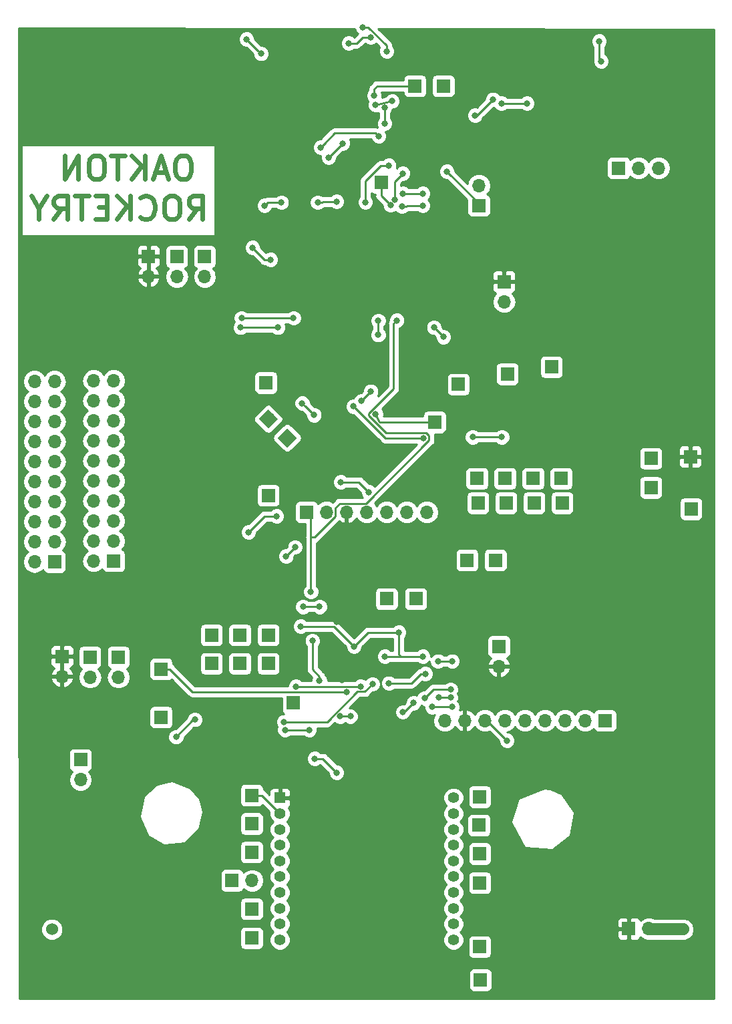
<source format=gbr>
G04 #@! TF.GenerationSoftware,KiCad,Pcbnew,(5.0.1-3-g963ef8bb5)*
G04 #@! TF.CreationDate,2020-01-06T21:10:07-05:00*
G04 #@! TF.ProjectId,SLI HW,534C492048572E6B696361645F706362,rev?*
G04 #@! TF.SameCoordinates,Original*
G04 #@! TF.FileFunction,Copper,L2,Bot,Signal*
G04 #@! TF.FilePolarity,Positive*
%FSLAX46Y46*%
G04 Gerber Fmt 4.6, Leading zero omitted, Abs format (unit mm)*
G04 Created by KiCad (PCBNEW (5.0.1-3-g963ef8bb5)) date Monday, January 06, 2020 at 09:10:07 PM*
%MOMM*%
%LPD*%
G01*
G04 APERTURE LIST*
G04 #@! TA.AperFunction,NonConductor*
%ADD10C,0.600000*%
G04 #@! TD*
G04 #@! TA.AperFunction,ComponentPad*
%ADD11R,1.700000X1.700000*%
G04 #@! TD*
G04 #@! TA.AperFunction,ComponentPad*
%ADD12O,1.700000X1.700000*%
G04 #@! TD*
G04 #@! TA.AperFunction,ComponentPad*
%ADD13C,1.524000*%
G04 #@! TD*
G04 #@! TA.AperFunction,ComponentPad*
%ADD14C,1.700000*%
G04 #@! TD*
G04 #@! TA.AperFunction,Conductor*
%ADD15C,0.100000*%
G04 #@! TD*
G04 #@! TA.AperFunction,ComponentPad*
%ADD16R,1.400000X1.400000*%
G04 #@! TD*
G04 #@! TA.AperFunction,ComponentPad*
%ADD17C,1.400000*%
G04 #@! TD*
G04 #@! TA.AperFunction,ViaPad*
%ADD18C,0.800000*%
G04 #@! TD*
G04 #@! TA.AperFunction,Conductor*
%ADD19C,0.250000*%
G04 #@! TD*
G04 #@! TA.AperFunction,Conductor*
%ADD20C,1.500000*%
G04 #@! TD*
G04 #@! TA.AperFunction,Conductor*
%ADD21C,0.254000*%
G04 #@! TD*
G04 APERTURE END LIST*
D10*
X67700000Y-47007142D02*
X67128571Y-47007142D01*
X66842857Y-47150000D01*
X66557142Y-47435714D01*
X66414285Y-48007142D01*
X66414285Y-49007142D01*
X66557142Y-49578571D01*
X66842857Y-49864285D01*
X67128571Y-50007142D01*
X67700000Y-50007142D01*
X67985714Y-49864285D01*
X68271428Y-49578571D01*
X68414285Y-49007142D01*
X68414285Y-48007142D01*
X68271428Y-47435714D01*
X67985714Y-47150000D01*
X67700000Y-47007142D01*
X65271428Y-49150000D02*
X63842857Y-49150000D01*
X65557142Y-50007142D02*
X64557142Y-47007142D01*
X63557142Y-50007142D01*
X62557142Y-50007142D02*
X62557142Y-47007142D01*
X60842857Y-50007142D02*
X62128571Y-48292857D01*
X60842857Y-47007142D02*
X62557142Y-48721428D01*
X59985714Y-47007142D02*
X58271428Y-47007142D01*
X59128571Y-50007142D02*
X59128571Y-47007142D01*
X56700000Y-47007142D02*
X56128571Y-47007142D01*
X55842857Y-47150000D01*
X55557142Y-47435714D01*
X55414285Y-48007142D01*
X55414285Y-49007142D01*
X55557142Y-49578571D01*
X55842857Y-49864285D01*
X56128571Y-50007142D01*
X56700000Y-50007142D01*
X56985714Y-49864285D01*
X57271428Y-49578571D01*
X57414285Y-49007142D01*
X57414285Y-48007142D01*
X57271428Y-47435714D01*
X56985714Y-47150000D01*
X56700000Y-47007142D01*
X54128571Y-50007142D02*
X54128571Y-47007142D01*
X52414285Y-50007142D01*
X52414285Y-47007142D01*
X68128571Y-55107142D02*
X69128571Y-53678571D01*
X69842857Y-55107142D02*
X69842857Y-52107142D01*
X68700000Y-52107142D01*
X68414285Y-52250000D01*
X68271428Y-52392857D01*
X68128571Y-52678571D01*
X68128571Y-53107142D01*
X68271428Y-53392857D01*
X68414285Y-53535714D01*
X68700000Y-53678571D01*
X69842857Y-53678571D01*
X66271428Y-52107142D02*
X65700000Y-52107142D01*
X65414285Y-52250000D01*
X65128571Y-52535714D01*
X64985714Y-53107142D01*
X64985714Y-54107142D01*
X65128571Y-54678571D01*
X65414285Y-54964285D01*
X65700000Y-55107142D01*
X66271428Y-55107142D01*
X66557142Y-54964285D01*
X66842857Y-54678571D01*
X66985714Y-54107142D01*
X66985714Y-53107142D01*
X66842857Y-52535714D01*
X66557142Y-52250000D01*
X66271428Y-52107142D01*
X61985714Y-54821428D02*
X62128571Y-54964285D01*
X62557142Y-55107142D01*
X62842857Y-55107142D01*
X63271428Y-54964285D01*
X63557142Y-54678571D01*
X63700000Y-54392857D01*
X63842857Y-53821428D01*
X63842857Y-53392857D01*
X63700000Y-52821428D01*
X63557142Y-52535714D01*
X63271428Y-52250000D01*
X62842857Y-52107142D01*
X62557142Y-52107142D01*
X62128571Y-52250000D01*
X61985714Y-52392857D01*
X60700000Y-55107142D02*
X60700000Y-52107142D01*
X58985714Y-55107142D02*
X60271428Y-53392857D01*
X58985714Y-52107142D02*
X60700000Y-53821428D01*
X57700000Y-53535714D02*
X56700000Y-53535714D01*
X56271428Y-55107142D02*
X57700000Y-55107142D01*
X57700000Y-52107142D01*
X56271428Y-52107142D01*
X55414285Y-52107142D02*
X53700000Y-52107142D01*
X54557142Y-55107142D02*
X54557142Y-52107142D01*
X50985714Y-55107142D02*
X51985714Y-53678571D01*
X52700000Y-55107142D02*
X52700000Y-52107142D01*
X51557142Y-52107142D01*
X51271428Y-52250000D01*
X51128571Y-52392857D01*
X50985714Y-52678571D01*
X50985714Y-53107142D01*
X51128571Y-53392857D01*
X51271428Y-53535714D01*
X51557142Y-53678571D01*
X52700000Y-53678571D01*
X49128571Y-53678571D02*
X49128571Y-55107142D01*
X50128571Y-52107142D02*
X49128571Y-53678571D01*
X48128571Y-52107142D01*
D11*
G04 #@! TO.P,REF\002A\002A,1*
G04 #@! TO.N,N/C*
X51100000Y-98500000D03*
D12*
G04 #@! TO.P,REF\002A\002A,2*
X48560000Y-98500000D03*
G04 #@! TO.P,REF\002A\002A,3*
X51100000Y-95960000D03*
G04 #@! TO.P,REF\002A\002A,4*
X48560000Y-95960000D03*
G04 #@! TO.P,REF\002A\002A,5*
X51100000Y-93420000D03*
G04 #@! TO.P,REF\002A\002A,6*
X48560000Y-93420000D03*
G04 #@! TO.P,REF\002A\002A,7*
X51100000Y-90880000D03*
G04 #@! TO.P,REF\002A\002A,8*
X48560000Y-90880000D03*
G04 #@! TO.P,REF\002A\002A,9*
X51100000Y-88340000D03*
G04 #@! TO.P,REF\002A\002A,10*
X48560000Y-88340000D03*
G04 #@! TO.P,REF\002A\002A,11*
X51100000Y-85800000D03*
G04 #@! TO.P,REF\002A\002A,12*
X48560000Y-85800000D03*
G04 #@! TO.P,REF\002A\002A,13*
X51100000Y-83260000D03*
G04 #@! TO.P,REF\002A\002A,14*
X48560000Y-83260000D03*
G04 #@! TO.P,REF\002A\002A,15*
X51100000Y-80720000D03*
G04 #@! TO.P,REF\002A\002A,16*
X48560000Y-80720000D03*
G04 #@! TO.P,REF\002A\002A,17*
X51100000Y-78180000D03*
G04 #@! TO.P,REF\002A\002A,18*
X48560000Y-78180000D03*
G04 #@! TO.P,REF\002A\002A,19*
X51100000Y-75640000D03*
G04 #@! TO.P,REF\002A\002A,20*
X48560000Y-75640000D03*
G04 #@! TD*
D11*
G04 #@! TO.P,J21,1*
G04 #@! TO.N,/xdin*
X76100000Y-131700000D03*
G04 #@! TD*
G04 #@! TO.P,J70,1*
G04 #@! TO.N,Net-(J70-Pad1)*
X78200000Y-111400000D03*
G04 #@! TD*
D13*
G04 #@! TO.P,BT1,1*
G04 #@! TO.N,Net-(BT1-Pad1)*
X130780000Y-145100000D03*
G04 #@! TO.P,BT1,2*
G04 #@! TO.N,GND*
X50770000Y-145100000D03*
G04 #@! TD*
D11*
G04 #@! TO.P,J1,1*
G04 #@! TO.N,GND*
X59200000Y-110600000D03*
D12*
G04 #@! TO.P,J1,2*
X59200000Y-113140000D03*
G04 #@! TD*
G04 #@! TO.P,J2,2*
G04 #@! TO.N,VCC*
X52062000Y-113040000D03*
D11*
G04 #@! TO.P,J2,1*
X52062000Y-110500000D03*
G04 #@! TD*
D12*
G04 #@! TO.P,J3,2*
G04 #@! TO.N,BOOT1*
X66600000Y-62364000D03*
D11*
G04 #@! TO.P,J3,1*
G04 #@! TO.N,BOOT0*
X66600000Y-59824000D03*
G04 #@! TD*
G04 #@! TO.P,J4,1*
G04 #@! TO.N,VCC*
X63000000Y-59800000D03*
D12*
G04 #@! TO.P,J4,2*
X63000000Y-62340000D03*
G04 #@! TD*
D11*
G04 #@! TO.P,J5,1*
G04 #@! TO.N,GND*
X70130000Y-59824000D03*
D12*
G04 #@! TO.P,J5,2*
X70130000Y-62364000D03*
G04 #@! TD*
G04 #@! TO.P,J6,2*
G04 #@! TO.N,/boot1f103*
X55600000Y-113140000D03*
D11*
G04 #@! TO.P,J6,1*
G04 #@! TO.N,/boot0f103*
X55600000Y-110600000D03*
G04 #@! TD*
G04 #@! TO.P,J7,1*
G04 #@! TO.N,VCC*
X108100000Y-63000000D03*
D12*
G04 #@! TO.P,J7,2*
G04 #@! TO.N,Net-(J7-Pad2)*
X108100000Y-65540000D03*
G04 #@! TD*
D11*
G04 #@! TO.P,J10,1*
G04 #@! TO.N,/f103wkup*
X83050000Y-92212000D03*
D12*
G04 #@! TO.P,J10,2*
G04 #@! TO.N,/f205wkup*
X85590000Y-92212000D03*
G04 #@! TO.P,J10,3*
G04 #@! TO.N,VCC*
X88130000Y-92212000D03*
G04 #@! TO.P,J10,4*
G04 #@! TO.N,GND*
X90670000Y-92212000D03*
G04 #@! TO.P,J10,5*
G04 #@! TO.N,/205RX*
X93210000Y-92212000D03*
G04 #@! TO.P,J10,6*
G04 #@! TO.N,/205TX*
X95750000Y-92212000D03*
G04 #@! TO.P,J10,7*
G04 #@! TO.N,/PPS205*
X98290000Y-92212000D03*
G04 #@! TD*
D11*
G04 #@! TO.P,J13,1*
G04 #@! TO.N,VCC*
X131700000Y-85200000D03*
G04 #@! TD*
G04 #@! TO.P,J14,1*
G04 #@! TO.N,GND*
X131800000Y-91800000D03*
G04 #@! TD*
G04 #@! TO.P,J15,1*
G04 #@! TO.N,/xdout*
X76100000Y-128100000D03*
G04 #@! TD*
G04 #@! TO.P,J16,1*
G04 #@! TO.N,Net-(J16-Pad1)*
X76100000Y-135300000D03*
G04 #@! TD*
G04 #@! TO.P,J17,1*
G04 #@! TO.N,Net-(J17-Pad1)*
X76100000Y-142500000D03*
G04 #@! TD*
G04 #@! TO.P,J20,1*
G04 #@! TO.N,Net-(J20-Pad1)*
X76100000Y-146200000D03*
G04 #@! TD*
G04 #@! TO.P,J24,1*
G04 #@! TO.N,Net-(J24-Pad1)*
X105000000Y-128300000D03*
G04 #@! TD*
G04 #@! TO.P,J25,1*
G04 #@! TO.N,Net-(J25-Pad1)*
X104900000Y-131900000D03*
G04 #@! TD*
G04 #@! TO.P,J26,1*
G04 #@! TO.N,Net-(J26-Pad1)*
X105000000Y-135500000D03*
G04 #@! TD*
G04 #@! TO.P,J28,1*
G04 #@! TO.N,Net-(J28-Pad1)*
X105000000Y-139200000D03*
G04 #@! TD*
G04 #@! TO.P,J29,1*
G04 #@! TO.N,Net-(J29-Pad1)*
X100400000Y-38200000D03*
G04 #@! TD*
G04 #@! TO.P,J30,1*
G04 #@! TO.N,Net-(J30-Pad1)*
X105000000Y-147300000D03*
G04 #@! TD*
G04 #@! TO.P,J32,1*
G04 #@! TO.N,Net-(J32-Pad1)*
X105100000Y-151500000D03*
G04 #@! TD*
G04 #@! TO.P,J33,1*
G04 #@! TO.N,/SWCLKsensor*
X126700000Y-89100000D03*
G04 #@! TD*
G04 #@! TO.P,J34,1*
G04 #@! TO.N,/SWDIOsensor*
X126700000Y-85400000D03*
G04 #@! TD*
G04 #@! TO.P,J36,1*
G04 #@! TO.N,/SWCLK103*
X93200000Y-103200000D03*
G04 #@! TD*
G04 #@! TO.P,J37,1*
G04 #@! TO.N,/SWDIO103*
X96900000Y-103200000D03*
G04 #@! TD*
G04 #@! TO.P,J39,1*
G04 #@! TO.N,/AccInt*
X96800000Y-38200000D03*
G04 #@! TD*
G04 #@! TO.P,J40,1*
G04 #@! TO.N,Net-(J40-Pad1)*
X77900000Y-75800000D03*
G04 #@! TD*
G04 #@! TO.P,J41,1*
G04 #@! TO.N,Net-(J41-Pad1)*
X78200000Y-90100000D03*
G04 #@! TD*
G04 #@! TO.P,J42,1*
G04 #@! TO.N,Net-(J42-Pad1)*
X99300000Y-80800000D03*
G04 #@! TD*
G04 #@! TO.P,J43,1*
G04 #@! TO.N,Net-(J43-Pad1)*
X102300000Y-76000000D03*
G04 #@! TD*
G04 #@! TO.P,J44,1*
G04 #@! TO.N,Net-(J44-Pad1)*
X108500000Y-74700000D03*
G04 #@! TD*
G04 #@! TO.P,J45,1*
G04 #@! TO.N,Net-(J45-Pad1)*
X114100000Y-73800000D03*
G04 #@! TD*
D14*
G04 #@! TO.P,J46,1*
G04 #@! TO.N,Net-(J46-Pad1)*
X78197918Y-80397918D03*
D15*
G04 #@! TD*
G04 #@! TO.N,Net-(J46-Pad1)*
G04 #@! TO.C,J46*
G36*
X78197918Y-81600000D02*
X76995836Y-80397918D01*
X78197918Y-79195836D01*
X79400000Y-80397918D01*
X78197918Y-81600000D01*
X78197918Y-81600000D01*
G37*
D14*
G04 #@! TO.P,J47,1*
G04 #@! TO.N,Net-(J47-Pad1)*
X80602082Y-82802082D03*
D15*
G04 #@! TD*
G04 #@! TO.N,Net-(J47-Pad1)*
G04 #@! TO.C,J47*
G36*
X80602082Y-84004164D02*
X79400000Y-82802082D01*
X80602082Y-81600000D01*
X81804164Y-82802082D01*
X80602082Y-84004164D01*
X80602082Y-84004164D01*
G37*
D11*
G04 #@! TO.P,J48,1*
G04 #@! TO.N,Net-(J48-Pad1)*
X103400000Y-98300000D03*
G04 #@! TD*
G04 #@! TO.P,J49,1*
G04 #@! TO.N,Net-(J49-Pad1)*
X107000000Y-98300000D03*
G04 #@! TD*
G04 #@! TO.P,J50,1*
G04 #@! TO.N,Net-(J50-Pad1)*
X104784218Y-91042662D03*
G04 #@! TD*
G04 #@! TO.P,J51,1*
G04 #@! TO.N,Net-(J51-Pad1)*
X108340218Y-91042662D03*
G04 #@! TD*
G04 #@! TO.P,J52,1*
G04 #@! TO.N,Net-(J52-Pad1)*
X111896218Y-91042662D03*
G04 #@! TD*
G04 #@! TO.P,J53,1*
G04 #@! TO.N,Net-(J53-Pad1)*
X115452218Y-91042662D03*
G04 #@! TD*
G04 #@! TO.P,J54,1*
G04 #@! TO.N,Net-(J54-Pad1)*
X104647560Y-87952374D03*
G04 #@! TD*
G04 #@! TO.P,J55,1*
G04 #@! TO.N,Net-(J55-Pad1)*
X108203560Y-87952374D03*
G04 #@! TD*
G04 #@! TO.P,J56,1*
G04 #@! TO.N,Net-(J56-Pad1)*
X111759560Y-87952374D03*
G04 #@! TD*
G04 #@! TO.P,J57,1*
G04 #@! TO.N,Net-(J57-Pad1)*
X115315560Y-87952374D03*
G04 #@! TD*
G04 #@! TO.P,J66,1*
G04 #@! TO.N,/MISO(SDO)f205*
X122600000Y-48600000D03*
D12*
G04 #@! TO.P,J66,2*
G04 #@! TO.N,/MOSI(SDI)f205*
X125140000Y-48600000D03*
G04 #@! TO.P,J66,3*
G04 #@! TO.N,/f205sck*
X127680000Y-48600000D03*
G04 #@! TD*
D11*
G04 #@! TO.P,J67,1*
G04 #@! TO.N,/f205wkup*
X92500000Y-50400000D03*
G04 #@! TD*
G04 #@! TO.P,J68,1*
G04 #@! TO.N,Net-(J68-Pad1)*
X71000000Y-111400000D03*
G04 #@! TD*
G04 #@! TO.P,J69,1*
G04 #@! TO.N,Net-(J69-Pad1)*
X74600000Y-111400000D03*
G04 #@! TD*
G04 #@! TO.P,J71,1*
G04 #@! TO.N,Net-(J71-Pad1)*
X71000000Y-107800000D03*
G04 #@! TD*
G04 #@! TO.P,J72,1*
G04 #@! TO.N,Net-(J72-Pad1)*
X74600000Y-107800000D03*
G04 #@! TD*
G04 #@! TO.P,J73,1*
G04 #@! TO.N,Net-(J73-Pad1)*
X78200000Y-107800000D03*
G04 #@! TD*
G04 #@! TO.P,J74,1*
G04 #@! TO.N,Net-(J74-Pad1)*
X81400000Y-116400000D03*
G04 #@! TD*
G04 #@! TO.P,J75,1*
G04 #@! TO.N,Net-(J75-Pad1)*
X64600000Y-112100000D03*
G04 #@! TD*
G04 #@! TO.P,J79,1*
G04 #@! TO.N,Net-(J79-Pad1)*
X64600000Y-118200000D03*
G04 #@! TD*
G04 #@! TO.P,SW1,1*
G04 #@! TO.N,GND*
X104894000Y-53350000D03*
D12*
G04 #@! TO.P,SW1,2*
G04 #@! TO.N,Net-(C4-Pad1)*
X104894000Y-50810000D03*
G04 #@! TD*
G04 #@! TO.P,SW2,2*
G04 #@! TO.N,Net-(R6-Pad2)*
X54400000Y-126140000D03*
D11*
G04 #@! TO.P,SW2,1*
G04 #@! TO.N,GND*
X54400000Y-123600000D03*
G04 #@! TD*
G04 #@! TO.P,SW3,1*
G04 #@! TO.N,Net-(R7-Pad2)*
X107434000Y-109230000D03*
D12*
G04 #@! TO.P,SW3,2*
G04 #@! TO.N,VCC*
X107434000Y-111770000D03*
G04 #@! TD*
G04 #@! TO.P,SW4,2*
G04 #@! TO.N,Net-(SW4-Pad2)*
X76140000Y-138900000D03*
D11*
G04 #@! TO.P,SW4,1*
G04 #@! TO.N,GND*
X73600000Y-138900000D03*
G04 #@! TD*
G04 #@! TO.P,SW5,1*
G04 #@! TO.N,VCC*
X123900000Y-145000000D03*
D12*
G04 #@! TO.P,SW5,2*
G04 #@! TO.N,Net-(BT1-Pad1)*
X126440000Y-145000000D03*
G04 #@! TD*
D11*
G04 #@! TO.P,U6,1*
G04 #@! TO.N,Net-(U6-Pad1)*
X120896000Y-118628000D03*
D12*
G04 #@! TO.P,U6,2*
G04 #@! TO.N,/GPSENABLE*
X118356000Y-118628000D03*
G04 #@! TO.P,U6,3*
G04 #@! TO.N,Net-(U6-Pad3)*
X115816000Y-118628000D03*
G04 #@! TO.P,U6,4*
G04 #@! TO.N,/GPSFIX*
X113276000Y-118628000D03*
G04 #@! TO.P,U6,5*
G04 #@! TO.N,/GPSTX*
X110736000Y-118628000D03*
G04 #@! TO.P,U6,6*
G04 #@! TO.N,/GPSRX*
X108196000Y-118628000D03*
G04 #@! TO.P,U6,7*
G04 #@! TO.N,GND*
X105656000Y-118628000D03*
G04 #@! TO.P,U6,8*
G04 #@! TO.N,VCC*
X103116000Y-118628000D03*
G04 #@! TO.P,U6,9*
G04 #@! TO.N,/PPS205*
X100576000Y-118628000D03*
G04 #@! TD*
D16*
G04 #@! TO.P,U7,1*
G04 #@! TO.N,VCC*
X79670000Y-128420000D03*
D17*
G04 #@! TO.P,U7,2*
G04 #@! TO.N,/xdout*
X79670000Y-130420000D03*
G04 #@! TO.P,U7,3*
G04 #@! TO.N,/xdin*
X79670000Y-132420000D03*
G04 #@! TO.P,U7,4*
G04 #@! TO.N,Net-(J16-Pad1)*
X79670000Y-134420000D03*
G04 #@! TO.P,U7,5*
G04 #@! TO.N,Net-(SW4-Pad2)*
X79670000Y-136420000D03*
G04 #@! TO.P,U7,6*
G04 #@! TO.N,Net-(J17-Pad1)*
X79670000Y-138420000D03*
G04 #@! TO.P,U7,7*
G04 #@! TO.N,Net-(U7-Pad7)*
X79670000Y-140420000D03*
G04 #@! TO.P,U7,8*
G04 #@! TO.N,Net-(U7-Pad8)*
X79670000Y-142420000D03*
G04 #@! TO.P,U7,9*
G04 #@! TO.N,Net-(J20-Pad1)*
X79670000Y-144420000D03*
G04 #@! TO.P,U7,10*
G04 #@! TO.N,GND*
X79670000Y-146420000D03*
G04 #@! TO.P,U7,11*
G04 #@! TO.N,Net-(J32-Pad1)*
X101670000Y-146420000D03*
G04 #@! TO.P,U7,12*
G04 #@! TO.N,Net-(U7-Pad12)*
X101670000Y-144420000D03*
G04 #@! TO.P,U7,13*
G04 #@! TO.N,Net-(J30-Pad1)*
X101670000Y-142420000D03*
G04 #@! TO.P,U7,14*
G04 #@! TO.N,GND*
X101670000Y-140420000D03*
G04 #@! TO.P,U7,15*
G04 #@! TO.N,Net-(J28-Pad1)*
X101670000Y-138420000D03*
G04 #@! TO.P,U7,16*
G04 #@! TO.N,Net-(U7-Pad16)*
X101670000Y-136420000D03*
G04 #@! TO.P,U7,17*
G04 #@! TO.N,Net-(J26-Pad1)*
X101670000Y-134420000D03*
G04 #@! TO.P,U7,18*
G04 #@! TO.N,Net-(J25-Pad1)*
X101670000Y-132420000D03*
G04 #@! TO.P,U7,19*
G04 #@! TO.N,Net-(J24-Pad1)*
X101670000Y-130420000D03*
G04 #@! TO.P,U7,20*
G04 #@! TO.N,Net-(U7-Pad20)*
X101670000Y-128420000D03*
G04 #@! TD*
D12*
G04 #@! TO.P,REF\002A\002A,20*
G04 #@! TO.N,N/C*
X56060000Y-75540000D03*
G04 #@! TO.P,REF\002A\002A,19*
X58600000Y-75540000D03*
G04 #@! TO.P,REF\002A\002A,18*
X56060000Y-78080000D03*
G04 #@! TO.P,REF\002A\002A,17*
X58600000Y-78080000D03*
G04 #@! TO.P,REF\002A\002A,16*
X56060000Y-80620000D03*
G04 #@! TO.P,REF\002A\002A,15*
X58600000Y-80620000D03*
G04 #@! TO.P,REF\002A\002A,14*
X56060000Y-83160000D03*
G04 #@! TO.P,REF\002A\002A,13*
X58600000Y-83160000D03*
G04 #@! TO.P,REF\002A\002A,12*
X56060000Y-85700000D03*
G04 #@! TO.P,REF\002A\002A,11*
X58600000Y-85700000D03*
G04 #@! TO.P,REF\002A\002A,10*
X56060000Y-88240000D03*
G04 #@! TO.P,REF\002A\002A,9*
X58600000Y-88240000D03*
G04 #@! TO.P,REF\002A\002A,8*
X56060000Y-90780000D03*
G04 #@! TO.P,REF\002A\002A,7*
X58600000Y-90780000D03*
G04 #@! TO.P,REF\002A\002A,6*
X56060000Y-93320000D03*
G04 #@! TO.P,REF\002A\002A,5*
X58600000Y-93320000D03*
G04 #@! TO.P,REF\002A\002A,4*
X56060000Y-95860000D03*
G04 #@! TO.P,REF\002A\002A,3*
X58600000Y-95860000D03*
G04 #@! TO.P,REF\002A\002A,2*
X56060000Y-98400000D03*
D11*
G04 #@! TO.P,REF\002A\002A,1*
X58600000Y-98400000D03*
G04 #@! TD*
D18*
G04 #@! TO.N,GND*
X77271233Y-34091233D03*
X75438000Y-32258000D03*
X87376000Y-88392000D03*
X90932000Y-89662000D03*
X75692000Y-94742000D03*
X79248000Y-92710000D03*
X108458000Y-121158000D03*
X97790000Y-110490000D03*
X92964000Y-110490000D03*
X84074000Y-123444000D03*
X86868000Y-125222000D03*
X93472000Y-48260000D03*
X90506689Y-52914689D03*
X82296000Y-106680000D03*
X89066000Y-109220000D03*
X94742000Y-107442000D03*
X92202000Y-44563000D03*
X84836000Y-45974000D03*
X93218000Y-33782000D03*
X90170000Y-30734000D03*
X120142000Y-32512000D03*
X120396000Y-35052000D03*
X100838000Y-49022000D03*
X78486000Y-60198000D03*
X76200000Y-58674000D03*
G04 #@! TO.N,VCC*
X82200000Y-71500000D03*
X86100000Y-75400000D03*
X89300000Y-83200000D03*
X80900000Y-69900000D03*
X81500000Y-63700000D03*
X85000000Y-60100000D03*
X89700000Y-55600000D03*
X94300000Y-58500000D03*
X101682835Y-65400000D03*
X105200000Y-68200000D03*
X98600000Y-72300000D03*
X95200000Y-76000000D03*
X89900000Y-46000000D03*
X87517563Y-113448000D03*
X86900000Y-106100000D03*
X93300000Y-109200000D03*
X94300000Y-116400000D03*
X111500000Y-47300000D03*
X121200000Y-37400000D03*
X105100000Y-45100000D03*
X71800000Y-40200000D03*
X60200000Y-38600000D03*
X76400000Y-102000000D03*
X103900000Y-102800000D03*
X124000000Y-131100000D03*
X93459290Y-36740710D03*
X48600000Y-129700000D03*
X129251628Y-80051628D03*
G04 #@! TO.N,Net-(C2-Pad2)*
X74700000Y-68800000D03*
X79400000Y-68800000D03*
G04 #@! TO.N,Net-(D3-Pad2)*
X95248372Y-117551628D03*
X96600000Y-116400000D03*
G04 #@! TO.N,BOOT0*
X74800000Y-67600000D03*
X81400000Y-67600000D03*
X99200000Y-68800000D03*
X100400000Y-70000000D03*
G04 #@! TO.N,/boot0f103*
X82600000Y-104200000D03*
X84700000Y-104200000D03*
G04 #@! TO.N,/boot1f103*
X80300000Y-119800000D03*
X83400000Y-119800000D03*
X87300000Y-118100000D03*
X88600000Y-118100000D03*
G04 #@! TO.N,/CSA4*
X95142450Y-53449550D03*
X97782000Y-53350000D03*
G04 #@! TO.N,/MOSI(SDI)f205*
X107753000Y-40396000D03*
X110990000Y-40396000D03*
G04 #@! TO.N,/f205sck*
X77716000Y-53350000D03*
X79856001Y-52950001D03*
X84465999Y-52950001D03*
X86860000Y-52842000D03*
X88384000Y-32776000D03*
X91178000Y-32014000D03*
X97782000Y-51826000D03*
X95242000Y-51826000D03*
G04 #@! TO.N,/MISO(SDO)f205*
X85844000Y-47254000D03*
X87622000Y-45476000D03*
X104400000Y-41917000D03*
X106700000Y-39900000D03*
G04 #@! TO.N,/f103wkup*
X84700000Y-113600000D03*
X83800000Y-108500000D03*
X83600000Y-102300000D03*
X94500000Y-67900000D03*
G04 #@! TO.N,/f205wkup*
X80446000Y-97800000D03*
X81600000Y-96646000D03*
X93700000Y-53300000D03*
X92137247Y-67937247D03*
X92137247Y-69737247D03*
X91200000Y-76900000D03*
X90000000Y-78100000D03*
G04 #@! TO.N,Net-(J29-Pad1)*
X93900000Y-40100000D03*
X91800000Y-40600000D03*
G04 #@! TO.N,/SWDIOsensor*
X107800000Y-82700000D03*
X104100000Y-82700000D03*
X97900000Y-82800000D03*
X89000000Y-78800000D03*
G04 #@! TO.N,/AccInt*
X91600000Y-39400000D03*
G04 #@! TO.N,Net-(J40-Pad1)*
X82500000Y-78400000D03*
X84000000Y-79900000D03*
G04 #@! TO.N,Net-(J42-Pad1)*
X91800000Y-79800000D03*
G04 #@! TO.N,Net-(J75-Pad1)*
X88100000Y-115000000D03*
G04 #@! TO.N,Net-(J79-Pad1)*
X80200000Y-118800000D03*
X91400000Y-114000000D03*
G04 #@! TO.N,Net-(R6-Pad2)*
X66500000Y-120700000D03*
X68900000Y-118500000D03*
X81700000Y-114300000D03*
X89900000Y-114300000D03*
G04 #@! TO.N,Net-(R7-Pad2)*
X101500000Y-111100000D03*
X99700000Y-111100000D03*
X98100000Y-112700000D03*
X93500000Y-113900000D03*
G04 #@! TO.N,/CSA3*
X94226000Y-52588000D03*
X95242000Y-49286000D03*
X92956000Y-42936000D03*
X92956000Y-40904000D03*
G04 #@! TO.N,/GPSFIX*
X101300000Y-114700000D03*
X98000000Y-115800000D03*
G04 #@! TO.N,/GPSENABLE*
X99000000Y-116900000D03*
X101500000Y-116900000D03*
G04 #@! TO.N,/GPSTX*
X101300000Y-115700000D03*
X99800000Y-115700000D03*
G04 #@! TD*
D19*
G04 #@! TO.N,Net-(BT1-Pad1)*
X126540000Y-145100000D02*
X126440000Y-145000000D01*
D20*
X130780000Y-145100000D02*
X126540000Y-145100000D01*
D19*
G04 #@! TO.N,GND*
X76871234Y-33691234D02*
X75438000Y-32258000D01*
X77271233Y-34091233D02*
X76871234Y-33691234D01*
X89662000Y-88392000D02*
X90932000Y-89662000D01*
X87376000Y-88392000D02*
X89662000Y-88392000D01*
X77724000Y-92710000D02*
X75692000Y-94742000D01*
X79248000Y-92710000D02*
X77724000Y-92710000D01*
X105928000Y-118628000D02*
X105656000Y-118628000D01*
X108458000Y-121158000D02*
X105928000Y-118628000D01*
X97790000Y-110490000D02*
X97224315Y-110490000D01*
X85090000Y-123444000D02*
X84074000Y-123444000D01*
X86868000Y-125222000D02*
X85090000Y-123444000D01*
X86526000Y-106680000D02*
X82296000Y-106680000D01*
X89066000Y-109220000D02*
X86526000Y-106680000D01*
X90844000Y-107442000D02*
X89066000Y-109220000D01*
X94742000Y-107442000D02*
X90844000Y-107442000D01*
X94742000Y-110236000D02*
X94996000Y-110490000D01*
X94742000Y-107442000D02*
X94742000Y-110236000D01*
X94996000Y-110490000D02*
X92964000Y-110490000D01*
X97224315Y-110490000D02*
X94996000Y-110490000D01*
X90506689Y-52349004D02*
X90506689Y-52914689D01*
X90506689Y-50239709D02*
X90506689Y-52349004D01*
X92486398Y-48260000D02*
X90506689Y-50239709D01*
X93472000Y-48260000D02*
X92486398Y-48260000D01*
X85235999Y-45574001D02*
X84836000Y-45974000D01*
X86646999Y-44163001D02*
X85235999Y-45574001D01*
X91802001Y-44163001D02*
X86646999Y-44163001D01*
X92202000Y-44563000D02*
X91802001Y-44163001D01*
X90862962Y-30734000D02*
X90170000Y-30734000D01*
X93218000Y-33089038D02*
X90862962Y-30734000D01*
X93218000Y-33782000D02*
X93218000Y-33089038D01*
X120142000Y-34798000D02*
X120396000Y-35052000D01*
X120142000Y-32512000D02*
X120142000Y-34798000D01*
X104894000Y-53078000D02*
X104894000Y-53350000D01*
X100838000Y-49022000D02*
X104894000Y-53078000D01*
X77724000Y-60198000D02*
X76200000Y-58674000D01*
X78486000Y-60198000D02*
X77724000Y-60198000D01*
G04 #@! TO.N,VCC*
X82200000Y-71500000D02*
X84700000Y-74000000D01*
X84700000Y-74000000D02*
X84700000Y-74100000D01*
G04 #@! TO.N,Net-(C2-Pad2)*
X74700000Y-68800000D02*
X75265685Y-68800000D01*
X75265685Y-68800000D02*
X79400000Y-68800000D01*
X79400000Y-68800000D02*
X79400000Y-68800000D01*
G04 #@! TO.N,Net-(D3-Pad2)*
X95448372Y-117551628D02*
X96600000Y-116400000D01*
X95248372Y-117551628D02*
X95448372Y-117551628D01*
G04 #@! TO.N,BOOT0*
X74800000Y-67600000D02*
X76800000Y-67600000D01*
X76800000Y-67600000D02*
X76800000Y-67600000D01*
X76800000Y-67600000D02*
X81400000Y-67600000D01*
X81400000Y-67600000D02*
X81400000Y-67600000D01*
X99200000Y-68800000D02*
X100400000Y-70000000D01*
X100400000Y-70000000D02*
X100400000Y-70000000D01*
G04 #@! TO.N,/boot0f103*
X82600000Y-104200000D02*
X84700000Y-104200000D01*
X84700000Y-104200000D02*
X84700000Y-104200000D01*
G04 #@! TO.N,/boot1f103*
X80300000Y-119800000D02*
X83400000Y-119800000D01*
X83400000Y-119800000D02*
X83400000Y-119800000D01*
X87300000Y-118100000D02*
X87865685Y-118100000D01*
X87865685Y-118100000D02*
X88600000Y-118100000D01*
X88600000Y-118100000D02*
X88600000Y-118100000D01*
G04 #@! TO.N,/CSA4*
X95708135Y-53449550D02*
X95807685Y-53350000D01*
X95142450Y-53449550D02*
X95708135Y-53449550D01*
X95807685Y-53350000D02*
X97782000Y-53350000D01*
X97782000Y-53350000D02*
X97782000Y-53350000D01*
G04 #@! TO.N,/MOSI(SDI)f205*
X107753000Y-40396000D02*
X110990000Y-40396000D01*
X110990000Y-40396000D02*
X110990000Y-40396000D01*
G04 #@! TO.N,/f205sck*
X78115999Y-52950001D02*
X79856001Y-52950001D01*
X77716000Y-53350000D02*
X78115999Y-52950001D01*
X79856001Y-52950001D02*
X79856001Y-52950001D01*
X85031684Y-52950001D02*
X85139685Y-52842000D01*
X84465999Y-52950001D02*
X85031684Y-52950001D01*
X85139685Y-52842000D02*
X86860000Y-52842000D01*
X86860000Y-52842000D02*
X86860000Y-52842000D01*
X88384000Y-32776000D02*
X89400000Y-32776000D01*
X89400000Y-32776000D02*
X90162000Y-32014000D01*
X90162000Y-32014000D02*
X91178000Y-32014000D01*
X91178000Y-32014000D02*
X91178000Y-32014000D01*
X97782000Y-51826000D02*
X95242000Y-51826000D01*
X95242000Y-51826000D02*
X95242000Y-51826000D01*
G04 #@! TO.N,/MISO(SDO)f205*
X85844000Y-47254000D02*
X87622000Y-45476000D01*
X87622000Y-45476000D02*
X87622000Y-45476000D01*
X104499999Y-41800001D02*
X104400000Y-41900000D01*
X104683000Y-41917000D02*
X104400000Y-41917000D01*
X106700000Y-39900000D02*
X104683000Y-41917000D01*
G04 #@! TO.N,/f103wkup*
X84700000Y-113034315D02*
X83800000Y-112134315D01*
X84700000Y-113600000D02*
X84700000Y-113034315D01*
X83800000Y-112134315D02*
X83800000Y-108500000D01*
X83800000Y-108500000D02*
X83800000Y-108400000D01*
X83600000Y-92762000D02*
X83050000Y-92212000D01*
X86692001Y-91683039D02*
X86692001Y-92740961D01*
X87265041Y-91109999D02*
X86692001Y-91683039D01*
X90554963Y-91109999D02*
X87265041Y-91109999D01*
X98552001Y-83112961D02*
X90554963Y-91109999D01*
X98552001Y-82487039D02*
X98552001Y-83112961D01*
X98212961Y-82147999D02*
X98552001Y-82487039D01*
X93114827Y-82147999D02*
X98212961Y-82147999D01*
X90900000Y-79735038D02*
X90900000Y-79933172D01*
X94100001Y-76535037D02*
X90900000Y-79735038D01*
X90900000Y-79933172D02*
X93114827Y-82147999D01*
X94100001Y-68299999D02*
X94100001Y-76535037D01*
X83600000Y-95400000D02*
X83600000Y-92762000D01*
X84032962Y-95400000D02*
X83600000Y-95400000D01*
X86692001Y-92740961D02*
X84032962Y-95400000D01*
X94500000Y-67900000D02*
X94100001Y-68299999D01*
X83600000Y-102300000D02*
X83600000Y-95400000D01*
G04 #@! TO.N,/f205wkup*
X80446000Y-97800000D02*
X81600000Y-96646000D01*
X81600000Y-96646000D02*
X81600000Y-96646000D01*
X92500000Y-50400000D02*
X92500000Y-52100000D01*
X92500000Y-52100000D02*
X93700000Y-53300000D01*
X93700000Y-53300000D02*
X93700000Y-53300000D01*
X92137247Y-67937247D02*
X92137247Y-69737247D01*
X92137247Y-69737247D02*
X92137247Y-69737247D01*
X91200000Y-76900000D02*
X90000000Y-78100000D01*
X90000000Y-78100000D02*
X90000000Y-78100000D01*
G04 #@! TO.N,/xdout*
X77350000Y-128100000D02*
X79670000Y-130420000D01*
X76100000Y-128100000D02*
X77350000Y-128100000D01*
G04 #@! TO.N,Net-(J29-Pad1)*
X93900000Y-40100000D02*
X91800000Y-40600000D01*
G04 #@! TO.N,/SWDIOsensor*
X107800000Y-82700000D02*
X104100000Y-82700000D01*
X97900000Y-82800000D02*
X93000000Y-82800000D01*
X93000000Y-82800000D02*
X89000000Y-78800000D01*
G04 #@! TO.N,/AccInt*
X96800000Y-38200000D02*
X92200000Y-38200000D01*
X92200000Y-38200000D02*
X92000000Y-38200000D01*
X92000000Y-38200000D02*
X91600000Y-38600000D01*
X91600000Y-38600000D02*
X91600000Y-39400000D01*
X91600000Y-39400000D02*
X91600000Y-39400000D01*
G04 #@! TO.N,Net-(J40-Pad1)*
X82500000Y-78400000D02*
X82899999Y-78799999D01*
X82899999Y-78799999D02*
X84000000Y-79900000D01*
X84000000Y-79900000D02*
X84000000Y-79900000D01*
G04 #@! TO.N,Net-(J42-Pad1)*
X99300000Y-80800000D02*
X92300000Y-80800000D01*
X92300000Y-80800000D02*
X91800000Y-79800000D01*
G04 #@! TO.N,Net-(J75-Pad1)*
X65700000Y-112100000D02*
X68600000Y-115000000D01*
X64600000Y-112100000D02*
X65700000Y-112100000D01*
X68600000Y-115000000D02*
X88100000Y-115000000D01*
X88100000Y-115000000D02*
X88100000Y-115000000D01*
G04 #@! TO.N,Net-(J79-Pad1)*
X80200000Y-118800000D02*
X80765685Y-118800000D01*
X89483037Y-114952001D02*
X90447999Y-114952001D01*
X85635038Y-118800000D02*
X89483037Y-114952001D01*
X80765685Y-118800000D02*
X85635038Y-118800000D01*
X90447999Y-114952001D02*
X91400000Y-114000000D01*
X91400000Y-114000000D02*
X91400000Y-114000000D01*
G04 #@! TO.N,Net-(R6-Pad2)*
X68700000Y-118500000D02*
X68900000Y-118500000D01*
X66500000Y-120700000D02*
X68700000Y-118500000D01*
X81700000Y-114300000D02*
X84964962Y-114300000D01*
X84964962Y-114300000D02*
X89900000Y-114300000D01*
G04 #@! TO.N,Net-(R7-Pad2)*
X101500000Y-111100000D02*
X99700000Y-111100000D01*
X97534315Y-112700000D02*
X96334315Y-113900000D01*
X98100000Y-112700000D02*
X97534315Y-112700000D01*
X96334315Y-113900000D02*
X93500000Y-113900000D01*
G04 #@! TO.N,/CSA3*
X94226000Y-52588000D02*
X94226000Y-50302000D01*
X94226000Y-50302000D02*
X95242000Y-49286000D01*
X95242000Y-49286000D02*
X95242000Y-49286000D01*
X92956000Y-42936000D02*
X92956000Y-40904000D01*
X92956000Y-40904000D02*
X92956000Y-40904000D01*
G04 #@! TO.N,/GPSFIX*
X101300000Y-114700000D02*
X99100000Y-114700000D01*
X99100000Y-114700000D02*
X98000000Y-115800000D01*
X98000000Y-115800000D02*
X98000000Y-115800000D01*
G04 #@! TO.N,/GPSENABLE*
X99000000Y-116900000D02*
X99565685Y-116900000D01*
X99565685Y-116900000D02*
X101500000Y-116900000D01*
X101500000Y-116900000D02*
X101500000Y-116900000D01*
G04 #@! TO.N,/GPSTX*
X101300000Y-115700000D02*
X99800000Y-115700000D01*
X99800000Y-115700000D02*
X99800000Y-115700000D01*
G04 #@! TD*
D21*
G04 #@! TO.N,VCC*
G36*
X89135000Y-30923686D02*
X89135000Y-30939874D01*
X89292569Y-31320280D01*
X89536744Y-31564455D01*
X89086455Y-32014744D01*
X88970280Y-31898569D01*
X88589874Y-31741000D01*
X88178126Y-31741000D01*
X87797720Y-31898569D01*
X87506569Y-32189720D01*
X87349000Y-32570126D01*
X87349000Y-32981874D01*
X87506569Y-33362280D01*
X87797720Y-33653431D01*
X88178126Y-33811000D01*
X88589874Y-33811000D01*
X88970280Y-33653431D01*
X89087711Y-33536000D01*
X89325153Y-33536000D01*
X89400000Y-33550888D01*
X89474847Y-33536000D01*
X89474852Y-33536000D01*
X89696537Y-33491904D01*
X89947929Y-33323929D01*
X89990331Y-33260470D01*
X90475545Y-32775256D01*
X90591720Y-32891431D01*
X90972126Y-33049000D01*
X91383874Y-33049000D01*
X91764280Y-32891431D01*
X91854936Y-32800775D01*
X92314007Y-33259847D01*
X92183000Y-33576126D01*
X92183000Y-33987874D01*
X92340569Y-34368280D01*
X92631720Y-34659431D01*
X93012126Y-34817000D01*
X93423874Y-34817000D01*
X93804280Y-34659431D01*
X94095431Y-34368280D01*
X94253000Y-33987874D01*
X94253000Y-33576126D01*
X94095431Y-33195720D01*
X93992201Y-33092490D01*
X93992888Y-33089038D01*
X93978000Y-33014190D01*
X93978000Y-33014186D01*
X93933904Y-32792501D01*
X93933904Y-32792500D01*
X93808329Y-32604565D01*
X93765929Y-32541109D01*
X93702473Y-32498709D01*
X93509890Y-32306126D01*
X119107000Y-32306126D01*
X119107000Y-32717874D01*
X119264569Y-33098280D01*
X119382000Y-33215711D01*
X119382001Y-34723148D01*
X119367112Y-34798000D01*
X119371596Y-34820544D01*
X119361000Y-34846126D01*
X119361000Y-35257874D01*
X119518569Y-35638280D01*
X119809720Y-35929431D01*
X120190126Y-36087000D01*
X120601874Y-36087000D01*
X120982280Y-35929431D01*
X121273431Y-35638280D01*
X121431000Y-35257874D01*
X121431000Y-34846126D01*
X121273431Y-34465720D01*
X120982280Y-34174569D01*
X120902000Y-34141316D01*
X120902000Y-33215711D01*
X121019431Y-33098280D01*
X121177000Y-32717874D01*
X121177000Y-32306126D01*
X121019431Y-31925720D01*
X120728280Y-31634569D01*
X120347874Y-31477000D01*
X119936126Y-31477000D01*
X119555720Y-31634569D01*
X119264569Y-31925720D01*
X119107000Y-32306126D01*
X93509890Y-32306126D01*
X92134235Y-30930472D01*
X134673000Y-31026713D01*
X134673000Y-153873000D01*
X46626897Y-153873000D01*
X46624284Y-150650000D01*
X103602560Y-150650000D01*
X103602560Y-152350000D01*
X103651843Y-152597765D01*
X103792191Y-152807809D01*
X104002235Y-152948157D01*
X104250000Y-152997440D01*
X105950000Y-152997440D01*
X106197765Y-152948157D01*
X106407809Y-152807809D01*
X106548157Y-152597765D01*
X106597440Y-152350000D01*
X106597440Y-150650000D01*
X106548157Y-150402235D01*
X106407809Y-150192191D01*
X106197765Y-150051843D01*
X105950000Y-150002560D01*
X104250000Y-150002560D01*
X104002235Y-150051843D01*
X103792191Y-150192191D01*
X103651843Y-150402235D01*
X103602560Y-150650000D01*
X46624284Y-150650000D01*
X46619557Y-144822119D01*
X49373000Y-144822119D01*
X49373000Y-145377881D01*
X49585680Y-145891337D01*
X49978663Y-146284320D01*
X50492119Y-146497000D01*
X51047881Y-146497000D01*
X51561337Y-146284320D01*
X51954320Y-145891337D01*
X52167000Y-145377881D01*
X52167000Y-145350000D01*
X74602560Y-145350000D01*
X74602560Y-147050000D01*
X74651843Y-147297765D01*
X74792191Y-147507809D01*
X75002235Y-147648157D01*
X75250000Y-147697440D01*
X76950000Y-147697440D01*
X77197765Y-147648157D01*
X77407809Y-147507809D01*
X77548157Y-147297765D01*
X77597440Y-147050000D01*
X77597440Y-145350000D01*
X77548157Y-145102235D01*
X77407809Y-144892191D01*
X77197765Y-144751843D01*
X76950000Y-144702560D01*
X75250000Y-144702560D01*
X75002235Y-144751843D01*
X74792191Y-144892191D01*
X74651843Y-145102235D01*
X74602560Y-145350000D01*
X52167000Y-145350000D01*
X52167000Y-144822119D01*
X51954320Y-144308663D01*
X51561337Y-143915680D01*
X51047881Y-143703000D01*
X50492119Y-143703000D01*
X49978663Y-143915680D01*
X49585680Y-144308663D01*
X49373000Y-144822119D01*
X46619557Y-144822119D01*
X46616985Y-141650000D01*
X74602560Y-141650000D01*
X74602560Y-143350000D01*
X74651843Y-143597765D01*
X74792191Y-143807809D01*
X75002235Y-143948157D01*
X75250000Y-143997440D01*
X76950000Y-143997440D01*
X77197765Y-143948157D01*
X77407809Y-143807809D01*
X77548157Y-143597765D01*
X77597440Y-143350000D01*
X77597440Y-141650000D01*
X77548157Y-141402235D01*
X77407809Y-141192191D01*
X77197765Y-141051843D01*
X76950000Y-141002560D01*
X75250000Y-141002560D01*
X75002235Y-141051843D01*
X74792191Y-141192191D01*
X74651843Y-141402235D01*
X74602560Y-141650000D01*
X46616985Y-141650000D01*
X46614066Y-138050000D01*
X72102560Y-138050000D01*
X72102560Y-139750000D01*
X72151843Y-139997765D01*
X72292191Y-140207809D01*
X72502235Y-140348157D01*
X72750000Y-140397440D01*
X74450000Y-140397440D01*
X74697765Y-140348157D01*
X74907809Y-140207809D01*
X75048157Y-139997765D01*
X75057184Y-139952381D01*
X75069375Y-139970625D01*
X75560582Y-140298839D01*
X75993744Y-140385000D01*
X76286256Y-140385000D01*
X76719418Y-140298839D01*
X77210625Y-139970625D01*
X77538839Y-139479418D01*
X77654092Y-138900000D01*
X77538839Y-138320582D01*
X77210625Y-137829375D01*
X76719418Y-137501161D01*
X76286256Y-137415000D01*
X75993744Y-137415000D01*
X75560582Y-137501161D01*
X75069375Y-137829375D01*
X75057184Y-137847619D01*
X75048157Y-137802235D01*
X74907809Y-137592191D01*
X74697765Y-137451843D01*
X74450000Y-137402560D01*
X72750000Y-137402560D01*
X72502235Y-137451843D01*
X72292191Y-137592191D01*
X72151843Y-137802235D01*
X72102560Y-138050000D01*
X46614066Y-138050000D01*
X46611147Y-134450000D01*
X74602560Y-134450000D01*
X74602560Y-136150000D01*
X74651843Y-136397765D01*
X74792191Y-136607809D01*
X75002235Y-136748157D01*
X75250000Y-136797440D01*
X76950000Y-136797440D01*
X77197765Y-136748157D01*
X77407809Y-136607809D01*
X77548157Y-136397765D01*
X77597440Y-136150000D01*
X77597440Y-134450000D01*
X77548157Y-134202235D01*
X77407809Y-133992191D01*
X77197765Y-133851843D01*
X76950000Y-133802560D01*
X75250000Y-133802560D01*
X75002235Y-133851843D01*
X74792191Y-133992191D01*
X74651843Y-134202235D01*
X74602560Y-134450000D01*
X46611147Y-134450000D01*
X46608188Y-130802213D01*
X61873019Y-130802213D01*
X61883532Y-130850638D01*
X62883532Y-133150638D01*
X62897958Y-133175607D01*
X62934659Y-133208902D01*
X64934659Y-134408902D01*
X64965169Y-134422130D01*
X65014557Y-134426163D01*
X67614557Y-134126163D01*
X67648601Y-134117333D01*
X67689803Y-134089803D01*
X69389803Y-132389803D01*
X69423546Y-132329416D01*
X69775787Y-130850000D01*
X74602560Y-130850000D01*
X74602560Y-132550000D01*
X74651843Y-132797765D01*
X74792191Y-133007809D01*
X75002235Y-133148157D01*
X75250000Y-133197440D01*
X76950000Y-133197440D01*
X77197765Y-133148157D01*
X77407809Y-133007809D01*
X77548157Y-132797765D01*
X77597440Y-132550000D01*
X77597440Y-130850000D01*
X77548157Y-130602235D01*
X77407809Y-130392191D01*
X77197765Y-130251843D01*
X76950000Y-130202560D01*
X75250000Y-130202560D01*
X75002235Y-130251843D01*
X74792191Y-130392191D01*
X74651843Y-130602235D01*
X74602560Y-130850000D01*
X69775787Y-130850000D01*
X69923546Y-130229416D01*
X69923208Y-130169198D01*
X69523208Y-128569198D01*
X69496950Y-128517965D01*
X68424057Y-127250000D01*
X74602560Y-127250000D01*
X74602560Y-128950000D01*
X74651843Y-129197765D01*
X74792191Y-129407809D01*
X75002235Y-129548157D01*
X75250000Y-129597440D01*
X76950000Y-129597440D01*
X77197765Y-129548157D01*
X77407809Y-129407809D01*
X77477984Y-129302786D01*
X78335000Y-130159802D01*
X78335000Y-130685548D01*
X78538242Y-131176217D01*
X78782025Y-131420000D01*
X78538242Y-131663783D01*
X78335000Y-132154452D01*
X78335000Y-132685548D01*
X78538242Y-133176217D01*
X78782025Y-133420000D01*
X78538242Y-133663783D01*
X78335000Y-134154452D01*
X78335000Y-134685548D01*
X78538242Y-135176217D01*
X78782025Y-135420000D01*
X78538242Y-135663783D01*
X78335000Y-136154452D01*
X78335000Y-136685548D01*
X78538242Y-137176217D01*
X78782025Y-137420000D01*
X78538242Y-137663783D01*
X78335000Y-138154452D01*
X78335000Y-138685548D01*
X78538242Y-139176217D01*
X78782025Y-139420000D01*
X78538242Y-139663783D01*
X78335000Y-140154452D01*
X78335000Y-140685548D01*
X78538242Y-141176217D01*
X78782025Y-141420000D01*
X78538242Y-141663783D01*
X78335000Y-142154452D01*
X78335000Y-142685548D01*
X78538242Y-143176217D01*
X78782025Y-143420000D01*
X78538242Y-143663783D01*
X78335000Y-144154452D01*
X78335000Y-144685548D01*
X78538242Y-145176217D01*
X78782025Y-145420000D01*
X78538242Y-145663783D01*
X78335000Y-146154452D01*
X78335000Y-146685548D01*
X78538242Y-147176217D01*
X78913783Y-147551758D01*
X79404452Y-147755000D01*
X79935548Y-147755000D01*
X80426217Y-147551758D01*
X80801758Y-147176217D01*
X81005000Y-146685548D01*
X81005000Y-146154452D01*
X80801758Y-145663783D01*
X80557975Y-145420000D01*
X80801758Y-145176217D01*
X81005000Y-144685548D01*
X81005000Y-144154452D01*
X80801758Y-143663783D01*
X80557975Y-143420000D01*
X80801758Y-143176217D01*
X81005000Y-142685548D01*
X81005000Y-142154452D01*
X80801758Y-141663783D01*
X80557975Y-141420000D01*
X80801758Y-141176217D01*
X81005000Y-140685548D01*
X81005000Y-140154452D01*
X80801758Y-139663783D01*
X80557975Y-139420000D01*
X80801758Y-139176217D01*
X81005000Y-138685548D01*
X81005000Y-138154452D01*
X80801758Y-137663783D01*
X80557975Y-137420000D01*
X80801758Y-137176217D01*
X81005000Y-136685548D01*
X81005000Y-136154452D01*
X80801758Y-135663783D01*
X80557975Y-135420000D01*
X80801758Y-135176217D01*
X81005000Y-134685548D01*
X81005000Y-134154452D01*
X80801758Y-133663783D01*
X80557975Y-133420000D01*
X80801758Y-133176217D01*
X81005000Y-132685548D01*
X81005000Y-132154452D01*
X80801758Y-131663783D01*
X80557975Y-131420000D01*
X80801758Y-131176217D01*
X81005000Y-130685548D01*
X81005000Y-130154452D01*
X80801758Y-129663783D01*
X80763000Y-129625025D01*
X80908327Y-129479699D01*
X81005000Y-129246310D01*
X81005000Y-128705750D01*
X80846250Y-128547000D01*
X79797000Y-128547000D01*
X79797000Y-128567000D01*
X79543000Y-128567000D01*
X79543000Y-128547000D01*
X79523000Y-128547000D01*
X79523000Y-128293000D01*
X79543000Y-128293000D01*
X79543000Y-127243750D01*
X79797000Y-127243750D01*
X79797000Y-128293000D01*
X80846250Y-128293000D01*
X80984798Y-128154452D01*
X100335000Y-128154452D01*
X100335000Y-128685548D01*
X100538242Y-129176217D01*
X100782025Y-129420000D01*
X100538242Y-129663783D01*
X100335000Y-130154452D01*
X100335000Y-130685548D01*
X100538242Y-131176217D01*
X100782025Y-131420000D01*
X100538242Y-131663783D01*
X100335000Y-132154452D01*
X100335000Y-132685548D01*
X100538242Y-133176217D01*
X100782025Y-133420000D01*
X100538242Y-133663783D01*
X100335000Y-134154452D01*
X100335000Y-134685548D01*
X100538242Y-135176217D01*
X100782025Y-135420000D01*
X100538242Y-135663783D01*
X100335000Y-136154452D01*
X100335000Y-136685548D01*
X100538242Y-137176217D01*
X100782025Y-137420000D01*
X100538242Y-137663783D01*
X100335000Y-138154452D01*
X100335000Y-138685548D01*
X100538242Y-139176217D01*
X100782025Y-139420000D01*
X100538242Y-139663783D01*
X100335000Y-140154452D01*
X100335000Y-140685548D01*
X100538242Y-141176217D01*
X100782025Y-141420000D01*
X100538242Y-141663783D01*
X100335000Y-142154452D01*
X100335000Y-142685548D01*
X100538242Y-143176217D01*
X100782025Y-143420000D01*
X100538242Y-143663783D01*
X100335000Y-144154452D01*
X100335000Y-144685548D01*
X100538242Y-145176217D01*
X100782025Y-145420000D01*
X100538242Y-145663783D01*
X100335000Y-146154452D01*
X100335000Y-146685548D01*
X100538242Y-147176217D01*
X100913783Y-147551758D01*
X101404452Y-147755000D01*
X101935548Y-147755000D01*
X102426217Y-147551758D01*
X102801758Y-147176217D01*
X103005000Y-146685548D01*
X103005000Y-146450000D01*
X103502560Y-146450000D01*
X103502560Y-148150000D01*
X103551843Y-148397765D01*
X103692191Y-148607809D01*
X103902235Y-148748157D01*
X104150000Y-148797440D01*
X105850000Y-148797440D01*
X106097765Y-148748157D01*
X106307809Y-148607809D01*
X106448157Y-148397765D01*
X106497440Y-148150000D01*
X106497440Y-146450000D01*
X106448157Y-146202235D01*
X106307809Y-145992191D01*
X106097765Y-145851843D01*
X105850000Y-145802560D01*
X104150000Y-145802560D01*
X103902235Y-145851843D01*
X103692191Y-145992191D01*
X103551843Y-146202235D01*
X103502560Y-146450000D01*
X103005000Y-146450000D01*
X103005000Y-146154452D01*
X102801758Y-145663783D01*
X102557975Y-145420000D01*
X102692225Y-145285750D01*
X122415000Y-145285750D01*
X122415000Y-145976309D01*
X122511673Y-146209698D01*
X122690301Y-146388327D01*
X122923690Y-146485000D01*
X123614250Y-146485000D01*
X123773000Y-146326250D01*
X123773000Y-145127000D01*
X122573750Y-145127000D01*
X122415000Y-145285750D01*
X102692225Y-145285750D01*
X102801758Y-145176217D01*
X103005000Y-144685548D01*
X103005000Y-144154452D01*
X102950837Y-144023691D01*
X122415000Y-144023691D01*
X122415000Y-144714250D01*
X122573750Y-144873000D01*
X123773000Y-144873000D01*
X123773000Y-143673750D01*
X124027000Y-143673750D01*
X124027000Y-144873000D01*
X124047000Y-144873000D01*
X124047000Y-145127000D01*
X124027000Y-145127000D01*
X124027000Y-146326250D01*
X124185750Y-146485000D01*
X124876310Y-146485000D01*
X125109699Y-146388327D01*
X125288327Y-146209698D01*
X125354904Y-146048967D01*
X125369375Y-146070625D01*
X125860582Y-146398839D01*
X126293744Y-146485000D01*
X130473148Y-146485000D01*
X130502119Y-146497000D01*
X131057881Y-146497000D01*
X131244322Y-146419774D01*
X131320400Y-146404641D01*
X131384896Y-146361546D01*
X131571337Y-146284320D01*
X131714033Y-146141624D01*
X131778529Y-146098529D01*
X131821624Y-146034033D01*
X131964320Y-145891337D01*
X132041546Y-145704896D01*
X132084641Y-145640400D01*
X132099774Y-145564322D01*
X132177000Y-145377881D01*
X132177000Y-145176079D01*
X132192133Y-145100000D01*
X132177000Y-145023921D01*
X132177000Y-144822119D01*
X132099774Y-144635678D01*
X132084641Y-144559600D01*
X132041546Y-144495104D01*
X131964320Y-144308663D01*
X131821624Y-144165967D01*
X131778529Y-144101471D01*
X131714033Y-144058376D01*
X131571337Y-143915680D01*
X131384896Y-143838454D01*
X131320400Y-143795359D01*
X131244322Y-143780226D01*
X131057881Y-143703000D01*
X130502119Y-143703000D01*
X130473148Y-143715000D01*
X127189790Y-143715000D01*
X127019418Y-143601161D01*
X126586256Y-143515000D01*
X126293744Y-143515000D01*
X125860582Y-143601161D01*
X125369375Y-143929375D01*
X125354904Y-143951033D01*
X125288327Y-143790302D01*
X125109699Y-143611673D01*
X124876310Y-143515000D01*
X124185750Y-143515000D01*
X124027000Y-143673750D01*
X123773000Y-143673750D01*
X123614250Y-143515000D01*
X122923690Y-143515000D01*
X122690301Y-143611673D01*
X122511673Y-143790302D01*
X122415000Y-144023691D01*
X102950837Y-144023691D01*
X102801758Y-143663783D01*
X102557975Y-143420000D01*
X102801758Y-143176217D01*
X103005000Y-142685548D01*
X103005000Y-142154452D01*
X102801758Y-141663783D01*
X102557975Y-141420000D01*
X102801758Y-141176217D01*
X103005000Y-140685548D01*
X103005000Y-140154452D01*
X102801758Y-139663783D01*
X102557975Y-139420000D01*
X102801758Y-139176217D01*
X103005000Y-138685548D01*
X103005000Y-138350000D01*
X103502560Y-138350000D01*
X103502560Y-140050000D01*
X103551843Y-140297765D01*
X103692191Y-140507809D01*
X103902235Y-140648157D01*
X104150000Y-140697440D01*
X105850000Y-140697440D01*
X106097765Y-140648157D01*
X106307809Y-140507809D01*
X106448157Y-140297765D01*
X106497440Y-140050000D01*
X106497440Y-138350000D01*
X106448157Y-138102235D01*
X106307809Y-137892191D01*
X106097765Y-137751843D01*
X105850000Y-137702560D01*
X104150000Y-137702560D01*
X103902235Y-137751843D01*
X103692191Y-137892191D01*
X103551843Y-138102235D01*
X103502560Y-138350000D01*
X103005000Y-138350000D01*
X103005000Y-138154452D01*
X102801758Y-137663783D01*
X102557975Y-137420000D01*
X102801758Y-137176217D01*
X103005000Y-136685548D01*
X103005000Y-136154452D01*
X102801758Y-135663783D01*
X102557975Y-135420000D01*
X102801758Y-135176217D01*
X103005000Y-134685548D01*
X103005000Y-134650000D01*
X103502560Y-134650000D01*
X103502560Y-136350000D01*
X103551843Y-136597765D01*
X103692191Y-136807809D01*
X103902235Y-136948157D01*
X104150000Y-136997440D01*
X105850000Y-136997440D01*
X106097765Y-136948157D01*
X106307809Y-136807809D01*
X106448157Y-136597765D01*
X106497440Y-136350000D01*
X106497440Y-134650000D01*
X106448157Y-134402235D01*
X106307809Y-134192191D01*
X106097765Y-134051843D01*
X105850000Y-134002560D01*
X104150000Y-134002560D01*
X103902235Y-134051843D01*
X103692191Y-134192191D01*
X103551843Y-134402235D01*
X103502560Y-134650000D01*
X103005000Y-134650000D01*
X103005000Y-134154452D01*
X102801758Y-133663783D01*
X102557975Y-133420000D01*
X102801758Y-133176217D01*
X103005000Y-132685548D01*
X103005000Y-132154452D01*
X102801758Y-131663783D01*
X102557975Y-131420000D01*
X102801758Y-131176217D01*
X102854038Y-131050000D01*
X103402560Y-131050000D01*
X103402560Y-132750000D01*
X103451843Y-132997765D01*
X103592191Y-133207809D01*
X103802235Y-133348157D01*
X104050000Y-133397440D01*
X105750000Y-133397440D01*
X105997765Y-133348157D01*
X106207809Y-133207809D01*
X106348157Y-132997765D01*
X106397440Y-132750000D01*
X106397440Y-131513804D01*
X108973752Y-131513804D01*
X108988645Y-131561066D01*
X110688645Y-134661066D01*
X110740976Y-134712451D01*
X110788502Y-134726478D01*
X114088502Y-135026478D01*
X114134040Y-135022353D01*
X114178271Y-135000013D01*
X116478271Y-133200013D01*
X116506962Y-133168470D01*
X116525022Y-133122325D01*
X117025022Y-130322325D01*
X117024322Y-130274057D01*
X117004931Y-130228456D01*
X115504931Y-128028456D01*
X115453220Y-127984689D01*
X114153220Y-127384689D01*
X114140161Y-127379517D01*
X113840161Y-127279517D01*
X113820879Y-127274728D01*
X113220879Y-127174728D01*
X113152200Y-127182339D01*
X109952200Y-128482339D01*
X109902345Y-128518806D01*
X109878707Y-128562357D01*
X108978707Y-131462357D01*
X108973752Y-131513804D01*
X106397440Y-131513804D01*
X106397440Y-131050000D01*
X106348157Y-130802235D01*
X106207809Y-130592191D01*
X105997765Y-130451843D01*
X105750000Y-130402560D01*
X104050000Y-130402560D01*
X103802235Y-130451843D01*
X103592191Y-130592191D01*
X103451843Y-130802235D01*
X103402560Y-131050000D01*
X102854038Y-131050000D01*
X103005000Y-130685548D01*
X103005000Y-130154452D01*
X102801758Y-129663783D01*
X102557975Y-129420000D01*
X102801758Y-129176217D01*
X103005000Y-128685548D01*
X103005000Y-128154452D01*
X102801758Y-127663783D01*
X102587975Y-127450000D01*
X103502560Y-127450000D01*
X103502560Y-129150000D01*
X103551843Y-129397765D01*
X103692191Y-129607809D01*
X103902235Y-129748157D01*
X104150000Y-129797440D01*
X105850000Y-129797440D01*
X106097765Y-129748157D01*
X106307809Y-129607809D01*
X106448157Y-129397765D01*
X106497440Y-129150000D01*
X106497440Y-127450000D01*
X106448157Y-127202235D01*
X106307809Y-126992191D01*
X106097765Y-126851843D01*
X105850000Y-126802560D01*
X104150000Y-126802560D01*
X103902235Y-126851843D01*
X103692191Y-126992191D01*
X103551843Y-127202235D01*
X103502560Y-127450000D01*
X102587975Y-127450000D01*
X102426217Y-127288242D01*
X101935548Y-127085000D01*
X101404452Y-127085000D01*
X100913783Y-127288242D01*
X100538242Y-127663783D01*
X100335000Y-128154452D01*
X80984798Y-128154452D01*
X81005000Y-128134250D01*
X81005000Y-127593690D01*
X80908327Y-127360301D01*
X80729698Y-127181673D01*
X80496309Y-127085000D01*
X79955750Y-127085000D01*
X79797000Y-127243750D01*
X79543000Y-127243750D01*
X79384250Y-127085000D01*
X78843691Y-127085000D01*
X78610302Y-127181673D01*
X78431673Y-127360301D01*
X78335000Y-127593690D01*
X78335000Y-128010199D01*
X77940331Y-127615530D01*
X77897929Y-127552071D01*
X77646537Y-127384096D01*
X77597440Y-127374330D01*
X77597440Y-127250000D01*
X77548157Y-127002235D01*
X77407809Y-126792191D01*
X77197765Y-126651843D01*
X76950000Y-126602560D01*
X75250000Y-126602560D01*
X75002235Y-126651843D01*
X74792191Y-126792191D01*
X74651843Y-127002235D01*
X74602560Y-127250000D01*
X68424057Y-127250000D01*
X68396950Y-127217965D01*
X68346279Y-127181732D01*
X66046279Y-126281732D01*
X66021990Y-126274918D01*
X65972450Y-126276024D01*
X64172450Y-126676024D01*
X64115974Y-126704771D01*
X62415974Y-128204771D01*
X62394477Y-128229332D01*
X62375466Y-128275093D01*
X61875466Y-130775093D01*
X61873019Y-130802213D01*
X46608188Y-130802213D01*
X46604406Y-126140000D01*
X52885908Y-126140000D01*
X53001161Y-126719418D01*
X53329375Y-127210625D01*
X53820582Y-127538839D01*
X54253744Y-127625000D01*
X54546256Y-127625000D01*
X54979418Y-127538839D01*
X55470625Y-127210625D01*
X55798839Y-126719418D01*
X55914092Y-126140000D01*
X55798839Y-125560582D01*
X55470625Y-125069375D01*
X55452381Y-125057184D01*
X55497765Y-125048157D01*
X55707809Y-124907809D01*
X55848157Y-124697765D01*
X55897440Y-124450000D01*
X55897440Y-123238126D01*
X83039000Y-123238126D01*
X83039000Y-123649874D01*
X83196569Y-124030280D01*
X83487720Y-124321431D01*
X83868126Y-124479000D01*
X84279874Y-124479000D01*
X84660280Y-124321431D01*
X84776455Y-124205256D01*
X85833000Y-125261802D01*
X85833000Y-125427874D01*
X85990569Y-125808280D01*
X86281720Y-126099431D01*
X86662126Y-126257000D01*
X87073874Y-126257000D01*
X87454280Y-126099431D01*
X87745431Y-125808280D01*
X87903000Y-125427874D01*
X87903000Y-125016126D01*
X87745431Y-124635720D01*
X87454280Y-124344569D01*
X87073874Y-124187000D01*
X86907802Y-124187000D01*
X85680331Y-122959530D01*
X85637929Y-122896071D01*
X85386537Y-122728096D01*
X85164852Y-122684000D01*
X85164847Y-122684000D01*
X85090000Y-122669112D01*
X85015153Y-122684000D01*
X84777711Y-122684000D01*
X84660280Y-122566569D01*
X84279874Y-122409000D01*
X83868126Y-122409000D01*
X83487720Y-122566569D01*
X83196569Y-122857720D01*
X83039000Y-123238126D01*
X55897440Y-123238126D01*
X55897440Y-122750000D01*
X55848157Y-122502235D01*
X55707809Y-122292191D01*
X55497765Y-122151843D01*
X55250000Y-122102560D01*
X53550000Y-122102560D01*
X53302235Y-122151843D01*
X53092191Y-122292191D01*
X52951843Y-122502235D01*
X52902560Y-122750000D01*
X52902560Y-124450000D01*
X52951843Y-124697765D01*
X53092191Y-124907809D01*
X53302235Y-125048157D01*
X53347619Y-125057184D01*
X53329375Y-125069375D01*
X53001161Y-125560582D01*
X52885908Y-126140000D01*
X46604406Y-126140000D01*
X46599828Y-120494126D01*
X65465000Y-120494126D01*
X65465000Y-120905874D01*
X65622569Y-121286280D01*
X65913720Y-121577431D01*
X66294126Y-121735000D01*
X66705874Y-121735000D01*
X67086280Y-121577431D01*
X67377431Y-121286280D01*
X67535000Y-120905874D01*
X67535000Y-120739801D01*
X68739802Y-119535000D01*
X69105874Y-119535000D01*
X69486280Y-119377431D01*
X69777431Y-119086280D01*
X69935000Y-118705874D01*
X69935000Y-118294126D01*
X69777431Y-117913720D01*
X69486280Y-117622569D01*
X69105874Y-117465000D01*
X68694126Y-117465000D01*
X68313720Y-117622569D01*
X68022569Y-117913720D01*
X67888991Y-118236208D01*
X66460199Y-119665000D01*
X66294126Y-119665000D01*
X65913720Y-119822569D01*
X65622569Y-120113720D01*
X65465000Y-120494126D01*
X46599828Y-120494126D01*
X46597278Y-117350000D01*
X63102560Y-117350000D01*
X63102560Y-119050000D01*
X63151843Y-119297765D01*
X63292191Y-119507809D01*
X63502235Y-119648157D01*
X63750000Y-119697440D01*
X65450000Y-119697440D01*
X65697765Y-119648157D01*
X65907809Y-119507809D01*
X66048157Y-119297765D01*
X66097440Y-119050000D01*
X66097440Y-117350000D01*
X66048157Y-117102235D01*
X65907809Y-116892191D01*
X65697765Y-116751843D01*
X65450000Y-116702560D01*
X63750000Y-116702560D01*
X63502235Y-116751843D01*
X63292191Y-116892191D01*
X63151843Y-117102235D01*
X63102560Y-117350000D01*
X46597278Y-117350000D01*
X46594071Y-113396890D01*
X50620524Y-113396890D01*
X50790355Y-113806924D01*
X51180642Y-114235183D01*
X51705108Y-114481486D01*
X51935000Y-114360819D01*
X51935000Y-113167000D01*
X52189000Y-113167000D01*
X52189000Y-114360819D01*
X52418892Y-114481486D01*
X52943358Y-114235183D01*
X53333645Y-113806924D01*
X53503476Y-113396890D01*
X53382155Y-113167000D01*
X52189000Y-113167000D01*
X51935000Y-113167000D01*
X50741845Y-113167000D01*
X50620524Y-113396890D01*
X46594071Y-113396890D01*
X46593863Y-113140000D01*
X54085908Y-113140000D01*
X54201161Y-113719418D01*
X54529375Y-114210625D01*
X55020582Y-114538839D01*
X55453744Y-114625000D01*
X55746256Y-114625000D01*
X56179418Y-114538839D01*
X56670625Y-114210625D01*
X56998839Y-113719418D01*
X57114092Y-113140000D01*
X57685908Y-113140000D01*
X57801161Y-113719418D01*
X58129375Y-114210625D01*
X58620582Y-114538839D01*
X59053744Y-114625000D01*
X59346256Y-114625000D01*
X59779418Y-114538839D01*
X60270625Y-114210625D01*
X60598839Y-113719418D01*
X60714092Y-113140000D01*
X60598839Y-112560582D01*
X60270625Y-112069375D01*
X60252381Y-112057184D01*
X60297765Y-112048157D01*
X60507809Y-111907809D01*
X60648157Y-111697765D01*
X60697440Y-111450000D01*
X60697440Y-111250000D01*
X63102560Y-111250000D01*
X63102560Y-112950000D01*
X63151843Y-113197765D01*
X63292191Y-113407809D01*
X63502235Y-113548157D01*
X63750000Y-113597440D01*
X65450000Y-113597440D01*
X65697765Y-113548157D01*
X65907809Y-113407809D01*
X65917902Y-113392704D01*
X68009673Y-115484476D01*
X68052071Y-115547929D01*
X68115524Y-115590327D01*
X68115526Y-115590329D01*
X68240902Y-115674102D01*
X68303463Y-115715904D01*
X68525148Y-115760000D01*
X68525152Y-115760000D01*
X68599999Y-115774888D01*
X68674846Y-115760000D01*
X79902560Y-115760000D01*
X79902560Y-117250000D01*
X79951843Y-117497765D01*
X80092191Y-117707809D01*
X80177783Y-117765000D01*
X79994126Y-117765000D01*
X79613720Y-117922569D01*
X79322569Y-118213720D01*
X79165000Y-118594126D01*
X79165000Y-119005874D01*
X79322569Y-119386280D01*
X79342738Y-119406449D01*
X79265000Y-119594126D01*
X79265000Y-120005874D01*
X79422569Y-120386280D01*
X79713720Y-120677431D01*
X80094126Y-120835000D01*
X80505874Y-120835000D01*
X80886280Y-120677431D01*
X81003711Y-120560000D01*
X82696289Y-120560000D01*
X82813720Y-120677431D01*
X83194126Y-120835000D01*
X83605874Y-120835000D01*
X83986280Y-120677431D01*
X84277431Y-120386280D01*
X84435000Y-120005874D01*
X84435000Y-119594126D01*
X84420865Y-119560000D01*
X85560191Y-119560000D01*
X85635038Y-119574888D01*
X85709885Y-119560000D01*
X85709890Y-119560000D01*
X85931575Y-119515904D01*
X86182967Y-119347929D01*
X86225369Y-119284470D01*
X86623064Y-118886775D01*
X86713720Y-118977431D01*
X87094126Y-119135000D01*
X87505874Y-119135000D01*
X87886280Y-118977431D01*
X87950000Y-118913711D01*
X88013720Y-118977431D01*
X88394126Y-119135000D01*
X88805874Y-119135000D01*
X89186280Y-118977431D01*
X89477431Y-118686280D01*
X89635000Y-118305874D01*
X89635000Y-117894126D01*
X89477431Y-117513720D01*
X89309465Y-117345754D01*
X94213372Y-117345754D01*
X94213372Y-117757502D01*
X94370941Y-118137908D01*
X94662092Y-118429059D01*
X95042498Y-118586628D01*
X95454246Y-118586628D01*
X95834652Y-118429059D01*
X96125803Y-118137908D01*
X96259382Y-117815419D01*
X96639802Y-117435000D01*
X96805874Y-117435000D01*
X97186280Y-117277431D01*
X97477431Y-116986280D01*
X97577295Y-116745186D01*
X97794126Y-116835000D01*
X97965000Y-116835000D01*
X97965000Y-117105874D01*
X98122569Y-117486280D01*
X98413720Y-117777431D01*
X98794126Y-117935000D01*
X99205874Y-117935000D01*
X99271109Y-117907979D01*
X99177161Y-118048582D01*
X99061908Y-118628000D01*
X99177161Y-119207418D01*
X99505375Y-119698625D01*
X99996582Y-120026839D01*
X100429744Y-120113000D01*
X100722256Y-120113000D01*
X101155418Y-120026839D01*
X101646625Y-119698625D01*
X101859843Y-119379522D01*
X101920817Y-119509358D01*
X102349076Y-119899645D01*
X102759110Y-120069476D01*
X102989000Y-119948155D01*
X102989000Y-118755000D01*
X102969000Y-118755000D01*
X102969000Y-118501000D01*
X102989000Y-118501000D01*
X102989000Y-117307845D01*
X103243000Y-117307845D01*
X103243000Y-118501000D01*
X103263000Y-118501000D01*
X103263000Y-118755000D01*
X103243000Y-118755000D01*
X103243000Y-119948155D01*
X103472890Y-120069476D01*
X103882924Y-119899645D01*
X104311183Y-119509358D01*
X104372157Y-119379522D01*
X104585375Y-119698625D01*
X105076582Y-120026839D01*
X105509744Y-120113000D01*
X105802256Y-120113000D01*
X106235418Y-120026839D01*
X106245381Y-120020182D01*
X107423000Y-121197803D01*
X107423000Y-121363874D01*
X107580569Y-121744280D01*
X107871720Y-122035431D01*
X108252126Y-122193000D01*
X108663874Y-122193000D01*
X109044280Y-122035431D01*
X109335431Y-121744280D01*
X109493000Y-121363874D01*
X109493000Y-120952126D01*
X109335431Y-120571720D01*
X109044280Y-120280569D01*
X108663874Y-120123000D01*
X108497803Y-120123000D01*
X108463655Y-120088852D01*
X108775418Y-120026839D01*
X109266625Y-119698625D01*
X109466000Y-119400239D01*
X109665375Y-119698625D01*
X110156582Y-120026839D01*
X110589744Y-120113000D01*
X110882256Y-120113000D01*
X111315418Y-120026839D01*
X111806625Y-119698625D01*
X112006000Y-119400239D01*
X112205375Y-119698625D01*
X112696582Y-120026839D01*
X113129744Y-120113000D01*
X113422256Y-120113000D01*
X113855418Y-120026839D01*
X114346625Y-119698625D01*
X114546000Y-119400239D01*
X114745375Y-119698625D01*
X115236582Y-120026839D01*
X115669744Y-120113000D01*
X115962256Y-120113000D01*
X116395418Y-120026839D01*
X116886625Y-119698625D01*
X117086000Y-119400239D01*
X117285375Y-119698625D01*
X117776582Y-120026839D01*
X118209744Y-120113000D01*
X118502256Y-120113000D01*
X118935418Y-120026839D01*
X119426625Y-119698625D01*
X119438816Y-119680381D01*
X119447843Y-119725765D01*
X119588191Y-119935809D01*
X119798235Y-120076157D01*
X120046000Y-120125440D01*
X121746000Y-120125440D01*
X121993765Y-120076157D01*
X122203809Y-119935809D01*
X122344157Y-119725765D01*
X122393440Y-119478000D01*
X122393440Y-117778000D01*
X122344157Y-117530235D01*
X122203809Y-117320191D01*
X121993765Y-117179843D01*
X121746000Y-117130560D01*
X120046000Y-117130560D01*
X119798235Y-117179843D01*
X119588191Y-117320191D01*
X119447843Y-117530235D01*
X119438816Y-117575619D01*
X119426625Y-117557375D01*
X118935418Y-117229161D01*
X118502256Y-117143000D01*
X118209744Y-117143000D01*
X117776582Y-117229161D01*
X117285375Y-117557375D01*
X117086000Y-117855761D01*
X116886625Y-117557375D01*
X116395418Y-117229161D01*
X115962256Y-117143000D01*
X115669744Y-117143000D01*
X115236582Y-117229161D01*
X114745375Y-117557375D01*
X114546000Y-117855761D01*
X114346625Y-117557375D01*
X113855418Y-117229161D01*
X113422256Y-117143000D01*
X113129744Y-117143000D01*
X112696582Y-117229161D01*
X112205375Y-117557375D01*
X112006000Y-117855761D01*
X111806625Y-117557375D01*
X111315418Y-117229161D01*
X110882256Y-117143000D01*
X110589744Y-117143000D01*
X110156582Y-117229161D01*
X109665375Y-117557375D01*
X109466000Y-117855761D01*
X109266625Y-117557375D01*
X108775418Y-117229161D01*
X108342256Y-117143000D01*
X108049744Y-117143000D01*
X107616582Y-117229161D01*
X107125375Y-117557375D01*
X106926000Y-117855761D01*
X106726625Y-117557375D01*
X106235418Y-117229161D01*
X105802256Y-117143000D01*
X105509744Y-117143000D01*
X105076582Y-117229161D01*
X104585375Y-117557375D01*
X104372157Y-117876478D01*
X104311183Y-117746642D01*
X103882924Y-117356355D01*
X103472890Y-117186524D01*
X103243000Y-117307845D01*
X102989000Y-117307845D01*
X102759110Y-117186524D01*
X102448265Y-117315272D01*
X102535000Y-117105874D01*
X102535000Y-116694126D01*
X102377431Y-116313720D01*
X102227973Y-116164262D01*
X102335000Y-115905874D01*
X102335000Y-115494126D01*
X102213169Y-115200000D01*
X102335000Y-114905874D01*
X102335000Y-114494126D01*
X102177431Y-114113720D01*
X101886280Y-113822569D01*
X101505874Y-113665000D01*
X101094126Y-113665000D01*
X100713720Y-113822569D01*
X100596289Y-113940000D01*
X99174847Y-113940000D01*
X99100000Y-113925112D01*
X99025153Y-113940000D01*
X99025148Y-113940000D01*
X98803463Y-113984096D01*
X98552071Y-114152071D01*
X98509671Y-114215527D01*
X97960199Y-114765000D01*
X97794126Y-114765000D01*
X97413720Y-114922569D01*
X97122569Y-115213720D01*
X97022705Y-115454814D01*
X96805874Y-115365000D01*
X96394126Y-115365000D01*
X96013720Y-115522569D01*
X95722569Y-115813720D01*
X95565000Y-116194126D01*
X95565000Y-116360198D01*
X95408571Y-116516628D01*
X95042498Y-116516628D01*
X94662092Y-116674197D01*
X94370941Y-116965348D01*
X94213372Y-117345754D01*
X89309465Y-117345754D01*
X89186280Y-117222569D01*
X88805874Y-117065000D01*
X88444840Y-117065000D01*
X89797840Y-115712001D01*
X90373152Y-115712001D01*
X90447999Y-115726889D01*
X90522846Y-115712001D01*
X90522851Y-115712001D01*
X90744536Y-115667905D01*
X90995928Y-115499930D01*
X91038330Y-115436471D01*
X91439801Y-115035000D01*
X91605874Y-115035000D01*
X91986280Y-114877431D01*
X92277431Y-114586280D01*
X92435000Y-114205874D01*
X92435000Y-113794126D01*
X92393579Y-113694126D01*
X92465000Y-113694126D01*
X92465000Y-114105874D01*
X92622569Y-114486280D01*
X92913720Y-114777431D01*
X93294126Y-114935000D01*
X93705874Y-114935000D01*
X94086280Y-114777431D01*
X94203711Y-114660000D01*
X96259468Y-114660000D01*
X96334315Y-114674888D01*
X96409162Y-114660000D01*
X96409167Y-114660000D01*
X96630852Y-114615904D01*
X96882244Y-114447929D01*
X96924646Y-114384470D01*
X97667845Y-113641272D01*
X97894126Y-113735000D01*
X98305874Y-113735000D01*
X98686280Y-113577431D01*
X98977431Y-113286280D01*
X99135000Y-112905874D01*
X99135000Y-112494126D01*
X98977431Y-112113720D01*
X98686280Y-111822569D01*
X98305874Y-111665000D01*
X97894126Y-111665000D01*
X97513720Y-111822569D01*
X97380603Y-111955686D01*
X97237778Y-111984096D01*
X96986386Y-112152071D01*
X96943986Y-112215527D01*
X96019514Y-113140000D01*
X94203711Y-113140000D01*
X94086280Y-113022569D01*
X93705874Y-112865000D01*
X93294126Y-112865000D01*
X92913720Y-113022569D01*
X92622569Y-113313720D01*
X92465000Y-113694126D01*
X92393579Y-113694126D01*
X92277431Y-113413720D01*
X91986280Y-113122569D01*
X91605874Y-112965000D01*
X91194126Y-112965000D01*
X90813720Y-113122569D01*
X90522569Y-113413720D01*
X90509348Y-113445637D01*
X90486280Y-113422569D01*
X90105874Y-113265000D01*
X89694126Y-113265000D01*
X89313720Y-113422569D01*
X89196289Y-113540000D01*
X85735000Y-113540000D01*
X85735000Y-113394126D01*
X85577431Y-113013720D01*
X85444314Y-112880603D01*
X85415904Y-112737778D01*
X85247929Y-112486386D01*
X85184473Y-112443986D01*
X84560000Y-111819514D01*
X84560000Y-109203711D01*
X84677431Y-109086280D01*
X84835000Y-108705874D01*
X84835000Y-108294126D01*
X84677431Y-107913720D01*
X84386280Y-107622569D01*
X84005874Y-107465000D01*
X83594126Y-107465000D01*
X83213720Y-107622569D01*
X82922569Y-107913720D01*
X82765000Y-108294126D01*
X82765000Y-108705874D01*
X82922569Y-109086280D01*
X83040001Y-109203712D01*
X83040000Y-112059468D01*
X83025112Y-112134315D01*
X83040000Y-112209162D01*
X83040000Y-112209166D01*
X83084096Y-112430851D01*
X83252071Y-112682244D01*
X83315530Y-112724646D01*
X83758728Y-113167845D01*
X83665000Y-113394126D01*
X83665000Y-113540000D01*
X82403711Y-113540000D01*
X82286280Y-113422569D01*
X81905874Y-113265000D01*
X81494126Y-113265000D01*
X81113720Y-113422569D01*
X80822569Y-113713720D01*
X80665000Y-114094126D01*
X80665000Y-114240000D01*
X68914803Y-114240000D01*
X66290331Y-111615530D01*
X66247929Y-111552071D01*
X66097440Y-111451517D01*
X66097440Y-111250000D01*
X66048157Y-111002235D01*
X65907809Y-110792191D01*
X65697765Y-110651843D01*
X65450000Y-110602560D01*
X63750000Y-110602560D01*
X63502235Y-110651843D01*
X63292191Y-110792191D01*
X63151843Y-111002235D01*
X63102560Y-111250000D01*
X60697440Y-111250000D01*
X60697440Y-110550000D01*
X69502560Y-110550000D01*
X69502560Y-112250000D01*
X69551843Y-112497765D01*
X69692191Y-112707809D01*
X69902235Y-112848157D01*
X70150000Y-112897440D01*
X71850000Y-112897440D01*
X72097765Y-112848157D01*
X72307809Y-112707809D01*
X72448157Y-112497765D01*
X72497440Y-112250000D01*
X72497440Y-110550000D01*
X73102560Y-110550000D01*
X73102560Y-112250000D01*
X73151843Y-112497765D01*
X73292191Y-112707809D01*
X73502235Y-112848157D01*
X73750000Y-112897440D01*
X75450000Y-112897440D01*
X75697765Y-112848157D01*
X75907809Y-112707809D01*
X76048157Y-112497765D01*
X76097440Y-112250000D01*
X76097440Y-110550000D01*
X76702560Y-110550000D01*
X76702560Y-112250000D01*
X76751843Y-112497765D01*
X76892191Y-112707809D01*
X77102235Y-112848157D01*
X77350000Y-112897440D01*
X79050000Y-112897440D01*
X79297765Y-112848157D01*
X79507809Y-112707809D01*
X79648157Y-112497765D01*
X79697440Y-112250000D01*
X79697440Y-110550000D01*
X79648157Y-110302235D01*
X79507809Y-110092191D01*
X79297765Y-109951843D01*
X79050000Y-109902560D01*
X77350000Y-109902560D01*
X77102235Y-109951843D01*
X76892191Y-110092191D01*
X76751843Y-110302235D01*
X76702560Y-110550000D01*
X76097440Y-110550000D01*
X76048157Y-110302235D01*
X75907809Y-110092191D01*
X75697765Y-109951843D01*
X75450000Y-109902560D01*
X73750000Y-109902560D01*
X73502235Y-109951843D01*
X73292191Y-110092191D01*
X73151843Y-110302235D01*
X73102560Y-110550000D01*
X72497440Y-110550000D01*
X72448157Y-110302235D01*
X72307809Y-110092191D01*
X72097765Y-109951843D01*
X71850000Y-109902560D01*
X70150000Y-109902560D01*
X69902235Y-109951843D01*
X69692191Y-110092191D01*
X69551843Y-110302235D01*
X69502560Y-110550000D01*
X60697440Y-110550000D01*
X60697440Y-109750000D01*
X60648157Y-109502235D01*
X60507809Y-109292191D01*
X60297765Y-109151843D01*
X60050000Y-109102560D01*
X58350000Y-109102560D01*
X58102235Y-109151843D01*
X57892191Y-109292191D01*
X57751843Y-109502235D01*
X57702560Y-109750000D01*
X57702560Y-111450000D01*
X57751843Y-111697765D01*
X57892191Y-111907809D01*
X58102235Y-112048157D01*
X58147619Y-112057184D01*
X58129375Y-112069375D01*
X57801161Y-112560582D01*
X57685908Y-113140000D01*
X57114092Y-113140000D01*
X56998839Y-112560582D01*
X56670625Y-112069375D01*
X56652381Y-112057184D01*
X56697765Y-112048157D01*
X56907809Y-111907809D01*
X57048157Y-111697765D01*
X57097440Y-111450000D01*
X57097440Y-109750000D01*
X57048157Y-109502235D01*
X56907809Y-109292191D01*
X56697765Y-109151843D01*
X56450000Y-109102560D01*
X54750000Y-109102560D01*
X54502235Y-109151843D01*
X54292191Y-109292191D01*
X54151843Y-109502235D01*
X54102560Y-109750000D01*
X54102560Y-111450000D01*
X54151843Y-111697765D01*
X54292191Y-111907809D01*
X54502235Y-112048157D01*
X54547619Y-112057184D01*
X54529375Y-112069375D01*
X54201161Y-112560582D01*
X54085908Y-113140000D01*
X46593863Y-113140000D01*
X46591953Y-110785750D01*
X50577000Y-110785750D01*
X50577000Y-111476310D01*
X50673673Y-111709699D01*
X50852302Y-111888327D01*
X51061878Y-111975136D01*
X50790355Y-112273076D01*
X50620524Y-112683110D01*
X50741845Y-112913000D01*
X51935000Y-112913000D01*
X51935000Y-110627000D01*
X52189000Y-110627000D01*
X52189000Y-112913000D01*
X53382155Y-112913000D01*
X53503476Y-112683110D01*
X53333645Y-112273076D01*
X53062122Y-111975136D01*
X53271698Y-111888327D01*
X53450327Y-111709699D01*
X53547000Y-111476310D01*
X53547000Y-110785750D01*
X53388250Y-110627000D01*
X52189000Y-110627000D01*
X51935000Y-110627000D01*
X50735750Y-110627000D01*
X50577000Y-110785750D01*
X46591953Y-110785750D01*
X46590930Y-109523690D01*
X50577000Y-109523690D01*
X50577000Y-110214250D01*
X50735750Y-110373000D01*
X51935000Y-110373000D01*
X51935000Y-109173750D01*
X52189000Y-109173750D01*
X52189000Y-110373000D01*
X53388250Y-110373000D01*
X53547000Y-110214250D01*
X53547000Y-109523690D01*
X53450327Y-109290301D01*
X53271698Y-109111673D01*
X53038309Y-109015000D01*
X52347750Y-109015000D01*
X52189000Y-109173750D01*
X51935000Y-109173750D01*
X51776250Y-109015000D01*
X51085691Y-109015000D01*
X50852302Y-109111673D01*
X50673673Y-109290301D01*
X50577000Y-109523690D01*
X46590930Y-109523690D01*
X46588843Y-106950000D01*
X69502560Y-106950000D01*
X69502560Y-108650000D01*
X69551843Y-108897765D01*
X69692191Y-109107809D01*
X69902235Y-109248157D01*
X70150000Y-109297440D01*
X71850000Y-109297440D01*
X72097765Y-109248157D01*
X72307809Y-109107809D01*
X72448157Y-108897765D01*
X72497440Y-108650000D01*
X72497440Y-106950000D01*
X73102560Y-106950000D01*
X73102560Y-108650000D01*
X73151843Y-108897765D01*
X73292191Y-109107809D01*
X73502235Y-109248157D01*
X73750000Y-109297440D01*
X75450000Y-109297440D01*
X75697765Y-109248157D01*
X75907809Y-109107809D01*
X76048157Y-108897765D01*
X76097440Y-108650000D01*
X76097440Y-106950000D01*
X76702560Y-106950000D01*
X76702560Y-108650000D01*
X76751843Y-108897765D01*
X76892191Y-109107809D01*
X77102235Y-109248157D01*
X77350000Y-109297440D01*
X79050000Y-109297440D01*
X79297765Y-109248157D01*
X79507809Y-109107809D01*
X79648157Y-108897765D01*
X79697440Y-108650000D01*
X79697440Y-106950000D01*
X79648157Y-106702235D01*
X79507809Y-106492191D01*
X79480774Y-106474126D01*
X81261000Y-106474126D01*
X81261000Y-106885874D01*
X81418569Y-107266280D01*
X81709720Y-107557431D01*
X82090126Y-107715000D01*
X82501874Y-107715000D01*
X82882280Y-107557431D01*
X82999711Y-107440000D01*
X86211199Y-107440000D01*
X88031000Y-109259803D01*
X88031000Y-109425874D01*
X88188569Y-109806280D01*
X88479720Y-110097431D01*
X88860126Y-110255000D01*
X89271874Y-110255000D01*
X89652280Y-110097431D01*
X89943431Y-109806280D01*
X90101000Y-109425874D01*
X90101000Y-109259801D01*
X91158802Y-108202000D01*
X93982000Y-108202000D01*
X93982001Y-109730000D01*
X93667711Y-109730000D01*
X93550280Y-109612569D01*
X93169874Y-109455000D01*
X92758126Y-109455000D01*
X92377720Y-109612569D01*
X92086569Y-109903720D01*
X91929000Y-110284126D01*
X91929000Y-110695874D01*
X92086569Y-111076280D01*
X92377720Y-111367431D01*
X92758126Y-111525000D01*
X93169874Y-111525000D01*
X93550280Y-111367431D01*
X93667711Y-111250000D01*
X94921152Y-111250000D01*
X94995999Y-111264888D01*
X95070846Y-111250000D01*
X97086289Y-111250000D01*
X97203720Y-111367431D01*
X97584126Y-111525000D01*
X97995874Y-111525000D01*
X98376280Y-111367431D01*
X98665000Y-111078711D01*
X98665000Y-111305874D01*
X98822569Y-111686280D01*
X99113720Y-111977431D01*
X99494126Y-112135000D01*
X99905874Y-112135000D01*
X100286280Y-111977431D01*
X100403711Y-111860000D01*
X100796289Y-111860000D01*
X100913720Y-111977431D01*
X101294126Y-112135000D01*
X101705874Y-112135000D01*
X101725453Y-112126890D01*
X105992524Y-112126890D01*
X106162355Y-112536924D01*
X106552642Y-112965183D01*
X107077108Y-113211486D01*
X107307000Y-113090819D01*
X107307000Y-111897000D01*
X107561000Y-111897000D01*
X107561000Y-113090819D01*
X107790892Y-113211486D01*
X108315358Y-112965183D01*
X108705645Y-112536924D01*
X108875476Y-112126890D01*
X108754155Y-111897000D01*
X107561000Y-111897000D01*
X107307000Y-111897000D01*
X106113845Y-111897000D01*
X105992524Y-112126890D01*
X101725453Y-112126890D01*
X102086280Y-111977431D01*
X102377431Y-111686280D01*
X102535000Y-111305874D01*
X102535000Y-110894126D01*
X102377431Y-110513720D01*
X102086280Y-110222569D01*
X101705874Y-110065000D01*
X101294126Y-110065000D01*
X100913720Y-110222569D01*
X100796289Y-110340000D01*
X100403711Y-110340000D01*
X100286280Y-110222569D01*
X99905874Y-110065000D01*
X99494126Y-110065000D01*
X99113720Y-110222569D01*
X98825000Y-110511289D01*
X98825000Y-110284126D01*
X98667431Y-109903720D01*
X98376280Y-109612569D01*
X97995874Y-109455000D01*
X97584126Y-109455000D01*
X97203720Y-109612569D01*
X97086289Y-109730000D01*
X95502000Y-109730000D01*
X95502000Y-108380000D01*
X105936560Y-108380000D01*
X105936560Y-110080000D01*
X105985843Y-110327765D01*
X106126191Y-110537809D01*
X106336235Y-110678157D01*
X106439708Y-110698739D01*
X106162355Y-111003076D01*
X105992524Y-111413110D01*
X106113845Y-111643000D01*
X107307000Y-111643000D01*
X107307000Y-111623000D01*
X107561000Y-111623000D01*
X107561000Y-111643000D01*
X108754155Y-111643000D01*
X108875476Y-111413110D01*
X108705645Y-111003076D01*
X108428292Y-110698739D01*
X108531765Y-110678157D01*
X108741809Y-110537809D01*
X108882157Y-110327765D01*
X108931440Y-110080000D01*
X108931440Y-108380000D01*
X108882157Y-108132235D01*
X108741809Y-107922191D01*
X108531765Y-107781843D01*
X108284000Y-107732560D01*
X106584000Y-107732560D01*
X106336235Y-107781843D01*
X106126191Y-107922191D01*
X105985843Y-108132235D01*
X105936560Y-108380000D01*
X95502000Y-108380000D01*
X95502000Y-108145711D01*
X95619431Y-108028280D01*
X95777000Y-107647874D01*
X95777000Y-107236126D01*
X95619431Y-106855720D01*
X95328280Y-106564569D01*
X94947874Y-106407000D01*
X94536126Y-106407000D01*
X94155720Y-106564569D01*
X94038289Y-106682000D01*
X90918848Y-106682000D01*
X90844000Y-106667112D01*
X90769152Y-106682000D01*
X90769148Y-106682000D01*
X90595605Y-106716520D01*
X90547462Y-106726096D01*
X90360418Y-106851076D01*
X90296071Y-106894071D01*
X90253671Y-106957527D01*
X89066001Y-108145198D01*
X87116331Y-106195530D01*
X87073929Y-106132071D01*
X86822537Y-105964096D01*
X86600852Y-105920000D01*
X86600847Y-105920000D01*
X86526000Y-105905112D01*
X86451153Y-105920000D01*
X82999711Y-105920000D01*
X82882280Y-105802569D01*
X82501874Y-105645000D01*
X82090126Y-105645000D01*
X81709720Y-105802569D01*
X81418569Y-106093720D01*
X81261000Y-106474126D01*
X79480774Y-106474126D01*
X79297765Y-106351843D01*
X79050000Y-106302560D01*
X77350000Y-106302560D01*
X77102235Y-106351843D01*
X76892191Y-106492191D01*
X76751843Y-106702235D01*
X76702560Y-106950000D01*
X76097440Y-106950000D01*
X76048157Y-106702235D01*
X75907809Y-106492191D01*
X75697765Y-106351843D01*
X75450000Y-106302560D01*
X73750000Y-106302560D01*
X73502235Y-106351843D01*
X73292191Y-106492191D01*
X73151843Y-106702235D01*
X73102560Y-106950000D01*
X72497440Y-106950000D01*
X72448157Y-106702235D01*
X72307809Y-106492191D01*
X72097765Y-106351843D01*
X71850000Y-106302560D01*
X70150000Y-106302560D01*
X69902235Y-106351843D01*
X69692191Y-106492191D01*
X69551843Y-106702235D01*
X69502560Y-106950000D01*
X46588843Y-106950000D01*
X46586446Y-103994126D01*
X81565000Y-103994126D01*
X81565000Y-104405874D01*
X81722569Y-104786280D01*
X82013720Y-105077431D01*
X82394126Y-105235000D01*
X82805874Y-105235000D01*
X83186280Y-105077431D01*
X83303711Y-104960000D01*
X83996289Y-104960000D01*
X84113720Y-105077431D01*
X84494126Y-105235000D01*
X84905874Y-105235000D01*
X85286280Y-105077431D01*
X85577431Y-104786280D01*
X85735000Y-104405874D01*
X85735000Y-103994126D01*
X85577431Y-103613720D01*
X85286280Y-103322569D01*
X84905874Y-103165000D01*
X84494126Y-103165000D01*
X84113720Y-103322569D01*
X83996289Y-103440000D01*
X83303711Y-103440000D01*
X83186280Y-103322569D01*
X82805874Y-103165000D01*
X82394126Y-103165000D01*
X82013720Y-103322569D01*
X81722569Y-103613720D01*
X81565000Y-103994126D01*
X46586446Y-103994126D01*
X46563449Y-75640000D01*
X47045908Y-75640000D01*
X47161161Y-76219418D01*
X47489375Y-76710625D01*
X47787761Y-76910000D01*
X47489375Y-77109375D01*
X47161161Y-77600582D01*
X47045908Y-78180000D01*
X47161161Y-78759418D01*
X47489375Y-79250625D01*
X47787761Y-79450000D01*
X47489375Y-79649375D01*
X47161161Y-80140582D01*
X47045908Y-80720000D01*
X47161161Y-81299418D01*
X47489375Y-81790625D01*
X47787761Y-81990000D01*
X47489375Y-82189375D01*
X47161161Y-82680582D01*
X47045908Y-83260000D01*
X47161161Y-83839418D01*
X47489375Y-84330625D01*
X47787761Y-84530000D01*
X47489375Y-84729375D01*
X47161161Y-85220582D01*
X47045908Y-85800000D01*
X47161161Y-86379418D01*
X47489375Y-86870625D01*
X47787761Y-87070000D01*
X47489375Y-87269375D01*
X47161161Y-87760582D01*
X47045908Y-88340000D01*
X47161161Y-88919418D01*
X47489375Y-89410625D01*
X47787761Y-89610000D01*
X47489375Y-89809375D01*
X47161161Y-90300582D01*
X47045908Y-90880000D01*
X47161161Y-91459418D01*
X47489375Y-91950625D01*
X47787761Y-92150000D01*
X47489375Y-92349375D01*
X47161161Y-92840582D01*
X47045908Y-93420000D01*
X47161161Y-93999418D01*
X47489375Y-94490625D01*
X47787761Y-94690000D01*
X47489375Y-94889375D01*
X47161161Y-95380582D01*
X47045908Y-95960000D01*
X47161161Y-96539418D01*
X47489375Y-97030625D01*
X47787761Y-97230000D01*
X47489375Y-97429375D01*
X47161161Y-97920582D01*
X47045908Y-98500000D01*
X47161161Y-99079418D01*
X47489375Y-99570625D01*
X47980582Y-99898839D01*
X48413744Y-99985000D01*
X48706256Y-99985000D01*
X49139418Y-99898839D01*
X49630625Y-99570625D01*
X49642816Y-99552381D01*
X49651843Y-99597765D01*
X49792191Y-99807809D01*
X50002235Y-99948157D01*
X50250000Y-99997440D01*
X51950000Y-99997440D01*
X52197765Y-99948157D01*
X52407809Y-99807809D01*
X52548157Y-99597765D01*
X52597440Y-99350000D01*
X52597440Y-97650000D01*
X52548157Y-97402235D01*
X52407809Y-97192191D01*
X52197765Y-97051843D01*
X52152381Y-97042816D01*
X52170625Y-97030625D01*
X52498839Y-96539418D01*
X52614092Y-95960000D01*
X52498839Y-95380582D01*
X52170625Y-94889375D01*
X51872239Y-94690000D01*
X52170625Y-94490625D01*
X52498839Y-93999418D01*
X52614092Y-93420000D01*
X52498839Y-92840582D01*
X52170625Y-92349375D01*
X51872239Y-92150000D01*
X52170625Y-91950625D01*
X52498839Y-91459418D01*
X52614092Y-90880000D01*
X52498839Y-90300582D01*
X52170625Y-89809375D01*
X51872239Y-89610000D01*
X52170625Y-89410625D01*
X52498839Y-88919418D01*
X52614092Y-88340000D01*
X52498839Y-87760582D01*
X52170625Y-87269375D01*
X51872239Y-87070000D01*
X52170625Y-86870625D01*
X52498839Y-86379418D01*
X52614092Y-85800000D01*
X52498839Y-85220582D01*
X52170625Y-84729375D01*
X51872239Y-84530000D01*
X52170625Y-84330625D01*
X52498839Y-83839418D01*
X52614092Y-83260000D01*
X52498839Y-82680582D01*
X52170625Y-82189375D01*
X51872239Y-81990000D01*
X52170625Y-81790625D01*
X52498839Y-81299418D01*
X52614092Y-80720000D01*
X52498839Y-80140582D01*
X52170625Y-79649375D01*
X51872239Y-79450000D01*
X52170625Y-79250625D01*
X52498839Y-78759418D01*
X52614092Y-78180000D01*
X52498839Y-77600582D01*
X52170625Y-77109375D01*
X51872239Y-76910000D01*
X52170625Y-76710625D01*
X52498839Y-76219418D01*
X52614092Y-75640000D01*
X52594201Y-75540000D01*
X54545908Y-75540000D01*
X54661161Y-76119418D01*
X54989375Y-76610625D01*
X55287761Y-76810000D01*
X54989375Y-77009375D01*
X54661161Y-77500582D01*
X54545908Y-78080000D01*
X54661161Y-78659418D01*
X54989375Y-79150625D01*
X55287761Y-79350000D01*
X54989375Y-79549375D01*
X54661161Y-80040582D01*
X54545908Y-80620000D01*
X54661161Y-81199418D01*
X54989375Y-81690625D01*
X55287761Y-81890000D01*
X54989375Y-82089375D01*
X54661161Y-82580582D01*
X54545908Y-83160000D01*
X54661161Y-83739418D01*
X54989375Y-84230625D01*
X55287761Y-84430000D01*
X54989375Y-84629375D01*
X54661161Y-85120582D01*
X54545908Y-85700000D01*
X54661161Y-86279418D01*
X54989375Y-86770625D01*
X55287761Y-86970000D01*
X54989375Y-87169375D01*
X54661161Y-87660582D01*
X54545908Y-88240000D01*
X54661161Y-88819418D01*
X54989375Y-89310625D01*
X55287761Y-89510000D01*
X54989375Y-89709375D01*
X54661161Y-90200582D01*
X54545908Y-90780000D01*
X54661161Y-91359418D01*
X54989375Y-91850625D01*
X55287761Y-92050000D01*
X54989375Y-92249375D01*
X54661161Y-92740582D01*
X54545908Y-93320000D01*
X54661161Y-93899418D01*
X54989375Y-94390625D01*
X55287761Y-94590000D01*
X54989375Y-94789375D01*
X54661161Y-95280582D01*
X54545908Y-95860000D01*
X54661161Y-96439418D01*
X54989375Y-96930625D01*
X55287761Y-97130000D01*
X54989375Y-97329375D01*
X54661161Y-97820582D01*
X54545908Y-98400000D01*
X54661161Y-98979418D01*
X54989375Y-99470625D01*
X55480582Y-99798839D01*
X55913744Y-99885000D01*
X56206256Y-99885000D01*
X56639418Y-99798839D01*
X57130625Y-99470625D01*
X57142816Y-99452381D01*
X57151843Y-99497765D01*
X57292191Y-99707809D01*
X57502235Y-99848157D01*
X57750000Y-99897440D01*
X59450000Y-99897440D01*
X59697765Y-99848157D01*
X59907809Y-99707809D01*
X60048157Y-99497765D01*
X60097440Y-99250000D01*
X60097440Y-97594126D01*
X79411000Y-97594126D01*
X79411000Y-98005874D01*
X79568569Y-98386280D01*
X79859720Y-98677431D01*
X80240126Y-98835000D01*
X80651874Y-98835000D01*
X81032280Y-98677431D01*
X81323431Y-98386280D01*
X81481000Y-98005874D01*
X81481000Y-97839802D01*
X81639802Y-97681000D01*
X81805874Y-97681000D01*
X82186280Y-97523431D01*
X82477431Y-97232280D01*
X82635000Y-96851874D01*
X82635000Y-96440126D01*
X82477431Y-96059720D01*
X82186280Y-95768569D01*
X81805874Y-95611000D01*
X81394126Y-95611000D01*
X81013720Y-95768569D01*
X80722569Y-96059720D01*
X80565000Y-96440126D01*
X80565000Y-96606198D01*
X80406198Y-96765000D01*
X80240126Y-96765000D01*
X79859720Y-96922569D01*
X79568569Y-97213720D01*
X79411000Y-97594126D01*
X60097440Y-97594126D01*
X60097440Y-97550000D01*
X60048157Y-97302235D01*
X59907809Y-97092191D01*
X59697765Y-96951843D01*
X59652381Y-96942816D01*
X59670625Y-96930625D01*
X59998839Y-96439418D01*
X60114092Y-95860000D01*
X59998839Y-95280582D01*
X59670625Y-94789375D01*
X59372239Y-94590000D01*
X59452867Y-94536126D01*
X74657000Y-94536126D01*
X74657000Y-94947874D01*
X74814569Y-95328280D01*
X75105720Y-95619431D01*
X75486126Y-95777000D01*
X75897874Y-95777000D01*
X76278280Y-95619431D01*
X76569431Y-95328280D01*
X76727000Y-94947874D01*
X76727000Y-94781801D01*
X78038802Y-93470000D01*
X78544289Y-93470000D01*
X78661720Y-93587431D01*
X79042126Y-93745000D01*
X79453874Y-93745000D01*
X79834280Y-93587431D01*
X80125431Y-93296280D01*
X80283000Y-92915874D01*
X80283000Y-92504126D01*
X80125431Y-92123720D01*
X79834280Y-91832569D01*
X79453874Y-91675000D01*
X79042126Y-91675000D01*
X78661720Y-91832569D01*
X78544289Y-91950000D01*
X77798847Y-91950000D01*
X77724000Y-91935112D01*
X77649153Y-91950000D01*
X77649148Y-91950000D01*
X77427463Y-91994096D01*
X77176071Y-92162071D01*
X77133671Y-92225527D01*
X75652199Y-93707000D01*
X75486126Y-93707000D01*
X75105720Y-93864569D01*
X74814569Y-94155720D01*
X74657000Y-94536126D01*
X59452867Y-94536126D01*
X59670625Y-94390625D01*
X59998839Y-93899418D01*
X60114092Y-93320000D01*
X59998839Y-92740582D01*
X59670625Y-92249375D01*
X59372239Y-92050000D01*
X59670625Y-91850625D01*
X59998839Y-91359418D01*
X60114092Y-90780000D01*
X59998839Y-90200582D01*
X59670625Y-89709375D01*
X59372239Y-89510000D01*
X59670625Y-89310625D01*
X59711133Y-89250000D01*
X76702560Y-89250000D01*
X76702560Y-90950000D01*
X76751843Y-91197765D01*
X76892191Y-91407809D01*
X77102235Y-91548157D01*
X77350000Y-91597440D01*
X79050000Y-91597440D01*
X79297765Y-91548157D01*
X79507809Y-91407809D01*
X79538417Y-91362000D01*
X81552560Y-91362000D01*
X81552560Y-93062000D01*
X81601843Y-93309765D01*
X81742191Y-93519809D01*
X81952235Y-93660157D01*
X82200000Y-93709440D01*
X82840001Y-93709440D01*
X82840000Y-95325148D01*
X82825111Y-95400000D01*
X82840001Y-95474857D01*
X82840000Y-101596289D01*
X82722569Y-101713720D01*
X82565000Y-102094126D01*
X82565000Y-102505874D01*
X82722569Y-102886280D01*
X83013720Y-103177431D01*
X83394126Y-103335000D01*
X83805874Y-103335000D01*
X84186280Y-103177431D01*
X84477431Y-102886280D01*
X84635000Y-102505874D01*
X84635000Y-102350000D01*
X91702560Y-102350000D01*
X91702560Y-104050000D01*
X91751843Y-104297765D01*
X91892191Y-104507809D01*
X92102235Y-104648157D01*
X92350000Y-104697440D01*
X94050000Y-104697440D01*
X94297765Y-104648157D01*
X94507809Y-104507809D01*
X94648157Y-104297765D01*
X94697440Y-104050000D01*
X94697440Y-102350000D01*
X95402560Y-102350000D01*
X95402560Y-104050000D01*
X95451843Y-104297765D01*
X95592191Y-104507809D01*
X95802235Y-104648157D01*
X96050000Y-104697440D01*
X97750000Y-104697440D01*
X97997765Y-104648157D01*
X98207809Y-104507809D01*
X98348157Y-104297765D01*
X98397440Y-104050000D01*
X98397440Y-102350000D01*
X98348157Y-102102235D01*
X98207809Y-101892191D01*
X97997765Y-101751843D01*
X97750000Y-101702560D01*
X96050000Y-101702560D01*
X95802235Y-101751843D01*
X95592191Y-101892191D01*
X95451843Y-102102235D01*
X95402560Y-102350000D01*
X94697440Y-102350000D01*
X94648157Y-102102235D01*
X94507809Y-101892191D01*
X94297765Y-101751843D01*
X94050000Y-101702560D01*
X92350000Y-101702560D01*
X92102235Y-101751843D01*
X91892191Y-101892191D01*
X91751843Y-102102235D01*
X91702560Y-102350000D01*
X84635000Y-102350000D01*
X84635000Y-102094126D01*
X84477431Y-101713720D01*
X84360000Y-101596289D01*
X84360000Y-97450000D01*
X101902560Y-97450000D01*
X101902560Y-99150000D01*
X101951843Y-99397765D01*
X102092191Y-99607809D01*
X102302235Y-99748157D01*
X102550000Y-99797440D01*
X104250000Y-99797440D01*
X104497765Y-99748157D01*
X104707809Y-99607809D01*
X104848157Y-99397765D01*
X104897440Y-99150000D01*
X104897440Y-97450000D01*
X105502560Y-97450000D01*
X105502560Y-99150000D01*
X105551843Y-99397765D01*
X105692191Y-99607809D01*
X105902235Y-99748157D01*
X106150000Y-99797440D01*
X107850000Y-99797440D01*
X108097765Y-99748157D01*
X108307809Y-99607809D01*
X108448157Y-99397765D01*
X108497440Y-99150000D01*
X108497440Y-97450000D01*
X108448157Y-97202235D01*
X108307809Y-96992191D01*
X108097765Y-96851843D01*
X107850000Y-96802560D01*
X106150000Y-96802560D01*
X105902235Y-96851843D01*
X105692191Y-96992191D01*
X105551843Y-97202235D01*
X105502560Y-97450000D01*
X104897440Y-97450000D01*
X104848157Y-97202235D01*
X104707809Y-96992191D01*
X104497765Y-96851843D01*
X104250000Y-96802560D01*
X102550000Y-96802560D01*
X102302235Y-96851843D01*
X102092191Y-96992191D01*
X101951843Y-97202235D01*
X101902560Y-97450000D01*
X84360000Y-97450000D01*
X84360000Y-96095524D01*
X84580891Y-95947929D01*
X84623293Y-95884470D01*
X87176474Y-93331290D01*
X87187681Y-93323802D01*
X87363076Y-93483645D01*
X87773110Y-93653476D01*
X88003000Y-93532155D01*
X88003000Y-92339000D01*
X87983000Y-92339000D01*
X87983000Y-92085000D01*
X88003000Y-92085000D01*
X88003000Y-92065000D01*
X88257000Y-92065000D01*
X88257000Y-92085000D01*
X88277000Y-92085000D01*
X88277000Y-92339000D01*
X88257000Y-92339000D01*
X88257000Y-93532155D01*
X88486890Y-93653476D01*
X88896924Y-93483645D01*
X89325183Y-93093358D01*
X89386157Y-92963522D01*
X89599375Y-93282625D01*
X90090582Y-93610839D01*
X90523744Y-93697000D01*
X90816256Y-93697000D01*
X91249418Y-93610839D01*
X91740625Y-93282625D01*
X91940000Y-92984239D01*
X92139375Y-93282625D01*
X92630582Y-93610839D01*
X93063744Y-93697000D01*
X93356256Y-93697000D01*
X93789418Y-93610839D01*
X94280625Y-93282625D01*
X94480000Y-92984239D01*
X94679375Y-93282625D01*
X95170582Y-93610839D01*
X95603744Y-93697000D01*
X95896256Y-93697000D01*
X96329418Y-93610839D01*
X96820625Y-93282625D01*
X97020000Y-92984239D01*
X97219375Y-93282625D01*
X97710582Y-93610839D01*
X98143744Y-93697000D01*
X98436256Y-93697000D01*
X98869418Y-93610839D01*
X99360625Y-93282625D01*
X99688839Y-92791418D01*
X99804092Y-92212000D01*
X99688839Y-91632582D01*
X99360625Y-91141375D01*
X98869418Y-90813161D01*
X98436256Y-90727000D01*
X98143744Y-90727000D01*
X97710582Y-90813161D01*
X97219375Y-91141375D01*
X97020000Y-91439761D01*
X96820625Y-91141375D01*
X96329418Y-90813161D01*
X95896256Y-90727000D01*
X95603744Y-90727000D01*
X95170582Y-90813161D01*
X94679375Y-91141375D01*
X94480000Y-91439761D01*
X94280625Y-91141375D01*
X93789418Y-90813161D01*
X93356256Y-90727000D01*
X93063744Y-90727000D01*
X92630582Y-90813161D01*
X92139375Y-91141375D01*
X91940000Y-91439761D01*
X91740625Y-91141375D01*
X91655360Y-91084403D01*
X92547101Y-90192662D01*
X103286778Y-90192662D01*
X103286778Y-91892662D01*
X103336061Y-92140427D01*
X103476409Y-92350471D01*
X103686453Y-92490819D01*
X103934218Y-92540102D01*
X105634218Y-92540102D01*
X105881983Y-92490819D01*
X106092027Y-92350471D01*
X106232375Y-92140427D01*
X106281658Y-91892662D01*
X106281658Y-90192662D01*
X106842778Y-90192662D01*
X106842778Y-91892662D01*
X106892061Y-92140427D01*
X107032409Y-92350471D01*
X107242453Y-92490819D01*
X107490218Y-92540102D01*
X109190218Y-92540102D01*
X109437983Y-92490819D01*
X109648027Y-92350471D01*
X109788375Y-92140427D01*
X109837658Y-91892662D01*
X109837658Y-90192662D01*
X110398778Y-90192662D01*
X110398778Y-91892662D01*
X110448061Y-92140427D01*
X110588409Y-92350471D01*
X110798453Y-92490819D01*
X111046218Y-92540102D01*
X112746218Y-92540102D01*
X112993983Y-92490819D01*
X113204027Y-92350471D01*
X113344375Y-92140427D01*
X113393658Y-91892662D01*
X113393658Y-90192662D01*
X113954778Y-90192662D01*
X113954778Y-91892662D01*
X114004061Y-92140427D01*
X114144409Y-92350471D01*
X114354453Y-92490819D01*
X114602218Y-92540102D01*
X116302218Y-92540102D01*
X116549983Y-92490819D01*
X116760027Y-92350471D01*
X116900375Y-92140427D01*
X116949658Y-91892662D01*
X116949658Y-90950000D01*
X130302560Y-90950000D01*
X130302560Y-92650000D01*
X130351843Y-92897765D01*
X130492191Y-93107809D01*
X130702235Y-93248157D01*
X130950000Y-93297440D01*
X132650000Y-93297440D01*
X132897765Y-93248157D01*
X133107809Y-93107809D01*
X133248157Y-92897765D01*
X133297440Y-92650000D01*
X133297440Y-90950000D01*
X133248157Y-90702235D01*
X133107809Y-90492191D01*
X132897765Y-90351843D01*
X132650000Y-90302560D01*
X130950000Y-90302560D01*
X130702235Y-90351843D01*
X130492191Y-90492191D01*
X130351843Y-90702235D01*
X130302560Y-90950000D01*
X116949658Y-90950000D01*
X116949658Y-90192662D01*
X116900375Y-89944897D01*
X116760027Y-89734853D01*
X116549983Y-89594505D01*
X116302218Y-89545222D01*
X114602218Y-89545222D01*
X114354453Y-89594505D01*
X114144409Y-89734853D01*
X114004061Y-89944897D01*
X113954778Y-90192662D01*
X113393658Y-90192662D01*
X113344375Y-89944897D01*
X113204027Y-89734853D01*
X112993983Y-89594505D01*
X112746218Y-89545222D01*
X111046218Y-89545222D01*
X110798453Y-89594505D01*
X110588409Y-89734853D01*
X110448061Y-89944897D01*
X110398778Y-90192662D01*
X109837658Y-90192662D01*
X109788375Y-89944897D01*
X109648027Y-89734853D01*
X109437983Y-89594505D01*
X109190218Y-89545222D01*
X107490218Y-89545222D01*
X107242453Y-89594505D01*
X107032409Y-89734853D01*
X106892061Y-89944897D01*
X106842778Y-90192662D01*
X106281658Y-90192662D01*
X106232375Y-89944897D01*
X106092027Y-89734853D01*
X105881983Y-89594505D01*
X105634218Y-89545222D01*
X103934218Y-89545222D01*
X103686453Y-89594505D01*
X103476409Y-89734853D01*
X103336061Y-89944897D01*
X103286778Y-90192662D01*
X92547101Y-90192662D01*
X95637389Y-87102374D01*
X103150120Y-87102374D01*
X103150120Y-88802374D01*
X103199403Y-89050139D01*
X103339751Y-89260183D01*
X103549795Y-89400531D01*
X103797560Y-89449814D01*
X105497560Y-89449814D01*
X105745325Y-89400531D01*
X105955369Y-89260183D01*
X106095717Y-89050139D01*
X106145000Y-88802374D01*
X106145000Y-87102374D01*
X106706120Y-87102374D01*
X106706120Y-88802374D01*
X106755403Y-89050139D01*
X106895751Y-89260183D01*
X107105795Y-89400531D01*
X107353560Y-89449814D01*
X109053560Y-89449814D01*
X109301325Y-89400531D01*
X109511369Y-89260183D01*
X109651717Y-89050139D01*
X109701000Y-88802374D01*
X109701000Y-87102374D01*
X110262120Y-87102374D01*
X110262120Y-88802374D01*
X110311403Y-89050139D01*
X110451751Y-89260183D01*
X110661795Y-89400531D01*
X110909560Y-89449814D01*
X112609560Y-89449814D01*
X112857325Y-89400531D01*
X113067369Y-89260183D01*
X113207717Y-89050139D01*
X113257000Y-88802374D01*
X113257000Y-87102374D01*
X113818120Y-87102374D01*
X113818120Y-88802374D01*
X113867403Y-89050139D01*
X114007751Y-89260183D01*
X114217795Y-89400531D01*
X114465560Y-89449814D01*
X116165560Y-89449814D01*
X116413325Y-89400531D01*
X116623369Y-89260183D01*
X116763717Y-89050139D01*
X116813000Y-88802374D01*
X116813000Y-88250000D01*
X125202560Y-88250000D01*
X125202560Y-89950000D01*
X125251843Y-90197765D01*
X125392191Y-90407809D01*
X125602235Y-90548157D01*
X125850000Y-90597440D01*
X127550000Y-90597440D01*
X127797765Y-90548157D01*
X128007809Y-90407809D01*
X128148157Y-90197765D01*
X128197440Y-89950000D01*
X128197440Y-88250000D01*
X128148157Y-88002235D01*
X128007809Y-87792191D01*
X127797765Y-87651843D01*
X127550000Y-87602560D01*
X125850000Y-87602560D01*
X125602235Y-87651843D01*
X125392191Y-87792191D01*
X125251843Y-88002235D01*
X125202560Y-88250000D01*
X116813000Y-88250000D01*
X116813000Y-87102374D01*
X116763717Y-86854609D01*
X116623369Y-86644565D01*
X116413325Y-86504217D01*
X116165560Y-86454934D01*
X114465560Y-86454934D01*
X114217795Y-86504217D01*
X114007751Y-86644565D01*
X113867403Y-86854609D01*
X113818120Y-87102374D01*
X113257000Y-87102374D01*
X113207717Y-86854609D01*
X113067369Y-86644565D01*
X112857325Y-86504217D01*
X112609560Y-86454934D01*
X110909560Y-86454934D01*
X110661795Y-86504217D01*
X110451751Y-86644565D01*
X110311403Y-86854609D01*
X110262120Y-87102374D01*
X109701000Y-87102374D01*
X109651717Y-86854609D01*
X109511369Y-86644565D01*
X109301325Y-86504217D01*
X109053560Y-86454934D01*
X107353560Y-86454934D01*
X107105795Y-86504217D01*
X106895751Y-86644565D01*
X106755403Y-86854609D01*
X106706120Y-87102374D01*
X106145000Y-87102374D01*
X106095717Y-86854609D01*
X105955369Y-86644565D01*
X105745325Y-86504217D01*
X105497560Y-86454934D01*
X103797560Y-86454934D01*
X103549795Y-86504217D01*
X103339751Y-86644565D01*
X103199403Y-86854609D01*
X103150120Y-87102374D01*
X95637389Y-87102374D01*
X98189763Y-84550000D01*
X125202560Y-84550000D01*
X125202560Y-86250000D01*
X125251843Y-86497765D01*
X125392191Y-86707809D01*
X125602235Y-86848157D01*
X125850000Y-86897440D01*
X127550000Y-86897440D01*
X127797765Y-86848157D01*
X128007809Y-86707809D01*
X128148157Y-86497765D01*
X128197440Y-86250000D01*
X128197440Y-85485750D01*
X130215000Y-85485750D01*
X130215000Y-86176310D01*
X130311673Y-86409699D01*
X130490302Y-86588327D01*
X130723691Y-86685000D01*
X131414250Y-86685000D01*
X131573000Y-86526250D01*
X131573000Y-85327000D01*
X131827000Y-85327000D01*
X131827000Y-86526250D01*
X131985750Y-86685000D01*
X132676309Y-86685000D01*
X132909698Y-86588327D01*
X133088327Y-86409699D01*
X133185000Y-86176310D01*
X133185000Y-85485750D01*
X133026250Y-85327000D01*
X131827000Y-85327000D01*
X131573000Y-85327000D01*
X130373750Y-85327000D01*
X130215000Y-85485750D01*
X128197440Y-85485750D01*
X128197440Y-84550000D01*
X128148157Y-84302235D01*
X128095675Y-84223690D01*
X130215000Y-84223690D01*
X130215000Y-84914250D01*
X130373750Y-85073000D01*
X131573000Y-85073000D01*
X131573000Y-83873750D01*
X131827000Y-83873750D01*
X131827000Y-85073000D01*
X133026250Y-85073000D01*
X133185000Y-84914250D01*
X133185000Y-84223690D01*
X133088327Y-83990301D01*
X132909698Y-83811673D01*
X132676309Y-83715000D01*
X131985750Y-83715000D01*
X131827000Y-83873750D01*
X131573000Y-83873750D01*
X131414250Y-83715000D01*
X130723691Y-83715000D01*
X130490302Y-83811673D01*
X130311673Y-83990301D01*
X130215000Y-84223690D01*
X128095675Y-84223690D01*
X128007809Y-84092191D01*
X127797765Y-83951843D01*
X127550000Y-83902560D01*
X125850000Y-83902560D01*
X125602235Y-83951843D01*
X125392191Y-84092191D01*
X125251843Y-84302235D01*
X125202560Y-84550000D01*
X98189763Y-84550000D01*
X99036474Y-83703290D01*
X99099930Y-83660890D01*
X99267905Y-83409498D01*
X99312001Y-83187813D01*
X99312001Y-83187809D01*
X99326889Y-83112961D01*
X99312001Y-83038113D01*
X99312001Y-82561886D01*
X99325479Y-82494126D01*
X103065000Y-82494126D01*
X103065000Y-82905874D01*
X103222569Y-83286280D01*
X103513720Y-83577431D01*
X103894126Y-83735000D01*
X104305874Y-83735000D01*
X104686280Y-83577431D01*
X104803711Y-83460000D01*
X107096289Y-83460000D01*
X107213720Y-83577431D01*
X107594126Y-83735000D01*
X108005874Y-83735000D01*
X108386280Y-83577431D01*
X108677431Y-83286280D01*
X108835000Y-82905874D01*
X108835000Y-82494126D01*
X108677431Y-82113720D01*
X108386280Y-81822569D01*
X108005874Y-81665000D01*
X107594126Y-81665000D01*
X107213720Y-81822569D01*
X107096289Y-81940000D01*
X104803711Y-81940000D01*
X104686280Y-81822569D01*
X104305874Y-81665000D01*
X103894126Y-81665000D01*
X103513720Y-81822569D01*
X103222569Y-82113720D01*
X103065000Y-82494126D01*
X99325479Y-82494126D01*
X99326889Y-82487039D01*
X99312001Y-82412192D01*
X99312001Y-82412187D01*
X99289176Y-82297440D01*
X100150000Y-82297440D01*
X100397765Y-82248157D01*
X100607809Y-82107809D01*
X100748157Y-81897765D01*
X100797440Y-81650000D01*
X100797440Y-79950000D01*
X100748157Y-79702235D01*
X100607809Y-79492191D01*
X100397765Y-79351843D01*
X100150000Y-79302560D01*
X98450000Y-79302560D01*
X98202235Y-79351843D01*
X97992191Y-79492191D01*
X97851843Y-79702235D01*
X97802560Y-79950000D01*
X97802560Y-80040000D01*
X92820865Y-80040000D01*
X92835000Y-80005874D01*
X92835000Y-79594126D01*
X92677431Y-79213720D01*
X92586775Y-79123064D01*
X94584474Y-77125366D01*
X94647930Y-77082966D01*
X94744233Y-76938839D01*
X94815905Y-76831575D01*
X94852022Y-76650000D01*
X94860001Y-76609889D01*
X94860001Y-76609885D01*
X94874889Y-76535037D01*
X94860001Y-76460189D01*
X94860001Y-75150000D01*
X100802560Y-75150000D01*
X100802560Y-76850000D01*
X100851843Y-77097765D01*
X100992191Y-77307809D01*
X101202235Y-77448157D01*
X101450000Y-77497440D01*
X103150000Y-77497440D01*
X103397765Y-77448157D01*
X103607809Y-77307809D01*
X103748157Y-77097765D01*
X103797440Y-76850000D01*
X103797440Y-75150000D01*
X103748157Y-74902235D01*
X103607809Y-74692191D01*
X103397765Y-74551843D01*
X103150000Y-74502560D01*
X101450000Y-74502560D01*
X101202235Y-74551843D01*
X100992191Y-74692191D01*
X100851843Y-74902235D01*
X100802560Y-75150000D01*
X94860001Y-75150000D01*
X94860001Y-73850000D01*
X107002560Y-73850000D01*
X107002560Y-75550000D01*
X107051843Y-75797765D01*
X107192191Y-76007809D01*
X107402235Y-76148157D01*
X107650000Y-76197440D01*
X109350000Y-76197440D01*
X109597765Y-76148157D01*
X109807809Y-76007809D01*
X109948157Y-75797765D01*
X109997440Y-75550000D01*
X109997440Y-73850000D01*
X109948157Y-73602235D01*
X109807809Y-73392191D01*
X109597765Y-73251843D01*
X109350000Y-73202560D01*
X107650000Y-73202560D01*
X107402235Y-73251843D01*
X107192191Y-73392191D01*
X107051843Y-73602235D01*
X107002560Y-73850000D01*
X94860001Y-73850000D01*
X94860001Y-72950000D01*
X112602560Y-72950000D01*
X112602560Y-74650000D01*
X112651843Y-74897765D01*
X112792191Y-75107809D01*
X113002235Y-75248157D01*
X113250000Y-75297440D01*
X114950000Y-75297440D01*
X115197765Y-75248157D01*
X115407809Y-75107809D01*
X115548157Y-74897765D01*
X115597440Y-74650000D01*
X115597440Y-72950000D01*
X115548157Y-72702235D01*
X115407809Y-72492191D01*
X115197765Y-72351843D01*
X114950000Y-72302560D01*
X113250000Y-72302560D01*
X113002235Y-72351843D01*
X112792191Y-72492191D01*
X112651843Y-72702235D01*
X112602560Y-72950000D01*
X94860001Y-72950000D01*
X94860001Y-68871159D01*
X95086280Y-68777431D01*
X95269585Y-68594126D01*
X98165000Y-68594126D01*
X98165000Y-69005874D01*
X98322569Y-69386280D01*
X98613720Y-69677431D01*
X98994126Y-69835000D01*
X99160199Y-69835000D01*
X99365000Y-70039802D01*
X99365000Y-70205874D01*
X99522569Y-70586280D01*
X99813720Y-70877431D01*
X100194126Y-71035000D01*
X100605874Y-71035000D01*
X100986280Y-70877431D01*
X101277431Y-70586280D01*
X101435000Y-70205874D01*
X101435000Y-69794126D01*
X101277431Y-69413720D01*
X100986280Y-69122569D01*
X100605874Y-68965000D01*
X100439802Y-68965000D01*
X100235000Y-68760199D01*
X100235000Y-68594126D01*
X100077431Y-68213720D01*
X99786280Y-67922569D01*
X99405874Y-67765000D01*
X98994126Y-67765000D01*
X98613720Y-67922569D01*
X98322569Y-68213720D01*
X98165000Y-68594126D01*
X95269585Y-68594126D01*
X95377431Y-68486280D01*
X95535000Y-68105874D01*
X95535000Y-67694126D01*
X95377431Y-67313720D01*
X95086280Y-67022569D01*
X94705874Y-66865000D01*
X94294126Y-66865000D01*
X93913720Y-67022569D01*
X93622569Y-67313720D01*
X93465000Y-67694126D01*
X93465000Y-67882383D01*
X93384097Y-68003463D01*
X93340001Y-68225148D01*
X93340001Y-68225152D01*
X93325113Y-68299999D01*
X93340001Y-68374846D01*
X93340002Y-76220234D01*
X92079888Y-77480349D01*
X92235000Y-77105874D01*
X92235000Y-76694126D01*
X92077431Y-76313720D01*
X91786280Y-76022569D01*
X91405874Y-75865000D01*
X90994126Y-75865000D01*
X90613720Y-76022569D01*
X90322569Y-76313720D01*
X90165000Y-76694126D01*
X90165000Y-76860198D01*
X89960199Y-77065000D01*
X89794126Y-77065000D01*
X89413720Y-77222569D01*
X89122569Y-77513720D01*
X89018486Y-77765000D01*
X88794126Y-77765000D01*
X88413720Y-77922569D01*
X88122569Y-78213720D01*
X87965000Y-78594126D01*
X87965000Y-79005874D01*
X88122569Y-79386280D01*
X88413720Y-79677431D01*
X88794126Y-79835000D01*
X88960199Y-79835000D01*
X92409671Y-83284473D01*
X92452071Y-83347929D01*
X92703463Y-83515904D01*
X92925148Y-83560000D01*
X92925152Y-83560000D01*
X92999999Y-83574888D01*
X93074846Y-83560000D01*
X97030160Y-83560000D01*
X91661936Y-88928225D01*
X91518280Y-88784569D01*
X91137874Y-88627000D01*
X90971802Y-88627000D01*
X90252331Y-87907530D01*
X90209929Y-87844071D01*
X89958537Y-87676096D01*
X89736852Y-87632000D01*
X89736847Y-87632000D01*
X89662000Y-87617112D01*
X89587153Y-87632000D01*
X88079711Y-87632000D01*
X87962280Y-87514569D01*
X87581874Y-87357000D01*
X87170126Y-87357000D01*
X86789720Y-87514569D01*
X86498569Y-87805720D01*
X86341000Y-88186126D01*
X86341000Y-88597874D01*
X86498569Y-88978280D01*
X86789720Y-89269431D01*
X87170126Y-89427000D01*
X87581874Y-89427000D01*
X87962280Y-89269431D01*
X88079711Y-89152000D01*
X89347199Y-89152000D01*
X89897000Y-89701802D01*
X89897000Y-89867874D01*
X90054569Y-90248280D01*
X90156288Y-90349999D01*
X87339888Y-90349999D01*
X87265041Y-90335111D01*
X87190194Y-90349999D01*
X87190189Y-90349999D01*
X86968504Y-90394095D01*
X86717112Y-90562070D01*
X86674712Y-90625526D01*
X86359841Y-90940398D01*
X86169418Y-90813161D01*
X85736256Y-90727000D01*
X85443744Y-90727000D01*
X85010582Y-90813161D01*
X84519375Y-91141375D01*
X84507184Y-91159619D01*
X84498157Y-91114235D01*
X84357809Y-90904191D01*
X84147765Y-90763843D01*
X83900000Y-90714560D01*
X82200000Y-90714560D01*
X81952235Y-90763843D01*
X81742191Y-90904191D01*
X81601843Y-91114235D01*
X81552560Y-91362000D01*
X79538417Y-91362000D01*
X79648157Y-91197765D01*
X79697440Y-90950000D01*
X79697440Y-89250000D01*
X79648157Y-89002235D01*
X79507809Y-88792191D01*
X79297765Y-88651843D01*
X79050000Y-88602560D01*
X77350000Y-88602560D01*
X77102235Y-88651843D01*
X76892191Y-88792191D01*
X76751843Y-89002235D01*
X76702560Y-89250000D01*
X59711133Y-89250000D01*
X59998839Y-88819418D01*
X60114092Y-88240000D01*
X59998839Y-87660582D01*
X59670625Y-87169375D01*
X59372239Y-86970000D01*
X59670625Y-86770625D01*
X59998839Y-86279418D01*
X60114092Y-85700000D01*
X59998839Y-85120582D01*
X59670625Y-84629375D01*
X59372239Y-84430000D01*
X59670625Y-84230625D01*
X59998839Y-83739418D01*
X60114092Y-83160000D01*
X60042898Y-82802082D01*
X78752560Y-82802082D01*
X78801843Y-83049847D01*
X78942191Y-83259891D01*
X80144273Y-84461973D01*
X80354317Y-84602321D01*
X80602082Y-84651604D01*
X80849847Y-84602321D01*
X81059891Y-84461973D01*
X82261973Y-83259891D01*
X82402321Y-83049847D01*
X82451604Y-82802082D01*
X82402321Y-82554317D01*
X82261973Y-82344273D01*
X81059891Y-81142191D01*
X80849847Y-81001843D01*
X80602082Y-80952560D01*
X80354317Y-81001843D01*
X80144273Y-81142191D01*
X78942191Y-82344273D01*
X78801843Y-82554317D01*
X78752560Y-82802082D01*
X60042898Y-82802082D01*
X59998839Y-82580582D01*
X59670625Y-82089375D01*
X59372239Y-81890000D01*
X59670625Y-81690625D01*
X59998839Y-81199418D01*
X60114092Y-80620000D01*
X60069918Y-80397918D01*
X76348396Y-80397918D01*
X76397679Y-80645683D01*
X76538027Y-80855727D01*
X77740109Y-82057809D01*
X77950153Y-82198157D01*
X78197918Y-82247440D01*
X78445683Y-82198157D01*
X78655727Y-82057809D01*
X79857809Y-80855727D01*
X79998157Y-80645683D01*
X80047440Y-80397918D01*
X79998157Y-80150153D01*
X79857809Y-79940109D01*
X78655727Y-78738027D01*
X78445683Y-78597679D01*
X78197918Y-78548396D01*
X77950153Y-78597679D01*
X77740109Y-78738027D01*
X76538027Y-79940109D01*
X76397679Y-80150153D01*
X76348396Y-80397918D01*
X60069918Y-80397918D01*
X59998839Y-80040582D01*
X59670625Y-79549375D01*
X59372239Y-79350000D01*
X59670625Y-79150625D01*
X59998839Y-78659418D01*
X60091391Y-78194126D01*
X81465000Y-78194126D01*
X81465000Y-78605874D01*
X81622569Y-78986280D01*
X81913720Y-79277431D01*
X82294126Y-79435000D01*
X82460199Y-79435000D01*
X82965000Y-79939802D01*
X82965000Y-80105874D01*
X83122569Y-80486280D01*
X83413720Y-80777431D01*
X83794126Y-80935000D01*
X84205874Y-80935000D01*
X84586280Y-80777431D01*
X84877431Y-80486280D01*
X85035000Y-80105874D01*
X85035000Y-79694126D01*
X84877431Y-79313720D01*
X84586280Y-79022569D01*
X84205874Y-78865000D01*
X84039802Y-78865000D01*
X83535000Y-78360199D01*
X83535000Y-78194126D01*
X83377431Y-77813720D01*
X83086280Y-77522569D01*
X82705874Y-77365000D01*
X82294126Y-77365000D01*
X81913720Y-77522569D01*
X81622569Y-77813720D01*
X81465000Y-78194126D01*
X60091391Y-78194126D01*
X60114092Y-78080000D01*
X59998839Y-77500582D01*
X59670625Y-77009375D01*
X59372239Y-76810000D01*
X59670625Y-76610625D01*
X59998839Y-76119418D01*
X60114092Y-75540000D01*
X59998839Y-74960582D01*
X59991769Y-74950000D01*
X76402560Y-74950000D01*
X76402560Y-76650000D01*
X76451843Y-76897765D01*
X76592191Y-77107809D01*
X76802235Y-77248157D01*
X77050000Y-77297440D01*
X78750000Y-77297440D01*
X78997765Y-77248157D01*
X79207809Y-77107809D01*
X79348157Y-76897765D01*
X79397440Y-76650000D01*
X79397440Y-74950000D01*
X79348157Y-74702235D01*
X79207809Y-74492191D01*
X78997765Y-74351843D01*
X78750000Y-74302560D01*
X77050000Y-74302560D01*
X76802235Y-74351843D01*
X76592191Y-74492191D01*
X76451843Y-74702235D01*
X76402560Y-74950000D01*
X59991769Y-74950000D01*
X59670625Y-74469375D01*
X59179418Y-74141161D01*
X58746256Y-74055000D01*
X58453744Y-74055000D01*
X58020582Y-74141161D01*
X57529375Y-74469375D01*
X57330000Y-74767761D01*
X57130625Y-74469375D01*
X56639418Y-74141161D01*
X56206256Y-74055000D01*
X55913744Y-74055000D01*
X55480582Y-74141161D01*
X54989375Y-74469375D01*
X54661161Y-74960582D01*
X54545908Y-75540000D01*
X52594201Y-75540000D01*
X52498839Y-75060582D01*
X52170625Y-74569375D01*
X51679418Y-74241161D01*
X51246256Y-74155000D01*
X50953744Y-74155000D01*
X50520582Y-74241161D01*
X50029375Y-74569375D01*
X49830000Y-74867761D01*
X49630625Y-74569375D01*
X49139418Y-74241161D01*
X48706256Y-74155000D01*
X48413744Y-74155000D01*
X47980582Y-74241161D01*
X47489375Y-74569375D01*
X47161161Y-75060582D01*
X47045908Y-75640000D01*
X46563449Y-75640000D01*
X46557735Y-68594126D01*
X73665000Y-68594126D01*
X73665000Y-69005874D01*
X73822569Y-69386280D01*
X74113720Y-69677431D01*
X74494126Y-69835000D01*
X74905874Y-69835000D01*
X75286280Y-69677431D01*
X75403711Y-69560000D01*
X78696289Y-69560000D01*
X78813720Y-69677431D01*
X79194126Y-69835000D01*
X79605874Y-69835000D01*
X79986280Y-69677431D01*
X80277431Y-69386280D01*
X80435000Y-69005874D01*
X80435000Y-68594126D01*
X80338022Y-68360000D01*
X80696289Y-68360000D01*
X80813720Y-68477431D01*
X81194126Y-68635000D01*
X81605874Y-68635000D01*
X81986280Y-68477431D01*
X82277431Y-68186280D01*
X82435000Y-67805874D01*
X82435000Y-67731373D01*
X91102247Y-67731373D01*
X91102247Y-68143121D01*
X91259816Y-68523527D01*
X91377247Y-68640958D01*
X91377248Y-69033535D01*
X91259816Y-69150967D01*
X91102247Y-69531373D01*
X91102247Y-69943121D01*
X91259816Y-70323527D01*
X91550967Y-70614678D01*
X91931373Y-70772247D01*
X92343121Y-70772247D01*
X92723527Y-70614678D01*
X93014678Y-70323527D01*
X93172247Y-69943121D01*
X93172247Y-69531373D01*
X93014678Y-69150967D01*
X92897247Y-69033536D01*
X92897247Y-68640958D01*
X93014678Y-68523527D01*
X93172247Y-68143121D01*
X93172247Y-67731373D01*
X93014678Y-67350967D01*
X92723527Y-67059816D01*
X92343121Y-66902247D01*
X91931373Y-66902247D01*
X91550967Y-67059816D01*
X91259816Y-67350967D01*
X91102247Y-67731373D01*
X82435000Y-67731373D01*
X82435000Y-67394126D01*
X82277431Y-67013720D01*
X81986280Y-66722569D01*
X81605874Y-66565000D01*
X81194126Y-66565000D01*
X80813720Y-66722569D01*
X80696289Y-66840000D01*
X75503711Y-66840000D01*
X75386280Y-66722569D01*
X75005874Y-66565000D01*
X74594126Y-66565000D01*
X74213720Y-66722569D01*
X73922569Y-67013720D01*
X73765000Y-67394126D01*
X73765000Y-67805874D01*
X73901317Y-68134972D01*
X73822569Y-68213720D01*
X73665000Y-68594126D01*
X46557735Y-68594126D01*
X46555258Y-65540000D01*
X106585908Y-65540000D01*
X106701161Y-66119418D01*
X107029375Y-66610625D01*
X107520582Y-66938839D01*
X107953744Y-67025000D01*
X108246256Y-67025000D01*
X108679418Y-66938839D01*
X109170625Y-66610625D01*
X109498839Y-66119418D01*
X109614092Y-65540000D01*
X109498839Y-64960582D01*
X109170625Y-64469375D01*
X109148967Y-64454904D01*
X109309698Y-64388327D01*
X109488327Y-64209699D01*
X109585000Y-63976310D01*
X109585000Y-63285750D01*
X109426250Y-63127000D01*
X108227000Y-63127000D01*
X108227000Y-63147000D01*
X107973000Y-63147000D01*
X107973000Y-63127000D01*
X106773750Y-63127000D01*
X106615000Y-63285750D01*
X106615000Y-63976310D01*
X106711673Y-64209699D01*
X106890302Y-64388327D01*
X107051033Y-64454904D01*
X107029375Y-64469375D01*
X106701161Y-64960582D01*
X106585908Y-65540000D01*
X46555258Y-65540000D01*
X46552952Y-62696890D01*
X61558524Y-62696890D01*
X61728355Y-63106924D01*
X62118642Y-63535183D01*
X62643108Y-63781486D01*
X62873000Y-63660819D01*
X62873000Y-62467000D01*
X63127000Y-62467000D01*
X63127000Y-63660819D01*
X63356892Y-63781486D01*
X63881358Y-63535183D01*
X64271645Y-63106924D01*
X64441476Y-62696890D01*
X64320155Y-62467000D01*
X63127000Y-62467000D01*
X62873000Y-62467000D01*
X61679845Y-62467000D01*
X61558524Y-62696890D01*
X46552952Y-62696890D01*
X46552682Y-62364000D01*
X65085908Y-62364000D01*
X65201161Y-62943418D01*
X65529375Y-63434625D01*
X66020582Y-63762839D01*
X66453744Y-63849000D01*
X66746256Y-63849000D01*
X67179418Y-63762839D01*
X67670625Y-63434625D01*
X67998839Y-62943418D01*
X68114092Y-62364000D01*
X68615908Y-62364000D01*
X68731161Y-62943418D01*
X69059375Y-63434625D01*
X69550582Y-63762839D01*
X69983744Y-63849000D01*
X70276256Y-63849000D01*
X70709418Y-63762839D01*
X71200625Y-63434625D01*
X71528839Y-62943418D01*
X71644092Y-62364000D01*
X71576401Y-62023690D01*
X106615000Y-62023690D01*
X106615000Y-62714250D01*
X106773750Y-62873000D01*
X107973000Y-62873000D01*
X107973000Y-61673750D01*
X108227000Y-61673750D01*
X108227000Y-62873000D01*
X109426250Y-62873000D01*
X109585000Y-62714250D01*
X109585000Y-62023690D01*
X109488327Y-61790301D01*
X109309698Y-61611673D01*
X109076309Y-61515000D01*
X108385750Y-61515000D01*
X108227000Y-61673750D01*
X107973000Y-61673750D01*
X107814250Y-61515000D01*
X107123691Y-61515000D01*
X106890302Y-61611673D01*
X106711673Y-61790301D01*
X106615000Y-62023690D01*
X71576401Y-62023690D01*
X71528839Y-61784582D01*
X71200625Y-61293375D01*
X71182381Y-61281184D01*
X71227765Y-61272157D01*
X71437809Y-61131809D01*
X71578157Y-60921765D01*
X71627440Y-60674000D01*
X71627440Y-58974000D01*
X71578157Y-58726235D01*
X71437809Y-58516191D01*
X71365876Y-58468126D01*
X75165000Y-58468126D01*
X75165000Y-58879874D01*
X75322569Y-59260280D01*
X75613720Y-59551431D01*
X75994126Y-59709000D01*
X76160198Y-59709000D01*
X77133673Y-60682476D01*
X77176071Y-60745929D01*
X77239524Y-60788327D01*
X77239526Y-60788329D01*
X77364902Y-60872102D01*
X77427463Y-60913904D01*
X77649148Y-60958000D01*
X77649152Y-60958000D01*
X77723999Y-60972888D01*
X77785036Y-60960747D01*
X77899720Y-61075431D01*
X78280126Y-61233000D01*
X78691874Y-61233000D01*
X79072280Y-61075431D01*
X79363431Y-60784280D01*
X79521000Y-60403874D01*
X79521000Y-59992126D01*
X79363431Y-59611720D01*
X79072280Y-59320569D01*
X78691874Y-59163000D01*
X78280126Y-59163000D01*
X77915030Y-59314227D01*
X77235000Y-58634198D01*
X77235000Y-58468126D01*
X77077431Y-58087720D01*
X76786280Y-57796569D01*
X76405874Y-57639000D01*
X75994126Y-57639000D01*
X75613720Y-57796569D01*
X75322569Y-58087720D01*
X75165000Y-58468126D01*
X71365876Y-58468126D01*
X71227765Y-58375843D01*
X70980000Y-58326560D01*
X69280000Y-58326560D01*
X69032235Y-58375843D01*
X68822191Y-58516191D01*
X68681843Y-58726235D01*
X68632560Y-58974000D01*
X68632560Y-60674000D01*
X68681843Y-60921765D01*
X68822191Y-61131809D01*
X69032235Y-61272157D01*
X69077619Y-61281184D01*
X69059375Y-61293375D01*
X68731161Y-61784582D01*
X68615908Y-62364000D01*
X68114092Y-62364000D01*
X67998839Y-61784582D01*
X67670625Y-61293375D01*
X67652381Y-61281184D01*
X67697765Y-61272157D01*
X67907809Y-61131809D01*
X68048157Y-60921765D01*
X68097440Y-60674000D01*
X68097440Y-58974000D01*
X68048157Y-58726235D01*
X67907809Y-58516191D01*
X67697765Y-58375843D01*
X67450000Y-58326560D01*
X65750000Y-58326560D01*
X65502235Y-58375843D01*
X65292191Y-58516191D01*
X65151843Y-58726235D01*
X65102560Y-58974000D01*
X65102560Y-60674000D01*
X65151843Y-60921765D01*
X65292191Y-61131809D01*
X65502235Y-61272157D01*
X65547619Y-61281184D01*
X65529375Y-61293375D01*
X65201161Y-61784582D01*
X65085908Y-62364000D01*
X46552682Y-62364000D01*
X46550834Y-60085750D01*
X61515000Y-60085750D01*
X61515000Y-60776310D01*
X61611673Y-61009699D01*
X61790302Y-61188327D01*
X61999878Y-61275136D01*
X61728355Y-61573076D01*
X61558524Y-61983110D01*
X61679845Y-62213000D01*
X62873000Y-62213000D01*
X62873000Y-59927000D01*
X63127000Y-59927000D01*
X63127000Y-62213000D01*
X64320155Y-62213000D01*
X64441476Y-61983110D01*
X64271645Y-61573076D01*
X64000122Y-61275136D01*
X64209698Y-61188327D01*
X64388327Y-61009699D01*
X64485000Y-60776310D01*
X64485000Y-60085750D01*
X64326250Y-59927000D01*
X63127000Y-59927000D01*
X62873000Y-59927000D01*
X61673750Y-59927000D01*
X61515000Y-60085750D01*
X46550834Y-60085750D01*
X46549811Y-58823690D01*
X61515000Y-58823690D01*
X61515000Y-59514250D01*
X61673750Y-59673000D01*
X62873000Y-59673000D01*
X62873000Y-58473750D01*
X63127000Y-58473750D01*
X63127000Y-59673000D01*
X64326250Y-59673000D01*
X64485000Y-59514250D01*
X64485000Y-58823690D01*
X64388327Y-58590301D01*
X64209698Y-58411673D01*
X63976309Y-58315000D01*
X63285750Y-58315000D01*
X63127000Y-58473750D01*
X62873000Y-58473750D01*
X62714250Y-58315000D01*
X62023691Y-58315000D01*
X61790302Y-58411673D01*
X61611673Y-58590301D01*
X61515000Y-58823690D01*
X46549811Y-58823690D01*
X46539170Y-45705000D01*
X46907857Y-45705000D01*
X46907857Y-57175000D01*
X71492143Y-57175000D01*
X71492143Y-53144126D01*
X76681000Y-53144126D01*
X76681000Y-53555874D01*
X76838569Y-53936280D01*
X77129720Y-54227431D01*
X77510126Y-54385000D01*
X77921874Y-54385000D01*
X78302280Y-54227431D01*
X78593431Y-53936280D01*
X78687159Y-53710001D01*
X79152290Y-53710001D01*
X79269721Y-53827432D01*
X79650127Y-53985001D01*
X80061875Y-53985001D01*
X80442281Y-53827432D01*
X80733432Y-53536281D01*
X80891001Y-53155875D01*
X80891001Y-52744127D01*
X83430999Y-52744127D01*
X83430999Y-53155875D01*
X83588568Y-53536281D01*
X83879719Y-53827432D01*
X84260125Y-53985001D01*
X84671873Y-53985001D01*
X85052279Y-53827432D01*
X85185396Y-53694315D01*
X85328221Y-53665905D01*
X85423861Y-53602000D01*
X86156289Y-53602000D01*
X86273720Y-53719431D01*
X86654126Y-53877000D01*
X87065874Y-53877000D01*
X87446280Y-53719431D01*
X87737431Y-53428280D01*
X87895000Y-53047874D01*
X87895000Y-52708815D01*
X89471689Y-52708815D01*
X89471689Y-53120563D01*
X89629258Y-53500969D01*
X89920409Y-53792120D01*
X90300815Y-53949689D01*
X90712563Y-53949689D01*
X91092969Y-53792120D01*
X91384120Y-53500969D01*
X91541689Y-53120563D01*
X91541689Y-52708815D01*
X91384120Y-52328409D01*
X91266689Y-52210978D01*
X91266689Y-51757587D01*
X91402235Y-51848157D01*
X91650000Y-51897440D01*
X91740001Y-51897440D01*
X91740001Y-52025149D01*
X91725112Y-52100000D01*
X91784097Y-52396537D01*
X91873322Y-52530071D01*
X91952072Y-52647929D01*
X92015528Y-52690329D01*
X92665000Y-53339802D01*
X92665000Y-53505874D01*
X92822569Y-53886280D01*
X93113720Y-54177431D01*
X93494126Y-54335000D01*
X93905874Y-54335000D01*
X94286280Y-54177431D01*
X94346450Y-54117261D01*
X94556170Y-54326981D01*
X94936576Y-54484550D01*
X95348324Y-54484550D01*
X95728730Y-54326981D01*
X95861847Y-54193864D01*
X96004672Y-54165454D01*
X96087665Y-54110000D01*
X97078289Y-54110000D01*
X97195720Y-54227431D01*
X97576126Y-54385000D01*
X97987874Y-54385000D01*
X98368280Y-54227431D01*
X98659431Y-53936280D01*
X98817000Y-53555874D01*
X98817000Y-53144126D01*
X98659431Y-52763720D01*
X98483711Y-52588000D01*
X98659431Y-52412280D01*
X98817000Y-52031874D01*
X98817000Y-51620126D01*
X98659431Y-51239720D01*
X98368280Y-50948569D01*
X97987874Y-50791000D01*
X97576126Y-50791000D01*
X97195720Y-50948569D01*
X97078289Y-51066000D01*
X95945711Y-51066000D01*
X95828280Y-50948569D01*
X95447874Y-50791000D01*
X95036126Y-50791000D01*
X94986000Y-50811763D01*
X94986000Y-50616801D01*
X95281802Y-50321000D01*
X95447874Y-50321000D01*
X95828280Y-50163431D01*
X96119431Y-49872280D01*
X96277000Y-49491874D01*
X96277000Y-49080126D01*
X96167648Y-48816126D01*
X99803000Y-48816126D01*
X99803000Y-49227874D01*
X99960569Y-49608280D01*
X100251720Y-49899431D01*
X100632126Y-50057000D01*
X100798199Y-50057000D01*
X103396560Y-52655362D01*
X103396560Y-54200000D01*
X103445843Y-54447765D01*
X103586191Y-54657809D01*
X103796235Y-54798157D01*
X104044000Y-54847440D01*
X105744000Y-54847440D01*
X105991765Y-54798157D01*
X106201809Y-54657809D01*
X106342157Y-54447765D01*
X106391440Y-54200000D01*
X106391440Y-52500000D01*
X106342157Y-52252235D01*
X106201809Y-52042191D01*
X105991765Y-51901843D01*
X105946381Y-51892816D01*
X105964625Y-51880625D01*
X106292839Y-51389418D01*
X106408092Y-50810000D01*
X106292839Y-50230582D01*
X105964625Y-49739375D01*
X105473418Y-49411161D01*
X105040256Y-49325000D01*
X104747744Y-49325000D01*
X104314582Y-49411161D01*
X103823375Y-49739375D01*
X103495161Y-50230582D01*
X103433148Y-50542346D01*
X101873000Y-48982199D01*
X101873000Y-48816126D01*
X101715431Y-48435720D01*
X101424280Y-48144569D01*
X101043874Y-47987000D01*
X100632126Y-47987000D01*
X100251720Y-48144569D01*
X99960569Y-48435720D01*
X99803000Y-48816126D01*
X96167648Y-48816126D01*
X96119431Y-48699720D01*
X95828280Y-48408569D01*
X95447874Y-48251000D01*
X95036126Y-48251000D01*
X94655720Y-48408569D01*
X94442360Y-48621929D01*
X94507000Y-48465874D01*
X94507000Y-48054126D01*
X94381028Y-47750000D01*
X121102560Y-47750000D01*
X121102560Y-49450000D01*
X121151843Y-49697765D01*
X121292191Y-49907809D01*
X121502235Y-50048157D01*
X121750000Y-50097440D01*
X123450000Y-50097440D01*
X123697765Y-50048157D01*
X123907809Y-49907809D01*
X124048157Y-49697765D01*
X124057184Y-49652381D01*
X124069375Y-49670625D01*
X124560582Y-49998839D01*
X124993744Y-50085000D01*
X125286256Y-50085000D01*
X125719418Y-49998839D01*
X126210625Y-49670625D01*
X126410000Y-49372239D01*
X126609375Y-49670625D01*
X127100582Y-49998839D01*
X127533744Y-50085000D01*
X127826256Y-50085000D01*
X128259418Y-49998839D01*
X128750625Y-49670625D01*
X129078839Y-49179418D01*
X129194092Y-48600000D01*
X129078839Y-48020582D01*
X128750625Y-47529375D01*
X128259418Y-47201161D01*
X127826256Y-47115000D01*
X127533744Y-47115000D01*
X127100582Y-47201161D01*
X126609375Y-47529375D01*
X126410000Y-47827761D01*
X126210625Y-47529375D01*
X125719418Y-47201161D01*
X125286256Y-47115000D01*
X124993744Y-47115000D01*
X124560582Y-47201161D01*
X124069375Y-47529375D01*
X124057184Y-47547619D01*
X124048157Y-47502235D01*
X123907809Y-47292191D01*
X123697765Y-47151843D01*
X123450000Y-47102560D01*
X121750000Y-47102560D01*
X121502235Y-47151843D01*
X121292191Y-47292191D01*
X121151843Y-47502235D01*
X121102560Y-47750000D01*
X94381028Y-47750000D01*
X94349431Y-47673720D01*
X94058280Y-47382569D01*
X93677874Y-47225000D01*
X93266126Y-47225000D01*
X92885720Y-47382569D01*
X92768289Y-47500000D01*
X92561244Y-47500000D01*
X92486397Y-47485112D01*
X92411550Y-47500000D01*
X92411546Y-47500000D01*
X92189861Y-47544096D01*
X92127300Y-47585898D01*
X92001924Y-47669671D01*
X92001922Y-47669673D01*
X91938469Y-47712071D01*
X91896071Y-47775524D01*
X90022219Y-49649378D01*
X89958760Y-49691780D01*
X89790785Y-49943173D01*
X89746689Y-50164858D01*
X89746689Y-50164862D01*
X89731801Y-50239709D01*
X89746689Y-50314556D01*
X89746690Y-52210977D01*
X89629258Y-52328409D01*
X89471689Y-52708815D01*
X87895000Y-52708815D01*
X87895000Y-52636126D01*
X87737431Y-52255720D01*
X87446280Y-51964569D01*
X87065874Y-51807000D01*
X86654126Y-51807000D01*
X86273720Y-51964569D01*
X86156289Y-52082000D01*
X85214531Y-52082000D01*
X85139684Y-52067112D01*
X85064837Y-52082000D01*
X85064833Y-52082000D01*
X85062227Y-52082518D01*
X85052279Y-52072570D01*
X84671873Y-51915001D01*
X84260125Y-51915001D01*
X83879719Y-52072570D01*
X83588568Y-52363721D01*
X83430999Y-52744127D01*
X80891001Y-52744127D01*
X80733432Y-52363721D01*
X80442281Y-52072570D01*
X80061875Y-51915001D01*
X79650127Y-51915001D01*
X79269721Y-52072570D01*
X79152290Y-52190001D01*
X78190845Y-52190001D01*
X78115998Y-52175113D01*
X78041151Y-52190001D01*
X78041147Y-52190001D01*
X77819462Y-52234097D01*
X77698382Y-52315000D01*
X77510126Y-52315000D01*
X77129720Y-52472569D01*
X76838569Y-52763720D01*
X76681000Y-53144126D01*
X71492143Y-53144126D01*
X71492143Y-45768126D01*
X83801000Y-45768126D01*
X83801000Y-46179874D01*
X83958569Y-46560280D01*
X84249720Y-46851431D01*
X84630126Y-47009000D01*
X84825206Y-47009000D01*
X84809000Y-47048126D01*
X84809000Y-47459874D01*
X84966569Y-47840280D01*
X85257720Y-48131431D01*
X85638126Y-48289000D01*
X86049874Y-48289000D01*
X86430280Y-48131431D01*
X86721431Y-47840280D01*
X86879000Y-47459874D01*
X86879000Y-47293801D01*
X87661802Y-46511000D01*
X87827874Y-46511000D01*
X88208280Y-46353431D01*
X88499431Y-46062280D01*
X88657000Y-45681874D01*
X88657000Y-45270126D01*
X88513216Y-44923001D01*
X91230841Y-44923001D01*
X91324569Y-45149280D01*
X91615720Y-45440431D01*
X91996126Y-45598000D01*
X92407874Y-45598000D01*
X92788280Y-45440431D01*
X93079431Y-45149280D01*
X93237000Y-44768874D01*
X93237000Y-44357126D01*
X93079431Y-43976720D01*
X93073711Y-43971000D01*
X93161874Y-43971000D01*
X93542280Y-43813431D01*
X93833431Y-43522280D01*
X93991000Y-43141874D01*
X93991000Y-42730126D01*
X93833431Y-42349720D01*
X93716000Y-42232289D01*
X93716000Y-41711126D01*
X103365000Y-41711126D01*
X103365000Y-42122874D01*
X103522569Y-42503280D01*
X103813720Y-42794431D01*
X104194126Y-42952000D01*
X104605874Y-42952000D01*
X104986280Y-42794431D01*
X105277431Y-42503280D01*
X105352320Y-42322481D01*
X106739802Y-40935000D01*
X106855985Y-40935000D01*
X106875569Y-40982280D01*
X107166720Y-41273431D01*
X107547126Y-41431000D01*
X107958874Y-41431000D01*
X108339280Y-41273431D01*
X108456711Y-41156000D01*
X110286289Y-41156000D01*
X110403720Y-41273431D01*
X110784126Y-41431000D01*
X111195874Y-41431000D01*
X111576280Y-41273431D01*
X111867431Y-40982280D01*
X112025000Y-40601874D01*
X112025000Y-40190126D01*
X111867431Y-39809720D01*
X111576280Y-39518569D01*
X111195874Y-39361000D01*
X110784126Y-39361000D01*
X110403720Y-39518569D01*
X110286289Y-39636000D01*
X108456711Y-39636000D01*
X108339280Y-39518569D01*
X107958874Y-39361000D01*
X107597015Y-39361000D01*
X107577431Y-39313720D01*
X107286280Y-39022569D01*
X106905874Y-38865000D01*
X106494126Y-38865000D01*
X106113720Y-39022569D01*
X105822569Y-39313720D01*
X105665000Y-39694126D01*
X105665000Y-39860198D01*
X104632267Y-40892932D01*
X104605874Y-40882000D01*
X104194126Y-40882000D01*
X103813720Y-41039569D01*
X103522569Y-41330720D01*
X103365000Y-41711126D01*
X93716000Y-41711126D01*
X93716000Y-41607711D01*
X93833431Y-41490280D01*
X93980592Y-41135000D01*
X94105874Y-41135000D01*
X94486280Y-40977431D01*
X94777431Y-40686280D01*
X94935000Y-40305874D01*
X94935000Y-39894126D01*
X94777431Y-39513720D01*
X94486280Y-39222569D01*
X94105874Y-39065000D01*
X93694126Y-39065000D01*
X93313720Y-39222569D01*
X93022569Y-39513720D01*
X93016160Y-39529194D01*
X92628533Y-39621486D01*
X92635000Y-39605874D01*
X92635000Y-39194126D01*
X92538022Y-38960000D01*
X95302560Y-38960000D01*
X95302560Y-39050000D01*
X95351843Y-39297765D01*
X95492191Y-39507809D01*
X95702235Y-39648157D01*
X95950000Y-39697440D01*
X97650000Y-39697440D01*
X97897765Y-39648157D01*
X98107809Y-39507809D01*
X98248157Y-39297765D01*
X98297440Y-39050000D01*
X98297440Y-37350000D01*
X98902560Y-37350000D01*
X98902560Y-39050000D01*
X98951843Y-39297765D01*
X99092191Y-39507809D01*
X99302235Y-39648157D01*
X99550000Y-39697440D01*
X101250000Y-39697440D01*
X101497765Y-39648157D01*
X101707809Y-39507809D01*
X101848157Y-39297765D01*
X101897440Y-39050000D01*
X101897440Y-37350000D01*
X101848157Y-37102235D01*
X101707809Y-36892191D01*
X101497765Y-36751843D01*
X101250000Y-36702560D01*
X99550000Y-36702560D01*
X99302235Y-36751843D01*
X99092191Y-36892191D01*
X98951843Y-37102235D01*
X98902560Y-37350000D01*
X98297440Y-37350000D01*
X98248157Y-37102235D01*
X98107809Y-36892191D01*
X97897765Y-36751843D01*
X97650000Y-36702560D01*
X95950000Y-36702560D01*
X95702235Y-36751843D01*
X95492191Y-36892191D01*
X95351843Y-37102235D01*
X95302560Y-37350000D01*
X95302560Y-37440000D01*
X92074846Y-37440000D01*
X91999999Y-37425112D01*
X91925152Y-37440000D01*
X91925148Y-37440000D01*
X91703463Y-37484096D01*
X91452071Y-37652071D01*
X91409671Y-37715528D01*
X91115529Y-38009669D01*
X91052071Y-38052071D01*
X90884096Y-38303464D01*
X90840000Y-38525149D01*
X90840000Y-38525153D01*
X90825112Y-38600000D01*
X90840000Y-38674847D01*
X90840000Y-38696289D01*
X90722569Y-38813720D01*
X90565000Y-39194126D01*
X90565000Y-39605874D01*
X90722569Y-39986280D01*
X90872027Y-40135738D01*
X90765000Y-40394126D01*
X90765000Y-40805874D01*
X90922569Y-41186280D01*
X91213720Y-41477431D01*
X91594126Y-41635000D01*
X92005874Y-41635000D01*
X92159610Y-41571321D01*
X92196001Y-41607712D01*
X92196000Y-42232289D01*
X92078569Y-42349720D01*
X91921000Y-42730126D01*
X91921000Y-43141874D01*
X92042838Y-43436018D01*
X91876853Y-43403001D01*
X91876848Y-43403001D01*
X91802001Y-43388113D01*
X91727154Y-43403001D01*
X86721845Y-43403001D01*
X86646998Y-43388113D01*
X86572151Y-43403001D01*
X86572147Y-43403001D01*
X86350462Y-43447097D01*
X86350460Y-43447098D01*
X86350461Y-43447098D01*
X86162525Y-43572672D01*
X86162523Y-43572674D01*
X86099070Y-43615072D01*
X86056672Y-43678525D01*
X84796199Y-44939000D01*
X84630126Y-44939000D01*
X84249720Y-45096569D01*
X83958569Y-45387720D01*
X83801000Y-45768126D01*
X71492143Y-45768126D01*
X71492143Y-45705000D01*
X46907857Y-45705000D01*
X46539170Y-45705000D01*
X46528097Y-32052126D01*
X74403000Y-32052126D01*
X74403000Y-32463874D01*
X74560569Y-32844280D01*
X74851720Y-33135431D01*
X75232126Y-33293000D01*
X75398199Y-33293000D01*
X76236233Y-34131035D01*
X76236233Y-34297107D01*
X76393802Y-34677513D01*
X76684953Y-34968664D01*
X77065359Y-35126233D01*
X77477107Y-35126233D01*
X77857513Y-34968664D01*
X78148664Y-34677513D01*
X78306233Y-34297107D01*
X78306233Y-33885359D01*
X78148664Y-33504953D01*
X77857513Y-33213802D01*
X77477107Y-33056233D01*
X77311035Y-33056233D01*
X76473000Y-32218199D01*
X76473000Y-32052126D01*
X76315431Y-31671720D01*
X76024280Y-31380569D01*
X75643874Y-31223000D01*
X75232126Y-31223000D01*
X74851720Y-31380569D01*
X74560569Y-31671720D01*
X74403000Y-32052126D01*
X46528097Y-32052126D01*
X46527103Y-30827288D01*
X89135000Y-30923686D01*
X89135000Y-30923686D01*
G37*
X89135000Y-30923686D02*
X89135000Y-30939874D01*
X89292569Y-31320280D01*
X89536744Y-31564455D01*
X89086455Y-32014744D01*
X88970280Y-31898569D01*
X88589874Y-31741000D01*
X88178126Y-31741000D01*
X87797720Y-31898569D01*
X87506569Y-32189720D01*
X87349000Y-32570126D01*
X87349000Y-32981874D01*
X87506569Y-33362280D01*
X87797720Y-33653431D01*
X88178126Y-33811000D01*
X88589874Y-33811000D01*
X88970280Y-33653431D01*
X89087711Y-33536000D01*
X89325153Y-33536000D01*
X89400000Y-33550888D01*
X89474847Y-33536000D01*
X89474852Y-33536000D01*
X89696537Y-33491904D01*
X89947929Y-33323929D01*
X89990331Y-33260470D01*
X90475545Y-32775256D01*
X90591720Y-32891431D01*
X90972126Y-33049000D01*
X91383874Y-33049000D01*
X91764280Y-32891431D01*
X91854936Y-32800775D01*
X92314007Y-33259847D01*
X92183000Y-33576126D01*
X92183000Y-33987874D01*
X92340569Y-34368280D01*
X92631720Y-34659431D01*
X93012126Y-34817000D01*
X93423874Y-34817000D01*
X93804280Y-34659431D01*
X94095431Y-34368280D01*
X94253000Y-33987874D01*
X94253000Y-33576126D01*
X94095431Y-33195720D01*
X93992201Y-33092490D01*
X93992888Y-33089038D01*
X93978000Y-33014190D01*
X93978000Y-33014186D01*
X93933904Y-32792501D01*
X93933904Y-32792500D01*
X93808329Y-32604565D01*
X93765929Y-32541109D01*
X93702473Y-32498709D01*
X93509890Y-32306126D01*
X119107000Y-32306126D01*
X119107000Y-32717874D01*
X119264569Y-33098280D01*
X119382000Y-33215711D01*
X119382001Y-34723148D01*
X119367112Y-34798000D01*
X119371596Y-34820544D01*
X119361000Y-34846126D01*
X119361000Y-35257874D01*
X119518569Y-35638280D01*
X119809720Y-35929431D01*
X120190126Y-36087000D01*
X120601874Y-36087000D01*
X120982280Y-35929431D01*
X121273431Y-35638280D01*
X121431000Y-35257874D01*
X121431000Y-34846126D01*
X121273431Y-34465720D01*
X120982280Y-34174569D01*
X120902000Y-34141316D01*
X120902000Y-33215711D01*
X121019431Y-33098280D01*
X121177000Y-32717874D01*
X121177000Y-32306126D01*
X121019431Y-31925720D01*
X120728280Y-31634569D01*
X120347874Y-31477000D01*
X119936126Y-31477000D01*
X119555720Y-31634569D01*
X119264569Y-31925720D01*
X119107000Y-32306126D01*
X93509890Y-32306126D01*
X92134235Y-30930472D01*
X134673000Y-31026713D01*
X134673000Y-153873000D01*
X46626897Y-153873000D01*
X46624284Y-150650000D01*
X103602560Y-150650000D01*
X103602560Y-152350000D01*
X103651843Y-152597765D01*
X103792191Y-152807809D01*
X104002235Y-152948157D01*
X104250000Y-152997440D01*
X105950000Y-152997440D01*
X106197765Y-152948157D01*
X106407809Y-152807809D01*
X106548157Y-152597765D01*
X106597440Y-152350000D01*
X106597440Y-150650000D01*
X106548157Y-150402235D01*
X106407809Y-150192191D01*
X106197765Y-150051843D01*
X105950000Y-150002560D01*
X104250000Y-150002560D01*
X104002235Y-150051843D01*
X103792191Y-150192191D01*
X103651843Y-150402235D01*
X103602560Y-150650000D01*
X46624284Y-150650000D01*
X46619557Y-144822119D01*
X49373000Y-144822119D01*
X49373000Y-145377881D01*
X49585680Y-145891337D01*
X49978663Y-146284320D01*
X50492119Y-146497000D01*
X51047881Y-146497000D01*
X51561337Y-146284320D01*
X51954320Y-145891337D01*
X52167000Y-145377881D01*
X52167000Y-145350000D01*
X74602560Y-145350000D01*
X74602560Y-147050000D01*
X74651843Y-147297765D01*
X74792191Y-147507809D01*
X75002235Y-147648157D01*
X75250000Y-147697440D01*
X76950000Y-147697440D01*
X77197765Y-147648157D01*
X77407809Y-147507809D01*
X77548157Y-147297765D01*
X77597440Y-147050000D01*
X77597440Y-145350000D01*
X77548157Y-145102235D01*
X77407809Y-144892191D01*
X77197765Y-144751843D01*
X76950000Y-144702560D01*
X75250000Y-144702560D01*
X75002235Y-144751843D01*
X74792191Y-144892191D01*
X74651843Y-145102235D01*
X74602560Y-145350000D01*
X52167000Y-145350000D01*
X52167000Y-144822119D01*
X51954320Y-144308663D01*
X51561337Y-143915680D01*
X51047881Y-143703000D01*
X50492119Y-143703000D01*
X49978663Y-143915680D01*
X49585680Y-144308663D01*
X49373000Y-144822119D01*
X46619557Y-144822119D01*
X46616985Y-141650000D01*
X74602560Y-141650000D01*
X74602560Y-143350000D01*
X74651843Y-143597765D01*
X74792191Y-143807809D01*
X75002235Y-143948157D01*
X75250000Y-143997440D01*
X76950000Y-143997440D01*
X77197765Y-143948157D01*
X77407809Y-143807809D01*
X77548157Y-143597765D01*
X77597440Y-143350000D01*
X77597440Y-141650000D01*
X77548157Y-141402235D01*
X77407809Y-141192191D01*
X77197765Y-141051843D01*
X76950000Y-141002560D01*
X75250000Y-141002560D01*
X75002235Y-141051843D01*
X74792191Y-141192191D01*
X74651843Y-141402235D01*
X74602560Y-141650000D01*
X46616985Y-141650000D01*
X46614066Y-138050000D01*
X72102560Y-138050000D01*
X72102560Y-139750000D01*
X72151843Y-139997765D01*
X72292191Y-140207809D01*
X72502235Y-140348157D01*
X72750000Y-140397440D01*
X74450000Y-140397440D01*
X74697765Y-140348157D01*
X74907809Y-140207809D01*
X75048157Y-139997765D01*
X75057184Y-139952381D01*
X75069375Y-139970625D01*
X75560582Y-140298839D01*
X75993744Y-140385000D01*
X76286256Y-140385000D01*
X76719418Y-140298839D01*
X77210625Y-139970625D01*
X77538839Y-139479418D01*
X77654092Y-138900000D01*
X77538839Y-138320582D01*
X77210625Y-137829375D01*
X76719418Y-137501161D01*
X76286256Y-137415000D01*
X75993744Y-137415000D01*
X75560582Y-137501161D01*
X75069375Y-137829375D01*
X75057184Y-137847619D01*
X75048157Y-137802235D01*
X74907809Y-137592191D01*
X74697765Y-137451843D01*
X74450000Y-137402560D01*
X72750000Y-137402560D01*
X72502235Y-137451843D01*
X72292191Y-137592191D01*
X72151843Y-137802235D01*
X72102560Y-138050000D01*
X46614066Y-138050000D01*
X46611147Y-134450000D01*
X74602560Y-134450000D01*
X74602560Y-136150000D01*
X74651843Y-136397765D01*
X74792191Y-136607809D01*
X75002235Y-136748157D01*
X75250000Y-136797440D01*
X76950000Y-136797440D01*
X77197765Y-136748157D01*
X77407809Y-136607809D01*
X77548157Y-136397765D01*
X77597440Y-136150000D01*
X77597440Y-134450000D01*
X77548157Y-134202235D01*
X77407809Y-133992191D01*
X77197765Y-133851843D01*
X76950000Y-133802560D01*
X75250000Y-133802560D01*
X75002235Y-133851843D01*
X74792191Y-133992191D01*
X74651843Y-134202235D01*
X74602560Y-134450000D01*
X46611147Y-134450000D01*
X46608188Y-130802213D01*
X61873019Y-130802213D01*
X61883532Y-130850638D01*
X62883532Y-133150638D01*
X62897958Y-133175607D01*
X62934659Y-133208902D01*
X64934659Y-134408902D01*
X64965169Y-134422130D01*
X65014557Y-134426163D01*
X67614557Y-134126163D01*
X67648601Y-134117333D01*
X67689803Y-134089803D01*
X69389803Y-132389803D01*
X69423546Y-132329416D01*
X69775787Y-130850000D01*
X74602560Y-130850000D01*
X74602560Y-132550000D01*
X74651843Y-132797765D01*
X74792191Y-133007809D01*
X75002235Y-133148157D01*
X75250000Y-133197440D01*
X76950000Y-133197440D01*
X77197765Y-133148157D01*
X77407809Y-133007809D01*
X77548157Y-132797765D01*
X77597440Y-132550000D01*
X77597440Y-130850000D01*
X77548157Y-130602235D01*
X77407809Y-130392191D01*
X77197765Y-130251843D01*
X76950000Y-130202560D01*
X75250000Y-130202560D01*
X75002235Y-130251843D01*
X74792191Y-130392191D01*
X74651843Y-130602235D01*
X74602560Y-130850000D01*
X69775787Y-130850000D01*
X69923546Y-130229416D01*
X69923208Y-130169198D01*
X69523208Y-128569198D01*
X69496950Y-128517965D01*
X68424057Y-127250000D01*
X74602560Y-127250000D01*
X74602560Y-128950000D01*
X74651843Y-129197765D01*
X74792191Y-129407809D01*
X75002235Y-129548157D01*
X75250000Y-129597440D01*
X76950000Y-129597440D01*
X77197765Y-129548157D01*
X77407809Y-129407809D01*
X77477984Y-129302786D01*
X78335000Y-130159802D01*
X78335000Y-130685548D01*
X78538242Y-131176217D01*
X78782025Y-131420000D01*
X78538242Y-131663783D01*
X78335000Y-132154452D01*
X78335000Y-132685548D01*
X78538242Y-133176217D01*
X78782025Y-133420000D01*
X78538242Y-133663783D01*
X78335000Y-134154452D01*
X78335000Y-134685548D01*
X78538242Y-135176217D01*
X78782025Y-135420000D01*
X78538242Y-135663783D01*
X78335000Y-136154452D01*
X78335000Y-136685548D01*
X78538242Y-137176217D01*
X78782025Y-137420000D01*
X78538242Y-137663783D01*
X78335000Y-138154452D01*
X78335000Y-138685548D01*
X78538242Y-139176217D01*
X78782025Y-139420000D01*
X78538242Y-139663783D01*
X78335000Y-140154452D01*
X78335000Y-140685548D01*
X78538242Y-141176217D01*
X78782025Y-141420000D01*
X78538242Y-141663783D01*
X78335000Y-142154452D01*
X78335000Y-142685548D01*
X78538242Y-143176217D01*
X78782025Y-143420000D01*
X78538242Y-143663783D01*
X78335000Y-144154452D01*
X78335000Y-144685548D01*
X78538242Y-145176217D01*
X78782025Y-145420000D01*
X78538242Y-145663783D01*
X78335000Y-146154452D01*
X78335000Y-146685548D01*
X78538242Y-147176217D01*
X78913783Y-147551758D01*
X79404452Y-147755000D01*
X79935548Y-147755000D01*
X80426217Y-147551758D01*
X80801758Y-147176217D01*
X81005000Y-146685548D01*
X81005000Y-146154452D01*
X80801758Y-145663783D01*
X80557975Y-145420000D01*
X80801758Y-145176217D01*
X81005000Y-144685548D01*
X81005000Y-144154452D01*
X80801758Y-143663783D01*
X80557975Y-143420000D01*
X80801758Y-143176217D01*
X81005000Y-142685548D01*
X81005000Y-142154452D01*
X80801758Y-141663783D01*
X80557975Y-141420000D01*
X80801758Y-141176217D01*
X81005000Y-140685548D01*
X81005000Y-140154452D01*
X80801758Y-139663783D01*
X80557975Y-139420000D01*
X80801758Y-139176217D01*
X81005000Y-138685548D01*
X81005000Y-138154452D01*
X80801758Y-137663783D01*
X80557975Y-137420000D01*
X80801758Y-137176217D01*
X81005000Y-136685548D01*
X81005000Y-136154452D01*
X80801758Y-135663783D01*
X80557975Y-135420000D01*
X80801758Y-135176217D01*
X81005000Y-134685548D01*
X81005000Y-134154452D01*
X80801758Y-133663783D01*
X80557975Y-133420000D01*
X80801758Y-133176217D01*
X81005000Y-132685548D01*
X81005000Y-132154452D01*
X80801758Y-131663783D01*
X80557975Y-131420000D01*
X80801758Y-131176217D01*
X81005000Y-130685548D01*
X81005000Y-130154452D01*
X80801758Y-129663783D01*
X80763000Y-129625025D01*
X80908327Y-129479699D01*
X81005000Y-129246310D01*
X81005000Y-128705750D01*
X80846250Y-128547000D01*
X79797000Y-128547000D01*
X79797000Y-128567000D01*
X79543000Y-128567000D01*
X79543000Y-128547000D01*
X79523000Y-128547000D01*
X79523000Y-128293000D01*
X79543000Y-128293000D01*
X79543000Y-127243750D01*
X79797000Y-127243750D01*
X79797000Y-128293000D01*
X80846250Y-128293000D01*
X80984798Y-128154452D01*
X100335000Y-128154452D01*
X100335000Y-128685548D01*
X100538242Y-129176217D01*
X100782025Y-129420000D01*
X100538242Y-129663783D01*
X100335000Y-130154452D01*
X100335000Y-130685548D01*
X100538242Y-131176217D01*
X100782025Y-131420000D01*
X100538242Y-131663783D01*
X100335000Y-132154452D01*
X100335000Y-132685548D01*
X100538242Y-133176217D01*
X100782025Y-133420000D01*
X100538242Y-133663783D01*
X100335000Y-134154452D01*
X100335000Y-134685548D01*
X100538242Y-135176217D01*
X100782025Y-135420000D01*
X100538242Y-135663783D01*
X100335000Y-136154452D01*
X100335000Y-136685548D01*
X100538242Y-137176217D01*
X100782025Y-137420000D01*
X100538242Y-137663783D01*
X100335000Y-138154452D01*
X100335000Y-138685548D01*
X100538242Y-139176217D01*
X100782025Y-139420000D01*
X100538242Y-139663783D01*
X100335000Y-140154452D01*
X100335000Y-140685548D01*
X100538242Y-141176217D01*
X100782025Y-141420000D01*
X100538242Y-141663783D01*
X100335000Y-142154452D01*
X100335000Y-142685548D01*
X100538242Y-143176217D01*
X100782025Y-143420000D01*
X100538242Y-143663783D01*
X100335000Y-144154452D01*
X100335000Y-144685548D01*
X100538242Y-145176217D01*
X100782025Y-145420000D01*
X100538242Y-145663783D01*
X100335000Y-146154452D01*
X100335000Y-146685548D01*
X100538242Y-147176217D01*
X100913783Y-147551758D01*
X101404452Y-147755000D01*
X101935548Y-147755000D01*
X102426217Y-147551758D01*
X102801758Y-147176217D01*
X103005000Y-146685548D01*
X103005000Y-146450000D01*
X103502560Y-146450000D01*
X103502560Y-148150000D01*
X103551843Y-148397765D01*
X103692191Y-148607809D01*
X103902235Y-148748157D01*
X104150000Y-148797440D01*
X105850000Y-148797440D01*
X106097765Y-148748157D01*
X106307809Y-148607809D01*
X106448157Y-148397765D01*
X106497440Y-148150000D01*
X106497440Y-146450000D01*
X106448157Y-146202235D01*
X106307809Y-145992191D01*
X106097765Y-145851843D01*
X105850000Y-145802560D01*
X104150000Y-145802560D01*
X103902235Y-145851843D01*
X103692191Y-145992191D01*
X103551843Y-146202235D01*
X103502560Y-146450000D01*
X103005000Y-146450000D01*
X103005000Y-146154452D01*
X102801758Y-145663783D01*
X102557975Y-145420000D01*
X102692225Y-145285750D01*
X122415000Y-145285750D01*
X122415000Y-145976309D01*
X122511673Y-146209698D01*
X122690301Y-146388327D01*
X122923690Y-146485000D01*
X123614250Y-146485000D01*
X123773000Y-146326250D01*
X123773000Y-145127000D01*
X122573750Y-145127000D01*
X122415000Y-145285750D01*
X102692225Y-145285750D01*
X102801758Y-145176217D01*
X103005000Y-144685548D01*
X103005000Y-144154452D01*
X102950837Y-144023691D01*
X122415000Y-144023691D01*
X122415000Y-144714250D01*
X122573750Y-144873000D01*
X123773000Y-144873000D01*
X123773000Y-143673750D01*
X124027000Y-143673750D01*
X124027000Y-144873000D01*
X124047000Y-144873000D01*
X124047000Y-145127000D01*
X124027000Y-145127000D01*
X124027000Y-146326250D01*
X124185750Y-146485000D01*
X124876310Y-146485000D01*
X125109699Y-146388327D01*
X125288327Y-146209698D01*
X125354904Y-146048967D01*
X125369375Y-146070625D01*
X125860582Y-146398839D01*
X126293744Y-146485000D01*
X130473148Y-146485000D01*
X130502119Y-146497000D01*
X131057881Y-146497000D01*
X131244322Y-146419774D01*
X131320400Y-146404641D01*
X131384896Y-146361546D01*
X131571337Y-146284320D01*
X131714033Y-146141624D01*
X131778529Y-146098529D01*
X131821624Y-146034033D01*
X131964320Y-145891337D01*
X132041546Y-145704896D01*
X132084641Y-145640400D01*
X132099774Y-145564322D01*
X132177000Y-145377881D01*
X132177000Y-145176079D01*
X132192133Y-145100000D01*
X132177000Y-145023921D01*
X132177000Y-144822119D01*
X132099774Y-144635678D01*
X132084641Y-144559600D01*
X132041546Y-144495104D01*
X131964320Y-144308663D01*
X131821624Y-144165967D01*
X131778529Y-144101471D01*
X131714033Y-144058376D01*
X131571337Y-143915680D01*
X131384896Y-143838454D01*
X131320400Y-143795359D01*
X131244322Y-143780226D01*
X131057881Y-143703000D01*
X130502119Y-143703000D01*
X130473148Y-143715000D01*
X127189790Y-143715000D01*
X127019418Y-143601161D01*
X126586256Y-143515000D01*
X126293744Y-143515000D01*
X125860582Y-143601161D01*
X125369375Y-143929375D01*
X125354904Y-143951033D01*
X125288327Y-143790302D01*
X125109699Y-143611673D01*
X124876310Y-143515000D01*
X124185750Y-143515000D01*
X124027000Y-143673750D01*
X123773000Y-143673750D01*
X123614250Y-143515000D01*
X122923690Y-143515000D01*
X122690301Y-143611673D01*
X122511673Y-143790302D01*
X122415000Y-144023691D01*
X102950837Y-144023691D01*
X102801758Y-143663783D01*
X102557975Y-143420000D01*
X102801758Y-143176217D01*
X103005000Y-142685548D01*
X103005000Y-142154452D01*
X102801758Y-141663783D01*
X102557975Y-141420000D01*
X102801758Y-141176217D01*
X103005000Y-140685548D01*
X103005000Y-140154452D01*
X102801758Y-139663783D01*
X102557975Y-139420000D01*
X102801758Y-139176217D01*
X103005000Y-138685548D01*
X103005000Y-138350000D01*
X103502560Y-138350000D01*
X103502560Y-140050000D01*
X103551843Y-140297765D01*
X103692191Y-140507809D01*
X103902235Y-140648157D01*
X104150000Y-140697440D01*
X105850000Y-140697440D01*
X106097765Y-140648157D01*
X106307809Y-140507809D01*
X106448157Y-140297765D01*
X106497440Y-140050000D01*
X106497440Y-138350000D01*
X106448157Y-138102235D01*
X106307809Y-137892191D01*
X106097765Y-137751843D01*
X105850000Y-137702560D01*
X104150000Y-137702560D01*
X103902235Y-137751843D01*
X103692191Y-137892191D01*
X103551843Y-138102235D01*
X103502560Y-138350000D01*
X103005000Y-138350000D01*
X103005000Y-138154452D01*
X102801758Y-137663783D01*
X102557975Y-137420000D01*
X102801758Y-137176217D01*
X103005000Y-136685548D01*
X103005000Y-136154452D01*
X102801758Y-135663783D01*
X102557975Y-135420000D01*
X102801758Y-135176217D01*
X103005000Y-134685548D01*
X103005000Y-134650000D01*
X103502560Y-134650000D01*
X103502560Y-136350000D01*
X103551843Y-136597765D01*
X103692191Y-136807809D01*
X103902235Y-136948157D01*
X104150000Y-136997440D01*
X105850000Y-136997440D01*
X106097765Y-136948157D01*
X106307809Y-136807809D01*
X106448157Y-136597765D01*
X106497440Y-136350000D01*
X106497440Y-134650000D01*
X106448157Y-134402235D01*
X106307809Y-134192191D01*
X106097765Y-134051843D01*
X105850000Y-134002560D01*
X104150000Y-134002560D01*
X103902235Y-134051843D01*
X103692191Y-134192191D01*
X103551843Y-134402235D01*
X103502560Y-134650000D01*
X103005000Y-134650000D01*
X103005000Y-134154452D01*
X102801758Y-133663783D01*
X102557975Y-133420000D01*
X102801758Y-133176217D01*
X103005000Y-132685548D01*
X103005000Y-132154452D01*
X102801758Y-131663783D01*
X102557975Y-131420000D01*
X102801758Y-131176217D01*
X102854038Y-131050000D01*
X103402560Y-131050000D01*
X103402560Y-132750000D01*
X103451843Y-132997765D01*
X103592191Y-133207809D01*
X103802235Y-133348157D01*
X104050000Y-133397440D01*
X105750000Y-133397440D01*
X105997765Y-133348157D01*
X106207809Y-133207809D01*
X106348157Y-132997765D01*
X106397440Y-132750000D01*
X106397440Y-131513804D01*
X108973752Y-131513804D01*
X108988645Y-131561066D01*
X110688645Y-134661066D01*
X110740976Y-134712451D01*
X110788502Y-134726478D01*
X114088502Y-135026478D01*
X114134040Y-135022353D01*
X114178271Y-135000013D01*
X116478271Y-133200013D01*
X116506962Y-133168470D01*
X116525022Y-133122325D01*
X117025022Y-130322325D01*
X117024322Y-130274057D01*
X117004931Y-130228456D01*
X115504931Y-128028456D01*
X115453220Y-127984689D01*
X114153220Y-127384689D01*
X114140161Y-127379517D01*
X113840161Y-127279517D01*
X113820879Y-127274728D01*
X113220879Y-127174728D01*
X113152200Y-127182339D01*
X109952200Y-128482339D01*
X109902345Y-128518806D01*
X109878707Y-128562357D01*
X108978707Y-131462357D01*
X108973752Y-131513804D01*
X106397440Y-131513804D01*
X106397440Y-131050000D01*
X106348157Y-130802235D01*
X106207809Y-130592191D01*
X105997765Y-130451843D01*
X105750000Y-130402560D01*
X104050000Y-130402560D01*
X103802235Y-130451843D01*
X103592191Y-130592191D01*
X103451843Y-130802235D01*
X103402560Y-131050000D01*
X102854038Y-131050000D01*
X103005000Y-130685548D01*
X103005000Y-130154452D01*
X102801758Y-129663783D01*
X102557975Y-129420000D01*
X102801758Y-129176217D01*
X103005000Y-128685548D01*
X103005000Y-128154452D01*
X102801758Y-127663783D01*
X102587975Y-127450000D01*
X103502560Y-127450000D01*
X103502560Y-129150000D01*
X103551843Y-129397765D01*
X103692191Y-129607809D01*
X103902235Y-129748157D01*
X104150000Y-129797440D01*
X105850000Y-129797440D01*
X106097765Y-129748157D01*
X106307809Y-129607809D01*
X106448157Y-129397765D01*
X106497440Y-129150000D01*
X106497440Y-127450000D01*
X106448157Y-127202235D01*
X106307809Y-126992191D01*
X106097765Y-126851843D01*
X105850000Y-126802560D01*
X104150000Y-126802560D01*
X103902235Y-126851843D01*
X103692191Y-126992191D01*
X103551843Y-127202235D01*
X103502560Y-127450000D01*
X102587975Y-127450000D01*
X102426217Y-127288242D01*
X101935548Y-127085000D01*
X101404452Y-127085000D01*
X100913783Y-127288242D01*
X100538242Y-127663783D01*
X100335000Y-128154452D01*
X80984798Y-128154452D01*
X81005000Y-128134250D01*
X81005000Y-127593690D01*
X80908327Y-127360301D01*
X80729698Y-127181673D01*
X80496309Y-127085000D01*
X79955750Y-127085000D01*
X79797000Y-127243750D01*
X79543000Y-127243750D01*
X79384250Y-127085000D01*
X78843691Y-127085000D01*
X78610302Y-127181673D01*
X78431673Y-127360301D01*
X78335000Y-127593690D01*
X78335000Y-128010199D01*
X77940331Y-127615530D01*
X77897929Y-127552071D01*
X77646537Y-127384096D01*
X77597440Y-127374330D01*
X77597440Y-127250000D01*
X77548157Y-127002235D01*
X77407809Y-126792191D01*
X77197765Y-126651843D01*
X76950000Y-126602560D01*
X75250000Y-126602560D01*
X75002235Y-126651843D01*
X74792191Y-126792191D01*
X74651843Y-127002235D01*
X74602560Y-127250000D01*
X68424057Y-127250000D01*
X68396950Y-127217965D01*
X68346279Y-127181732D01*
X66046279Y-126281732D01*
X66021990Y-126274918D01*
X65972450Y-126276024D01*
X64172450Y-126676024D01*
X64115974Y-126704771D01*
X62415974Y-128204771D01*
X62394477Y-128229332D01*
X62375466Y-128275093D01*
X61875466Y-130775093D01*
X61873019Y-130802213D01*
X46608188Y-130802213D01*
X46604406Y-126140000D01*
X52885908Y-126140000D01*
X53001161Y-126719418D01*
X53329375Y-127210625D01*
X53820582Y-127538839D01*
X54253744Y-127625000D01*
X54546256Y-127625000D01*
X54979418Y-127538839D01*
X55470625Y-127210625D01*
X55798839Y-126719418D01*
X55914092Y-126140000D01*
X55798839Y-125560582D01*
X55470625Y-125069375D01*
X55452381Y-125057184D01*
X55497765Y-125048157D01*
X55707809Y-124907809D01*
X55848157Y-124697765D01*
X55897440Y-124450000D01*
X55897440Y-123238126D01*
X83039000Y-123238126D01*
X83039000Y-123649874D01*
X83196569Y-124030280D01*
X83487720Y-124321431D01*
X83868126Y-124479000D01*
X84279874Y-124479000D01*
X84660280Y-124321431D01*
X84776455Y-124205256D01*
X85833000Y-125261802D01*
X85833000Y-125427874D01*
X85990569Y-125808280D01*
X86281720Y-126099431D01*
X86662126Y-126257000D01*
X87073874Y-126257000D01*
X87454280Y-126099431D01*
X87745431Y-125808280D01*
X87903000Y-125427874D01*
X87903000Y-125016126D01*
X87745431Y-124635720D01*
X87454280Y-124344569D01*
X87073874Y-124187000D01*
X86907802Y-124187000D01*
X85680331Y-122959530D01*
X85637929Y-122896071D01*
X85386537Y-122728096D01*
X85164852Y-122684000D01*
X85164847Y-122684000D01*
X85090000Y-122669112D01*
X85015153Y-122684000D01*
X84777711Y-122684000D01*
X84660280Y-122566569D01*
X84279874Y-122409000D01*
X83868126Y-122409000D01*
X83487720Y-122566569D01*
X83196569Y-122857720D01*
X83039000Y-123238126D01*
X55897440Y-123238126D01*
X55897440Y-122750000D01*
X55848157Y-122502235D01*
X55707809Y-122292191D01*
X55497765Y-122151843D01*
X55250000Y-122102560D01*
X53550000Y-122102560D01*
X53302235Y-122151843D01*
X53092191Y-122292191D01*
X52951843Y-122502235D01*
X52902560Y-122750000D01*
X52902560Y-124450000D01*
X52951843Y-124697765D01*
X53092191Y-124907809D01*
X53302235Y-125048157D01*
X53347619Y-125057184D01*
X53329375Y-125069375D01*
X53001161Y-125560582D01*
X52885908Y-126140000D01*
X46604406Y-126140000D01*
X46599828Y-120494126D01*
X65465000Y-120494126D01*
X65465000Y-120905874D01*
X65622569Y-121286280D01*
X65913720Y-121577431D01*
X66294126Y-121735000D01*
X66705874Y-121735000D01*
X67086280Y-121577431D01*
X67377431Y-121286280D01*
X67535000Y-120905874D01*
X67535000Y-120739801D01*
X68739802Y-119535000D01*
X69105874Y-119535000D01*
X69486280Y-119377431D01*
X69777431Y-119086280D01*
X69935000Y-118705874D01*
X69935000Y-118294126D01*
X69777431Y-117913720D01*
X69486280Y-117622569D01*
X69105874Y-117465000D01*
X68694126Y-117465000D01*
X68313720Y-117622569D01*
X68022569Y-117913720D01*
X67888991Y-118236208D01*
X66460199Y-119665000D01*
X66294126Y-119665000D01*
X65913720Y-119822569D01*
X65622569Y-120113720D01*
X65465000Y-120494126D01*
X46599828Y-120494126D01*
X46597278Y-117350000D01*
X63102560Y-117350000D01*
X63102560Y-119050000D01*
X63151843Y-119297765D01*
X63292191Y-119507809D01*
X63502235Y-119648157D01*
X63750000Y-119697440D01*
X65450000Y-119697440D01*
X65697765Y-119648157D01*
X65907809Y-119507809D01*
X66048157Y-119297765D01*
X66097440Y-119050000D01*
X66097440Y-117350000D01*
X66048157Y-117102235D01*
X65907809Y-116892191D01*
X65697765Y-116751843D01*
X65450000Y-116702560D01*
X63750000Y-116702560D01*
X63502235Y-116751843D01*
X63292191Y-116892191D01*
X63151843Y-117102235D01*
X63102560Y-117350000D01*
X46597278Y-117350000D01*
X46594071Y-113396890D01*
X50620524Y-113396890D01*
X50790355Y-113806924D01*
X51180642Y-114235183D01*
X51705108Y-114481486D01*
X51935000Y-114360819D01*
X51935000Y-113167000D01*
X52189000Y-113167000D01*
X52189000Y-114360819D01*
X52418892Y-114481486D01*
X52943358Y-114235183D01*
X53333645Y-113806924D01*
X53503476Y-113396890D01*
X53382155Y-113167000D01*
X52189000Y-113167000D01*
X51935000Y-113167000D01*
X50741845Y-113167000D01*
X50620524Y-113396890D01*
X46594071Y-113396890D01*
X46593863Y-113140000D01*
X54085908Y-113140000D01*
X54201161Y-113719418D01*
X54529375Y-114210625D01*
X55020582Y-114538839D01*
X55453744Y-114625000D01*
X55746256Y-114625000D01*
X56179418Y-114538839D01*
X56670625Y-114210625D01*
X56998839Y-113719418D01*
X57114092Y-113140000D01*
X57685908Y-113140000D01*
X57801161Y-113719418D01*
X58129375Y-114210625D01*
X58620582Y-114538839D01*
X59053744Y-114625000D01*
X59346256Y-114625000D01*
X59779418Y-114538839D01*
X60270625Y-114210625D01*
X60598839Y-113719418D01*
X60714092Y-113140000D01*
X60598839Y-112560582D01*
X60270625Y-112069375D01*
X60252381Y-112057184D01*
X60297765Y-112048157D01*
X60507809Y-111907809D01*
X60648157Y-111697765D01*
X60697440Y-111450000D01*
X60697440Y-111250000D01*
X63102560Y-111250000D01*
X63102560Y-112950000D01*
X63151843Y-113197765D01*
X63292191Y-113407809D01*
X63502235Y-113548157D01*
X63750000Y-113597440D01*
X65450000Y-113597440D01*
X65697765Y-113548157D01*
X65907809Y-113407809D01*
X65917902Y-113392704D01*
X68009673Y-115484476D01*
X68052071Y-115547929D01*
X68115524Y-115590327D01*
X68115526Y-115590329D01*
X68240902Y-115674102D01*
X68303463Y-115715904D01*
X68525148Y-115760000D01*
X68525152Y-115760000D01*
X68599999Y-115774888D01*
X68674846Y-115760000D01*
X79902560Y-115760000D01*
X79902560Y-117250000D01*
X79951843Y-117497765D01*
X80092191Y-117707809D01*
X80177783Y-117765000D01*
X79994126Y-117765000D01*
X79613720Y-117922569D01*
X79322569Y-118213720D01*
X79165000Y-118594126D01*
X79165000Y-119005874D01*
X79322569Y-119386280D01*
X79342738Y-119406449D01*
X79265000Y-119594126D01*
X79265000Y-120005874D01*
X79422569Y-120386280D01*
X79713720Y-120677431D01*
X80094126Y-120835000D01*
X80505874Y-120835000D01*
X80886280Y-120677431D01*
X81003711Y-120560000D01*
X82696289Y-120560000D01*
X82813720Y-120677431D01*
X83194126Y-120835000D01*
X83605874Y-120835000D01*
X83986280Y-120677431D01*
X84277431Y-120386280D01*
X84435000Y-120005874D01*
X84435000Y-119594126D01*
X84420865Y-119560000D01*
X85560191Y-119560000D01*
X85635038Y-119574888D01*
X85709885Y-119560000D01*
X85709890Y-119560000D01*
X85931575Y-119515904D01*
X86182967Y-119347929D01*
X86225369Y-119284470D01*
X86623064Y-118886775D01*
X86713720Y-118977431D01*
X87094126Y-119135000D01*
X87505874Y-119135000D01*
X87886280Y-118977431D01*
X87950000Y-118913711D01*
X88013720Y-118977431D01*
X88394126Y-119135000D01*
X88805874Y-119135000D01*
X89186280Y-118977431D01*
X89477431Y-118686280D01*
X89635000Y-118305874D01*
X89635000Y-117894126D01*
X89477431Y-117513720D01*
X89309465Y-117345754D01*
X94213372Y-117345754D01*
X94213372Y-117757502D01*
X94370941Y-118137908D01*
X94662092Y-118429059D01*
X95042498Y-118586628D01*
X95454246Y-118586628D01*
X95834652Y-118429059D01*
X96125803Y-118137908D01*
X96259382Y-117815419D01*
X96639802Y-117435000D01*
X96805874Y-117435000D01*
X97186280Y-117277431D01*
X97477431Y-116986280D01*
X97577295Y-116745186D01*
X97794126Y-116835000D01*
X97965000Y-116835000D01*
X97965000Y-117105874D01*
X98122569Y-117486280D01*
X98413720Y-117777431D01*
X98794126Y-117935000D01*
X99205874Y-117935000D01*
X99271109Y-117907979D01*
X99177161Y-118048582D01*
X99061908Y-118628000D01*
X99177161Y-119207418D01*
X99505375Y-119698625D01*
X99996582Y-120026839D01*
X100429744Y-120113000D01*
X100722256Y-120113000D01*
X101155418Y-120026839D01*
X101646625Y-119698625D01*
X101859843Y-119379522D01*
X101920817Y-119509358D01*
X102349076Y-119899645D01*
X102759110Y-120069476D01*
X102989000Y-119948155D01*
X102989000Y-118755000D01*
X102969000Y-118755000D01*
X102969000Y-118501000D01*
X102989000Y-118501000D01*
X102989000Y-117307845D01*
X103243000Y-117307845D01*
X103243000Y-118501000D01*
X103263000Y-118501000D01*
X103263000Y-118755000D01*
X103243000Y-118755000D01*
X103243000Y-119948155D01*
X103472890Y-120069476D01*
X103882924Y-119899645D01*
X104311183Y-119509358D01*
X104372157Y-119379522D01*
X104585375Y-119698625D01*
X105076582Y-120026839D01*
X105509744Y-120113000D01*
X105802256Y-120113000D01*
X106235418Y-120026839D01*
X106245381Y-120020182D01*
X107423000Y-121197803D01*
X107423000Y-121363874D01*
X107580569Y-121744280D01*
X107871720Y-122035431D01*
X108252126Y-122193000D01*
X108663874Y-122193000D01*
X109044280Y-122035431D01*
X109335431Y-121744280D01*
X109493000Y-121363874D01*
X109493000Y-120952126D01*
X109335431Y-120571720D01*
X109044280Y-120280569D01*
X108663874Y-120123000D01*
X108497803Y-120123000D01*
X108463655Y-120088852D01*
X108775418Y-120026839D01*
X109266625Y-119698625D01*
X109466000Y-119400239D01*
X109665375Y-119698625D01*
X110156582Y-120026839D01*
X110589744Y-120113000D01*
X110882256Y-120113000D01*
X111315418Y-120026839D01*
X111806625Y-119698625D01*
X112006000Y-119400239D01*
X112205375Y-119698625D01*
X112696582Y-120026839D01*
X113129744Y-120113000D01*
X113422256Y-120113000D01*
X113855418Y-120026839D01*
X114346625Y-119698625D01*
X114546000Y-119400239D01*
X114745375Y-119698625D01*
X115236582Y-120026839D01*
X115669744Y-120113000D01*
X115962256Y-120113000D01*
X116395418Y-120026839D01*
X116886625Y-119698625D01*
X117086000Y-119400239D01*
X117285375Y-119698625D01*
X117776582Y-120026839D01*
X118209744Y-120113000D01*
X118502256Y-120113000D01*
X118935418Y-120026839D01*
X119426625Y-119698625D01*
X119438816Y-119680381D01*
X119447843Y-119725765D01*
X119588191Y-119935809D01*
X119798235Y-120076157D01*
X120046000Y-120125440D01*
X121746000Y-120125440D01*
X121993765Y-120076157D01*
X122203809Y-119935809D01*
X122344157Y-119725765D01*
X122393440Y-119478000D01*
X122393440Y-117778000D01*
X122344157Y-117530235D01*
X122203809Y-117320191D01*
X121993765Y-117179843D01*
X121746000Y-117130560D01*
X120046000Y-117130560D01*
X119798235Y-117179843D01*
X119588191Y-117320191D01*
X119447843Y-117530235D01*
X119438816Y-117575619D01*
X119426625Y-117557375D01*
X118935418Y-117229161D01*
X118502256Y-117143000D01*
X118209744Y-117143000D01*
X117776582Y-117229161D01*
X117285375Y-117557375D01*
X117086000Y-117855761D01*
X116886625Y-117557375D01*
X116395418Y-117229161D01*
X115962256Y-117143000D01*
X115669744Y-117143000D01*
X115236582Y-117229161D01*
X114745375Y-117557375D01*
X114546000Y-117855761D01*
X114346625Y-117557375D01*
X113855418Y-117229161D01*
X113422256Y-117143000D01*
X113129744Y-117143000D01*
X112696582Y-117229161D01*
X112205375Y-117557375D01*
X112006000Y-117855761D01*
X111806625Y-117557375D01*
X111315418Y-117229161D01*
X110882256Y-117143000D01*
X110589744Y-117143000D01*
X110156582Y-117229161D01*
X109665375Y-117557375D01*
X109466000Y-117855761D01*
X109266625Y-117557375D01*
X108775418Y-117229161D01*
X108342256Y-117143000D01*
X108049744Y-117143000D01*
X107616582Y-117229161D01*
X107125375Y-117557375D01*
X106926000Y-117855761D01*
X106726625Y-117557375D01*
X106235418Y-117229161D01*
X105802256Y-117143000D01*
X105509744Y-117143000D01*
X105076582Y-117229161D01*
X104585375Y-117557375D01*
X104372157Y-117876478D01*
X104311183Y-117746642D01*
X103882924Y-117356355D01*
X103472890Y-117186524D01*
X103243000Y-117307845D01*
X102989000Y-117307845D01*
X102759110Y-117186524D01*
X102448265Y-117315272D01*
X102535000Y-117105874D01*
X102535000Y-116694126D01*
X102377431Y-116313720D01*
X102227973Y-116164262D01*
X102335000Y-115905874D01*
X102335000Y-115494126D01*
X102213169Y-115200000D01*
X102335000Y-114905874D01*
X102335000Y-114494126D01*
X102177431Y-114113720D01*
X101886280Y-113822569D01*
X101505874Y-113665000D01*
X101094126Y-113665000D01*
X100713720Y-113822569D01*
X100596289Y-113940000D01*
X99174847Y-113940000D01*
X99100000Y-113925112D01*
X99025153Y-113940000D01*
X99025148Y-113940000D01*
X98803463Y-113984096D01*
X98552071Y-114152071D01*
X98509671Y-114215527D01*
X97960199Y-114765000D01*
X97794126Y-114765000D01*
X97413720Y-114922569D01*
X97122569Y-115213720D01*
X97022705Y-115454814D01*
X96805874Y-115365000D01*
X96394126Y-115365000D01*
X96013720Y-115522569D01*
X95722569Y-115813720D01*
X95565000Y-116194126D01*
X95565000Y-116360198D01*
X95408571Y-116516628D01*
X95042498Y-116516628D01*
X94662092Y-116674197D01*
X94370941Y-116965348D01*
X94213372Y-117345754D01*
X89309465Y-117345754D01*
X89186280Y-117222569D01*
X88805874Y-117065000D01*
X88444840Y-117065000D01*
X89797840Y-115712001D01*
X90373152Y-115712001D01*
X90447999Y-115726889D01*
X90522846Y-115712001D01*
X90522851Y-115712001D01*
X90744536Y-115667905D01*
X90995928Y-115499930D01*
X91038330Y-115436471D01*
X91439801Y-115035000D01*
X91605874Y-115035000D01*
X91986280Y-114877431D01*
X92277431Y-114586280D01*
X92435000Y-114205874D01*
X92435000Y-113794126D01*
X92393579Y-113694126D01*
X92465000Y-113694126D01*
X92465000Y-114105874D01*
X92622569Y-114486280D01*
X92913720Y-114777431D01*
X93294126Y-114935000D01*
X93705874Y-114935000D01*
X94086280Y-114777431D01*
X94203711Y-114660000D01*
X96259468Y-114660000D01*
X96334315Y-114674888D01*
X96409162Y-114660000D01*
X96409167Y-114660000D01*
X96630852Y-114615904D01*
X96882244Y-114447929D01*
X96924646Y-114384470D01*
X97667845Y-113641272D01*
X97894126Y-113735000D01*
X98305874Y-113735000D01*
X98686280Y-113577431D01*
X98977431Y-113286280D01*
X99135000Y-112905874D01*
X99135000Y-112494126D01*
X98977431Y-112113720D01*
X98686280Y-111822569D01*
X98305874Y-111665000D01*
X97894126Y-111665000D01*
X97513720Y-111822569D01*
X97380603Y-111955686D01*
X97237778Y-111984096D01*
X96986386Y-112152071D01*
X96943986Y-112215527D01*
X96019514Y-113140000D01*
X94203711Y-113140000D01*
X94086280Y-113022569D01*
X93705874Y-112865000D01*
X93294126Y-112865000D01*
X92913720Y-113022569D01*
X92622569Y-113313720D01*
X92465000Y-113694126D01*
X92393579Y-113694126D01*
X92277431Y-113413720D01*
X91986280Y-113122569D01*
X91605874Y-112965000D01*
X91194126Y-112965000D01*
X90813720Y-113122569D01*
X90522569Y-113413720D01*
X90509348Y-113445637D01*
X90486280Y-113422569D01*
X90105874Y-113265000D01*
X89694126Y-113265000D01*
X89313720Y-113422569D01*
X89196289Y-113540000D01*
X85735000Y-113540000D01*
X85735000Y-113394126D01*
X85577431Y-113013720D01*
X85444314Y-112880603D01*
X85415904Y-112737778D01*
X85247929Y-112486386D01*
X85184473Y-112443986D01*
X84560000Y-111819514D01*
X84560000Y-109203711D01*
X84677431Y-109086280D01*
X84835000Y-108705874D01*
X84835000Y-108294126D01*
X84677431Y-107913720D01*
X84386280Y-107622569D01*
X84005874Y-107465000D01*
X83594126Y-107465000D01*
X83213720Y-107622569D01*
X82922569Y-107913720D01*
X82765000Y-108294126D01*
X82765000Y-108705874D01*
X82922569Y-109086280D01*
X83040001Y-109203712D01*
X83040000Y-112059468D01*
X83025112Y-112134315D01*
X83040000Y-112209162D01*
X83040000Y-112209166D01*
X83084096Y-112430851D01*
X83252071Y-112682244D01*
X83315530Y-112724646D01*
X83758728Y-113167845D01*
X83665000Y-113394126D01*
X83665000Y-113540000D01*
X82403711Y-113540000D01*
X82286280Y-113422569D01*
X81905874Y-113265000D01*
X81494126Y-113265000D01*
X81113720Y-113422569D01*
X80822569Y-113713720D01*
X80665000Y-114094126D01*
X80665000Y-114240000D01*
X68914803Y-114240000D01*
X66290331Y-111615530D01*
X66247929Y-111552071D01*
X66097440Y-111451517D01*
X66097440Y-111250000D01*
X66048157Y-111002235D01*
X65907809Y-110792191D01*
X65697765Y-110651843D01*
X65450000Y-110602560D01*
X63750000Y-110602560D01*
X63502235Y-110651843D01*
X63292191Y-110792191D01*
X63151843Y-111002235D01*
X63102560Y-111250000D01*
X60697440Y-111250000D01*
X60697440Y-110550000D01*
X69502560Y-110550000D01*
X69502560Y-112250000D01*
X69551843Y-112497765D01*
X69692191Y-112707809D01*
X69902235Y-112848157D01*
X70150000Y-112897440D01*
X71850000Y-112897440D01*
X72097765Y-112848157D01*
X72307809Y-112707809D01*
X72448157Y-112497765D01*
X72497440Y-112250000D01*
X72497440Y-110550000D01*
X73102560Y-110550000D01*
X73102560Y-112250000D01*
X73151843Y-112497765D01*
X73292191Y-112707809D01*
X73502235Y-112848157D01*
X73750000Y-112897440D01*
X75450000Y-112897440D01*
X75697765Y-112848157D01*
X75907809Y-112707809D01*
X76048157Y-112497765D01*
X76097440Y-112250000D01*
X76097440Y-110550000D01*
X76702560Y-110550000D01*
X76702560Y-112250000D01*
X76751843Y-112497765D01*
X76892191Y-112707809D01*
X77102235Y-112848157D01*
X77350000Y-112897440D01*
X79050000Y-112897440D01*
X79297765Y-112848157D01*
X79507809Y-112707809D01*
X79648157Y-112497765D01*
X79697440Y-112250000D01*
X79697440Y-110550000D01*
X79648157Y-110302235D01*
X79507809Y-110092191D01*
X79297765Y-109951843D01*
X79050000Y-109902560D01*
X77350000Y-109902560D01*
X77102235Y-109951843D01*
X76892191Y-110092191D01*
X76751843Y-110302235D01*
X76702560Y-110550000D01*
X76097440Y-110550000D01*
X76048157Y-110302235D01*
X75907809Y-110092191D01*
X75697765Y-109951843D01*
X75450000Y-109902560D01*
X73750000Y-109902560D01*
X73502235Y-109951843D01*
X73292191Y-110092191D01*
X73151843Y-110302235D01*
X73102560Y-110550000D01*
X72497440Y-110550000D01*
X72448157Y-110302235D01*
X72307809Y-110092191D01*
X72097765Y-109951843D01*
X71850000Y-109902560D01*
X70150000Y-109902560D01*
X69902235Y-109951843D01*
X69692191Y-110092191D01*
X69551843Y-110302235D01*
X69502560Y-110550000D01*
X60697440Y-110550000D01*
X60697440Y-109750000D01*
X60648157Y-109502235D01*
X60507809Y-109292191D01*
X60297765Y-109151843D01*
X60050000Y-109102560D01*
X58350000Y-109102560D01*
X58102235Y-109151843D01*
X57892191Y-109292191D01*
X57751843Y-109502235D01*
X57702560Y-109750000D01*
X57702560Y-111450000D01*
X57751843Y-111697765D01*
X57892191Y-111907809D01*
X58102235Y-112048157D01*
X58147619Y-112057184D01*
X58129375Y-112069375D01*
X57801161Y-112560582D01*
X57685908Y-113140000D01*
X57114092Y-113140000D01*
X56998839Y-112560582D01*
X56670625Y-112069375D01*
X56652381Y-112057184D01*
X56697765Y-112048157D01*
X56907809Y-111907809D01*
X57048157Y-111697765D01*
X57097440Y-111450000D01*
X57097440Y-109750000D01*
X57048157Y-109502235D01*
X56907809Y-109292191D01*
X56697765Y-109151843D01*
X56450000Y-109102560D01*
X54750000Y-109102560D01*
X54502235Y-109151843D01*
X54292191Y-109292191D01*
X54151843Y-109502235D01*
X54102560Y-109750000D01*
X54102560Y-111450000D01*
X54151843Y-111697765D01*
X54292191Y-111907809D01*
X54502235Y-112048157D01*
X54547619Y-112057184D01*
X54529375Y-112069375D01*
X54201161Y-112560582D01*
X54085908Y-113140000D01*
X46593863Y-113140000D01*
X46591953Y-110785750D01*
X50577000Y-110785750D01*
X50577000Y-111476310D01*
X50673673Y-111709699D01*
X50852302Y-111888327D01*
X51061878Y-111975136D01*
X50790355Y-112273076D01*
X50620524Y-112683110D01*
X50741845Y-112913000D01*
X51935000Y-112913000D01*
X51935000Y-110627000D01*
X52189000Y-110627000D01*
X52189000Y-112913000D01*
X53382155Y-112913000D01*
X53503476Y-112683110D01*
X53333645Y-112273076D01*
X53062122Y-111975136D01*
X53271698Y-111888327D01*
X53450327Y-111709699D01*
X53547000Y-111476310D01*
X53547000Y-110785750D01*
X53388250Y-110627000D01*
X52189000Y-110627000D01*
X51935000Y-110627000D01*
X50735750Y-110627000D01*
X50577000Y-110785750D01*
X46591953Y-110785750D01*
X46590930Y-109523690D01*
X50577000Y-109523690D01*
X50577000Y-110214250D01*
X50735750Y-110373000D01*
X51935000Y-110373000D01*
X51935000Y-109173750D01*
X52189000Y-109173750D01*
X52189000Y-110373000D01*
X53388250Y-110373000D01*
X53547000Y-110214250D01*
X53547000Y-109523690D01*
X53450327Y-109290301D01*
X53271698Y-109111673D01*
X53038309Y-109015000D01*
X52347750Y-109015000D01*
X52189000Y-109173750D01*
X51935000Y-109173750D01*
X51776250Y-109015000D01*
X51085691Y-109015000D01*
X50852302Y-109111673D01*
X50673673Y-109290301D01*
X50577000Y-109523690D01*
X46590930Y-109523690D01*
X46588843Y-106950000D01*
X69502560Y-106950000D01*
X69502560Y-108650000D01*
X69551843Y-108897765D01*
X69692191Y-109107809D01*
X69902235Y-109248157D01*
X70150000Y-109297440D01*
X71850000Y-109297440D01*
X72097765Y-109248157D01*
X72307809Y-109107809D01*
X72448157Y-108897765D01*
X72497440Y-108650000D01*
X72497440Y-106950000D01*
X73102560Y-106950000D01*
X73102560Y-108650000D01*
X73151843Y-108897765D01*
X73292191Y-109107809D01*
X73502235Y-109248157D01*
X73750000Y-109297440D01*
X75450000Y-109297440D01*
X75697765Y-109248157D01*
X75907809Y-109107809D01*
X76048157Y-108897765D01*
X76097440Y-108650000D01*
X76097440Y-106950000D01*
X76702560Y-106950000D01*
X76702560Y-108650000D01*
X76751843Y-108897765D01*
X76892191Y-109107809D01*
X77102235Y-109248157D01*
X77350000Y-109297440D01*
X79050000Y-109297440D01*
X79297765Y-109248157D01*
X79507809Y-109107809D01*
X79648157Y-108897765D01*
X79697440Y-108650000D01*
X79697440Y-106950000D01*
X79648157Y-106702235D01*
X79507809Y-106492191D01*
X79480774Y-106474126D01*
X81261000Y-106474126D01*
X81261000Y-106885874D01*
X81418569Y-107266280D01*
X81709720Y-107557431D01*
X82090126Y-107715000D01*
X82501874Y-107715000D01*
X82882280Y-107557431D01*
X82999711Y-107440000D01*
X86211199Y-107440000D01*
X88031000Y-109259803D01*
X88031000Y-109425874D01*
X88188569Y-109806280D01*
X88479720Y-110097431D01*
X88860126Y-110255000D01*
X89271874Y-110255000D01*
X89652280Y-110097431D01*
X89943431Y-109806280D01*
X90101000Y-109425874D01*
X90101000Y-109259801D01*
X91158802Y-108202000D01*
X93982000Y-108202000D01*
X93982001Y-109730000D01*
X93667711Y-109730000D01*
X93550280Y-109612569D01*
X93169874Y-109455000D01*
X92758126Y-109455000D01*
X92377720Y-109612569D01*
X92086569Y-109903720D01*
X91929000Y-110284126D01*
X91929000Y-110695874D01*
X92086569Y-111076280D01*
X92377720Y-111367431D01*
X92758126Y-111525000D01*
X93169874Y-111525000D01*
X93550280Y-111367431D01*
X93667711Y-111250000D01*
X94921152Y-111250000D01*
X94995999Y-111264888D01*
X95070846Y-111250000D01*
X97086289Y-111250000D01*
X97203720Y-111367431D01*
X97584126Y-111525000D01*
X97995874Y-111525000D01*
X98376280Y-111367431D01*
X98665000Y-111078711D01*
X98665000Y-111305874D01*
X98822569Y-111686280D01*
X99113720Y-111977431D01*
X99494126Y-112135000D01*
X99905874Y-112135000D01*
X100286280Y-111977431D01*
X100403711Y-111860000D01*
X100796289Y-111860000D01*
X100913720Y-111977431D01*
X101294126Y-112135000D01*
X101705874Y-112135000D01*
X101725453Y-112126890D01*
X105992524Y-112126890D01*
X106162355Y-112536924D01*
X106552642Y-112965183D01*
X107077108Y-113211486D01*
X107307000Y-113090819D01*
X107307000Y-111897000D01*
X107561000Y-111897000D01*
X107561000Y-113090819D01*
X107790892Y-113211486D01*
X108315358Y-112965183D01*
X108705645Y-112536924D01*
X108875476Y-112126890D01*
X108754155Y-111897000D01*
X107561000Y-111897000D01*
X107307000Y-111897000D01*
X106113845Y-111897000D01*
X105992524Y-112126890D01*
X101725453Y-112126890D01*
X102086280Y-111977431D01*
X102377431Y-111686280D01*
X102535000Y-111305874D01*
X102535000Y-110894126D01*
X102377431Y-110513720D01*
X102086280Y-110222569D01*
X101705874Y-110065000D01*
X101294126Y-110065000D01*
X100913720Y-110222569D01*
X100796289Y-110340000D01*
X100403711Y-110340000D01*
X100286280Y-110222569D01*
X99905874Y-110065000D01*
X99494126Y-110065000D01*
X99113720Y-110222569D01*
X98825000Y-110511289D01*
X98825000Y-110284126D01*
X98667431Y-109903720D01*
X98376280Y-109612569D01*
X97995874Y-109455000D01*
X97584126Y-109455000D01*
X97203720Y-109612569D01*
X97086289Y-109730000D01*
X95502000Y-109730000D01*
X95502000Y-108380000D01*
X105936560Y-108380000D01*
X105936560Y-110080000D01*
X105985843Y-110327765D01*
X106126191Y-110537809D01*
X106336235Y-110678157D01*
X106439708Y-110698739D01*
X106162355Y-111003076D01*
X105992524Y-111413110D01*
X106113845Y-111643000D01*
X107307000Y-111643000D01*
X107307000Y-111623000D01*
X107561000Y-111623000D01*
X107561000Y-111643000D01*
X108754155Y-111643000D01*
X108875476Y-111413110D01*
X108705645Y-111003076D01*
X108428292Y-110698739D01*
X108531765Y-110678157D01*
X108741809Y-110537809D01*
X108882157Y-110327765D01*
X108931440Y-110080000D01*
X108931440Y-108380000D01*
X108882157Y-108132235D01*
X108741809Y-107922191D01*
X108531765Y-107781843D01*
X108284000Y-107732560D01*
X106584000Y-107732560D01*
X106336235Y-107781843D01*
X106126191Y-107922191D01*
X105985843Y-108132235D01*
X105936560Y-108380000D01*
X95502000Y-108380000D01*
X95502000Y-108145711D01*
X95619431Y-108028280D01*
X95777000Y-107647874D01*
X95777000Y-107236126D01*
X95619431Y-106855720D01*
X95328280Y-106564569D01*
X94947874Y-106407000D01*
X94536126Y-106407000D01*
X94155720Y-106564569D01*
X94038289Y-106682000D01*
X90918848Y-106682000D01*
X90844000Y-106667112D01*
X90769152Y-106682000D01*
X90769148Y-106682000D01*
X90595605Y-106716520D01*
X90547462Y-106726096D01*
X90360418Y-106851076D01*
X90296071Y-106894071D01*
X90253671Y-106957527D01*
X89066001Y-108145198D01*
X87116331Y-106195530D01*
X87073929Y-106132071D01*
X86822537Y-105964096D01*
X86600852Y-105920000D01*
X86600847Y-105920000D01*
X86526000Y-105905112D01*
X86451153Y-105920000D01*
X82999711Y-105920000D01*
X82882280Y-105802569D01*
X82501874Y-105645000D01*
X82090126Y-105645000D01*
X81709720Y-105802569D01*
X81418569Y-106093720D01*
X81261000Y-106474126D01*
X79480774Y-106474126D01*
X79297765Y-106351843D01*
X79050000Y-106302560D01*
X77350000Y-106302560D01*
X77102235Y-106351843D01*
X76892191Y-106492191D01*
X76751843Y-106702235D01*
X76702560Y-106950000D01*
X76097440Y-106950000D01*
X76048157Y-106702235D01*
X75907809Y-106492191D01*
X75697765Y-106351843D01*
X75450000Y-106302560D01*
X73750000Y-106302560D01*
X73502235Y-106351843D01*
X73292191Y-106492191D01*
X73151843Y-106702235D01*
X73102560Y-106950000D01*
X72497440Y-106950000D01*
X72448157Y-106702235D01*
X72307809Y-106492191D01*
X72097765Y-106351843D01*
X71850000Y-106302560D01*
X70150000Y-106302560D01*
X69902235Y-106351843D01*
X69692191Y-106492191D01*
X69551843Y-106702235D01*
X69502560Y-106950000D01*
X46588843Y-106950000D01*
X46586446Y-103994126D01*
X81565000Y-103994126D01*
X81565000Y-104405874D01*
X81722569Y-104786280D01*
X82013720Y-105077431D01*
X82394126Y-105235000D01*
X82805874Y-105235000D01*
X83186280Y-105077431D01*
X83303711Y-104960000D01*
X83996289Y-104960000D01*
X84113720Y-105077431D01*
X84494126Y-105235000D01*
X84905874Y-105235000D01*
X85286280Y-105077431D01*
X85577431Y-104786280D01*
X85735000Y-104405874D01*
X85735000Y-103994126D01*
X85577431Y-103613720D01*
X85286280Y-103322569D01*
X84905874Y-103165000D01*
X84494126Y-103165000D01*
X84113720Y-103322569D01*
X83996289Y-103440000D01*
X83303711Y-103440000D01*
X83186280Y-103322569D01*
X82805874Y-103165000D01*
X82394126Y-103165000D01*
X82013720Y-103322569D01*
X81722569Y-103613720D01*
X81565000Y-103994126D01*
X46586446Y-103994126D01*
X46563449Y-75640000D01*
X47045908Y-75640000D01*
X47161161Y-76219418D01*
X47489375Y-76710625D01*
X47787761Y-76910000D01*
X47489375Y-77109375D01*
X47161161Y-77600582D01*
X47045908Y-78180000D01*
X47161161Y-78759418D01*
X47489375Y-79250625D01*
X47787761Y-79450000D01*
X47489375Y-79649375D01*
X47161161Y-80140582D01*
X47045908Y-80720000D01*
X47161161Y-81299418D01*
X47489375Y-81790625D01*
X47787761Y-81990000D01*
X47489375Y-82189375D01*
X47161161Y-82680582D01*
X47045908Y-83260000D01*
X47161161Y-83839418D01*
X47489375Y-84330625D01*
X47787761Y-84530000D01*
X47489375Y-84729375D01*
X47161161Y-85220582D01*
X47045908Y-85800000D01*
X47161161Y-86379418D01*
X47489375Y-86870625D01*
X47787761Y-87070000D01*
X47489375Y-87269375D01*
X47161161Y-87760582D01*
X47045908Y-88340000D01*
X47161161Y-88919418D01*
X47489375Y-89410625D01*
X47787761Y-89610000D01*
X47489375Y-89809375D01*
X47161161Y-90300582D01*
X47045908Y-90880000D01*
X47161161Y-91459418D01*
X47489375Y-91950625D01*
X47787761Y-92150000D01*
X47489375Y-92349375D01*
X47161161Y-92840582D01*
X47045908Y-93420000D01*
X47161161Y-93999418D01*
X47489375Y-94490625D01*
X47787761Y-94690000D01*
X47489375Y-94889375D01*
X47161161Y-95380582D01*
X47045908Y-95960000D01*
X47161161Y-96539418D01*
X47489375Y-97030625D01*
X47787761Y-97230000D01*
X47489375Y-97429375D01*
X47161161Y-97920582D01*
X47045908Y-98500000D01*
X47161161Y-99079418D01*
X47489375Y-99570625D01*
X47980582Y-99898839D01*
X48413744Y-99985000D01*
X48706256Y-99985000D01*
X49139418Y-99898839D01*
X49630625Y-99570625D01*
X49642816Y-99552381D01*
X49651843Y-99597765D01*
X49792191Y-99807809D01*
X50002235Y-99948157D01*
X50250000Y-99997440D01*
X51950000Y-99997440D01*
X52197765Y-99948157D01*
X52407809Y-99807809D01*
X52548157Y-99597765D01*
X52597440Y-99350000D01*
X52597440Y-97650000D01*
X52548157Y-97402235D01*
X52407809Y-97192191D01*
X52197765Y-97051843D01*
X52152381Y-97042816D01*
X52170625Y-97030625D01*
X52498839Y-96539418D01*
X52614092Y-95960000D01*
X52498839Y-95380582D01*
X52170625Y-94889375D01*
X51872239Y-94690000D01*
X52170625Y-94490625D01*
X52498839Y-93999418D01*
X52614092Y-93420000D01*
X52498839Y-92840582D01*
X52170625Y-92349375D01*
X51872239Y-92150000D01*
X52170625Y-91950625D01*
X52498839Y-91459418D01*
X52614092Y-90880000D01*
X52498839Y-90300582D01*
X52170625Y-89809375D01*
X51872239Y-89610000D01*
X52170625Y-89410625D01*
X52498839Y-88919418D01*
X52614092Y-88340000D01*
X52498839Y-87760582D01*
X52170625Y-87269375D01*
X51872239Y-87070000D01*
X52170625Y-86870625D01*
X52498839Y-86379418D01*
X52614092Y-85800000D01*
X52498839Y-85220582D01*
X52170625Y-84729375D01*
X51872239Y-84530000D01*
X52170625Y-84330625D01*
X52498839Y-83839418D01*
X52614092Y-83260000D01*
X52498839Y-82680582D01*
X52170625Y-82189375D01*
X51872239Y-81990000D01*
X52170625Y-81790625D01*
X52498839Y-81299418D01*
X52614092Y-80720000D01*
X52498839Y-80140582D01*
X52170625Y-79649375D01*
X51872239Y-79450000D01*
X52170625Y-79250625D01*
X52498839Y-78759418D01*
X52614092Y-78180000D01*
X52498839Y-77600582D01*
X52170625Y-77109375D01*
X51872239Y-76910000D01*
X52170625Y-76710625D01*
X52498839Y-76219418D01*
X52614092Y-75640000D01*
X52594201Y-75540000D01*
X54545908Y-75540000D01*
X54661161Y-76119418D01*
X54989375Y-76610625D01*
X55287761Y-76810000D01*
X54989375Y-77009375D01*
X54661161Y-77500582D01*
X54545908Y-78080000D01*
X54661161Y-78659418D01*
X54989375Y-79150625D01*
X55287761Y-79350000D01*
X54989375Y-79549375D01*
X54661161Y-80040582D01*
X54545908Y-80620000D01*
X54661161Y-81199418D01*
X54989375Y-81690625D01*
X55287761Y-81890000D01*
X54989375Y-82089375D01*
X54661161Y-82580582D01*
X54545908Y-83160000D01*
X54661161Y-83739418D01*
X54989375Y-84230625D01*
X55287761Y-84430000D01*
X54989375Y-84629375D01*
X54661161Y-85120582D01*
X54545908Y-85700000D01*
X54661161Y-86279418D01*
X54989375Y-86770625D01*
X55287761Y-86970000D01*
X54989375Y-87169375D01*
X54661161Y-87660582D01*
X54545908Y-88240000D01*
X54661161Y-88819418D01*
X54989375Y-89310625D01*
X55287761Y-89510000D01*
X54989375Y-89709375D01*
X54661161Y-90200582D01*
X54545908Y-90780000D01*
X54661161Y-91359418D01*
X54989375Y-91850625D01*
X55287761Y-92050000D01*
X54989375Y-92249375D01*
X54661161Y-92740582D01*
X54545908Y-93320000D01*
X54661161Y-93899418D01*
X54989375Y-94390625D01*
X55287761Y-94590000D01*
X54989375Y-94789375D01*
X54661161Y-95280582D01*
X54545908Y-95860000D01*
X54661161Y-96439418D01*
X54989375Y-96930625D01*
X55287761Y-97130000D01*
X54989375Y-97329375D01*
X54661161Y-97820582D01*
X54545908Y-98400000D01*
X54661161Y-98979418D01*
X54989375Y-99470625D01*
X55480582Y-99798839D01*
X55913744Y-99885000D01*
X56206256Y-99885000D01*
X56639418Y-99798839D01*
X57130625Y-99470625D01*
X57142816Y-99452381D01*
X57151843Y-99497765D01*
X57292191Y-99707809D01*
X57502235Y-99848157D01*
X57750000Y-99897440D01*
X59450000Y-99897440D01*
X59697765Y-99848157D01*
X59907809Y-99707809D01*
X60048157Y-99497765D01*
X60097440Y-99250000D01*
X60097440Y-97594126D01*
X79411000Y-97594126D01*
X79411000Y-98005874D01*
X79568569Y-98386280D01*
X79859720Y-98677431D01*
X80240126Y-98835000D01*
X80651874Y-98835000D01*
X81032280Y-98677431D01*
X81323431Y-98386280D01*
X81481000Y-98005874D01*
X81481000Y-97839802D01*
X81639802Y-97681000D01*
X81805874Y-97681000D01*
X82186280Y-97523431D01*
X82477431Y-97232280D01*
X82635000Y-96851874D01*
X82635000Y-96440126D01*
X82477431Y-96059720D01*
X82186280Y-95768569D01*
X81805874Y-95611000D01*
X81394126Y-95611000D01*
X81013720Y-95768569D01*
X80722569Y-96059720D01*
X80565000Y-96440126D01*
X80565000Y-96606198D01*
X80406198Y-96765000D01*
X80240126Y-96765000D01*
X79859720Y-96922569D01*
X79568569Y-97213720D01*
X79411000Y-97594126D01*
X60097440Y-97594126D01*
X60097440Y-97550000D01*
X60048157Y-97302235D01*
X59907809Y-97092191D01*
X59697765Y-96951843D01*
X59652381Y-96942816D01*
X59670625Y-96930625D01*
X59998839Y-96439418D01*
X60114092Y-95860000D01*
X59998839Y-95280582D01*
X59670625Y-94789375D01*
X59372239Y-94590000D01*
X59452867Y-94536126D01*
X74657000Y-94536126D01*
X74657000Y-94947874D01*
X74814569Y-95328280D01*
X75105720Y-95619431D01*
X75486126Y-95777000D01*
X75897874Y-95777000D01*
X76278280Y-95619431D01*
X76569431Y-95328280D01*
X76727000Y-94947874D01*
X76727000Y-94781801D01*
X78038802Y-93470000D01*
X78544289Y-93470000D01*
X78661720Y-93587431D01*
X79042126Y-93745000D01*
X79453874Y-93745000D01*
X79834280Y-93587431D01*
X80125431Y-93296280D01*
X80283000Y-92915874D01*
X80283000Y-92504126D01*
X80125431Y-92123720D01*
X79834280Y-91832569D01*
X79453874Y-91675000D01*
X79042126Y-91675000D01*
X78661720Y-91832569D01*
X78544289Y-91950000D01*
X77798847Y-91950000D01*
X77724000Y-91935112D01*
X77649153Y-91950000D01*
X77649148Y-91950000D01*
X77427463Y-91994096D01*
X77176071Y-92162071D01*
X77133671Y-92225527D01*
X75652199Y-93707000D01*
X75486126Y-93707000D01*
X75105720Y-93864569D01*
X74814569Y-94155720D01*
X74657000Y-94536126D01*
X59452867Y-94536126D01*
X59670625Y-94390625D01*
X59998839Y-93899418D01*
X60114092Y-93320000D01*
X59998839Y-92740582D01*
X59670625Y-92249375D01*
X59372239Y-92050000D01*
X59670625Y-91850625D01*
X59998839Y-91359418D01*
X60114092Y-90780000D01*
X59998839Y-90200582D01*
X59670625Y-89709375D01*
X59372239Y-89510000D01*
X59670625Y-89310625D01*
X59711133Y-89250000D01*
X76702560Y-89250000D01*
X76702560Y-90950000D01*
X76751843Y-91197765D01*
X76892191Y-91407809D01*
X77102235Y-91548157D01*
X77350000Y-91597440D01*
X79050000Y-91597440D01*
X79297765Y-91548157D01*
X79507809Y-91407809D01*
X79538417Y-91362000D01*
X81552560Y-91362000D01*
X81552560Y-93062000D01*
X81601843Y-93309765D01*
X81742191Y-93519809D01*
X81952235Y-93660157D01*
X82200000Y-93709440D01*
X82840001Y-93709440D01*
X82840000Y-95325148D01*
X82825111Y-95400000D01*
X82840001Y-95474857D01*
X82840000Y-101596289D01*
X82722569Y-101713720D01*
X82565000Y-102094126D01*
X82565000Y-102505874D01*
X82722569Y-102886280D01*
X83013720Y-103177431D01*
X83394126Y-103335000D01*
X83805874Y-103335000D01*
X84186280Y-103177431D01*
X84477431Y-102886280D01*
X84635000Y-102505874D01*
X84635000Y-102350000D01*
X91702560Y-102350000D01*
X91702560Y-104050000D01*
X91751843Y-104297765D01*
X91892191Y-104507809D01*
X92102235Y-104648157D01*
X92350000Y-104697440D01*
X94050000Y-104697440D01*
X94297765Y-104648157D01*
X94507809Y-104507809D01*
X94648157Y-104297765D01*
X94697440Y-104050000D01*
X94697440Y-102350000D01*
X95402560Y-102350000D01*
X95402560Y-104050000D01*
X95451843Y-104297765D01*
X95592191Y-104507809D01*
X95802235Y-104648157D01*
X96050000Y-104697440D01*
X97750000Y-104697440D01*
X97997765Y-104648157D01*
X98207809Y-104507809D01*
X98348157Y-104297765D01*
X98397440Y-104050000D01*
X98397440Y-102350000D01*
X98348157Y-102102235D01*
X98207809Y-101892191D01*
X97997765Y-101751843D01*
X97750000Y-101702560D01*
X96050000Y-101702560D01*
X95802235Y-101751843D01*
X95592191Y-101892191D01*
X95451843Y-102102235D01*
X95402560Y-102350000D01*
X94697440Y-102350000D01*
X94648157Y-102102235D01*
X94507809Y-101892191D01*
X94297765Y-101751843D01*
X94050000Y-101702560D01*
X92350000Y-101702560D01*
X92102235Y-101751843D01*
X91892191Y-101892191D01*
X91751843Y-102102235D01*
X91702560Y-102350000D01*
X84635000Y-102350000D01*
X84635000Y-102094126D01*
X84477431Y-101713720D01*
X84360000Y-101596289D01*
X84360000Y-97450000D01*
X101902560Y-97450000D01*
X101902560Y-99150000D01*
X101951843Y-99397765D01*
X102092191Y-99607809D01*
X102302235Y-99748157D01*
X102550000Y-99797440D01*
X104250000Y-99797440D01*
X104497765Y-99748157D01*
X104707809Y-99607809D01*
X104848157Y-99397765D01*
X104897440Y-99150000D01*
X104897440Y-97450000D01*
X105502560Y-97450000D01*
X105502560Y-99150000D01*
X105551843Y-99397765D01*
X105692191Y-99607809D01*
X105902235Y-99748157D01*
X106150000Y-99797440D01*
X107850000Y-99797440D01*
X108097765Y-99748157D01*
X108307809Y-99607809D01*
X108448157Y-99397765D01*
X108497440Y-99150000D01*
X108497440Y-97450000D01*
X108448157Y-97202235D01*
X108307809Y-96992191D01*
X108097765Y-96851843D01*
X107850000Y-96802560D01*
X106150000Y-96802560D01*
X105902235Y-96851843D01*
X105692191Y-96992191D01*
X105551843Y-97202235D01*
X105502560Y-97450000D01*
X104897440Y-97450000D01*
X104848157Y-97202235D01*
X104707809Y-96992191D01*
X104497765Y-96851843D01*
X104250000Y-96802560D01*
X102550000Y-96802560D01*
X102302235Y-96851843D01*
X102092191Y-96992191D01*
X101951843Y-97202235D01*
X101902560Y-97450000D01*
X84360000Y-97450000D01*
X84360000Y-96095524D01*
X84580891Y-95947929D01*
X84623293Y-95884470D01*
X87176474Y-93331290D01*
X87187681Y-93323802D01*
X87363076Y-93483645D01*
X87773110Y-93653476D01*
X88003000Y-93532155D01*
X88003000Y-92339000D01*
X87983000Y-92339000D01*
X87983000Y-92085000D01*
X88003000Y-92085000D01*
X88003000Y-92065000D01*
X88257000Y-92065000D01*
X88257000Y-92085000D01*
X88277000Y-92085000D01*
X88277000Y-92339000D01*
X88257000Y-92339000D01*
X88257000Y-93532155D01*
X88486890Y-93653476D01*
X88896924Y-93483645D01*
X89325183Y-93093358D01*
X89386157Y-92963522D01*
X89599375Y-93282625D01*
X90090582Y-93610839D01*
X90523744Y-93697000D01*
X90816256Y-93697000D01*
X91249418Y-93610839D01*
X91740625Y-93282625D01*
X91940000Y-92984239D01*
X92139375Y-93282625D01*
X92630582Y-93610839D01*
X93063744Y-93697000D01*
X93356256Y-93697000D01*
X93789418Y-93610839D01*
X94280625Y-93282625D01*
X94480000Y-92984239D01*
X94679375Y-93282625D01*
X95170582Y-93610839D01*
X95603744Y-93697000D01*
X95896256Y-93697000D01*
X96329418Y-93610839D01*
X96820625Y-93282625D01*
X97020000Y-92984239D01*
X97219375Y-93282625D01*
X97710582Y-93610839D01*
X98143744Y-93697000D01*
X98436256Y-93697000D01*
X98869418Y-93610839D01*
X99360625Y-93282625D01*
X99688839Y-92791418D01*
X99804092Y-92212000D01*
X99688839Y-91632582D01*
X99360625Y-91141375D01*
X98869418Y-90813161D01*
X98436256Y-90727000D01*
X98143744Y-90727000D01*
X97710582Y-90813161D01*
X97219375Y-91141375D01*
X97020000Y-91439761D01*
X96820625Y-91141375D01*
X96329418Y-90813161D01*
X95896256Y-90727000D01*
X95603744Y-90727000D01*
X95170582Y-90813161D01*
X94679375Y-91141375D01*
X94480000Y-91439761D01*
X94280625Y-91141375D01*
X93789418Y-90813161D01*
X93356256Y-90727000D01*
X93063744Y-90727000D01*
X92630582Y-90813161D01*
X92139375Y-91141375D01*
X91940000Y-91439761D01*
X91740625Y-91141375D01*
X91655360Y-91084403D01*
X92547101Y-90192662D01*
X103286778Y-90192662D01*
X103286778Y-91892662D01*
X103336061Y-92140427D01*
X103476409Y-92350471D01*
X103686453Y-92490819D01*
X103934218Y-92540102D01*
X105634218Y-92540102D01*
X105881983Y-92490819D01*
X106092027Y-92350471D01*
X106232375Y-92140427D01*
X106281658Y-91892662D01*
X106281658Y-90192662D01*
X106842778Y-90192662D01*
X106842778Y-91892662D01*
X106892061Y-92140427D01*
X107032409Y-92350471D01*
X107242453Y-92490819D01*
X107490218Y-92540102D01*
X109190218Y-92540102D01*
X109437983Y-92490819D01*
X109648027Y-92350471D01*
X109788375Y-92140427D01*
X109837658Y-91892662D01*
X109837658Y-90192662D01*
X110398778Y-90192662D01*
X110398778Y-91892662D01*
X110448061Y-92140427D01*
X110588409Y-92350471D01*
X110798453Y-92490819D01*
X111046218Y-92540102D01*
X112746218Y-92540102D01*
X112993983Y-92490819D01*
X113204027Y-92350471D01*
X113344375Y-92140427D01*
X113393658Y-91892662D01*
X113393658Y-90192662D01*
X113954778Y-90192662D01*
X113954778Y-91892662D01*
X114004061Y-92140427D01*
X114144409Y-92350471D01*
X114354453Y-92490819D01*
X114602218Y-92540102D01*
X116302218Y-92540102D01*
X116549983Y-92490819D01*
X116760027Y-92350471D01*
X116900375Y-92140427D01*
X116949658Y-91892662D01*
X116949658Y-90950000D01*
X130302560Y-90950000D01*
X130302560Y-92650000D01*
X130351843Y-92897765D01*
X130492191Y-93107809D01*
X130702235Y-93248157D01*
X130950000Y-93297440D01*
X132650000Y-93297440D01*
X132897765Y-93248157D01*
X133107809Y-93107809D01*
X133248157Y-92897765D01*
X133297440Y-92650000D01*
X133297440Y-90950000D01*
X133248157Y-90702235D01*
X133107809Y-90492191D01*
X132897765Y-90351843D01*
X132650000Y-90302560D01*
X130950000Y-90302560D01*
X130702235Y-90351843D01*
X130492191Y-90492191D01*
X130351843Y-90702235D01*
X130302560Y-90950000D01*
X116949658Y-90950000D01*
X116949658Y-90192662D01*
X116900375Y-89944897D01*
X116760027Y-89734853D01*
X116549983Y-89594505D01*
X116302218Y-89545222D01*
X114602218Y-89545222D01*
X114354453Y-89594505D01*
X114144409Y-89734853D01*
X114004061Y-89944897D01*
X113954778Y-90192662D01*
X113393658Y-90192662D01*
X113344375Y-89944897D01*
X113204027Y-89734853D01*
X112993983Y-89594505D01*
X112746218Y-89545222D01*
X111046218Y-89545222D01*
X110798453Y-89594505D01*
X110588409Y-89734853D01*
X110448061Y-89944897D01*
X110398778Y-90192662D01*
X109837658Y-90192662D01*
X109788375Y-89944897D01*
X109648027Y-89734853D01*
X109437983Y-89594505D01*
X109190218Y-89545222D01*
X107490218Y-89545222D01*
X107242453Y-89594505D01*
X107032409Y-89734853D01*
X106892061Y-89944897D01*
X106842778Y-90192662D01*
X106281658Y-90192662D01*
X106232375Y-89944897D01*
X106092027Y-89734853D01*
X105881983Y-89594505D01*
X105634218Y-89545222D01*
X103934218Y-89545222D01*
X103686453Y-89594505D01*
X103476409Y-89734853D01*
X103336061Y-89944897D01*
X103286778Y-90192662D01*
X92547101Y-90192662D01*
X95637389Y-87102374D01*
X103150120Y-87102374D01*
X103150120Y-88802374D01*
X103199403Y-89050139D01*
X103339751Y-89260183D01*
X103549795Y-89400531D01*
X103797560Y-89449814D01*
X105497560Y-89449814D01*
X105745325Y-89400531D01*
X105955369Y-89260183D01*
X106095717Y-89050139D01*
X106145000Y-88802374D01*
X106145000Y-87102374D01*
X106706120Y-87102374D01*
X106706120Y-88802374D01*
X106755403Y-89050139D01*
X106895751Y-89260183D01*
X107105795Y-89400531D01*
X107353560Y-89449814D01*
X109053560Y-89449814D01*
X109301325Y-89400531D01*
X109511369Y-89260183D01*
X109651717Y-89050139D01*
X109701000Y-88802374D01*
X109701000Y-87102374D01*
X110262120Y-87102374D01*
X110262120Y-88802374D01*
X110311403Y-89050139D01*
X110451751Y-89260183D01*
X110661795Y-89400531D01*
X110909560Y-89449814D01*
X112609560Y-89449814D01*
X112857325Y-89400531D01*
X113067369Y-89260183D01*
X113207717Y-89050139D01*
X113257000Y-88802374D01*
X113257000Y-87102374D01*
X113818120Y-87102374D01*
X113818120Y-88802374D01*
X113867403Y-89050139D01*
X114007751Y-89260183D01*
X114217795Y-89400531D01*
X114465560Y-89449814D01*
X116165560Y-89449814D01*
X116413325Y-89400531D01*
X116623369Y-89260183D01*
X116763717Y-89050139D01*
X116813000Y-88802374D01*
X116813000Y-88250000D01*
X125202560Y-88250000D01*
X125202560Y-89950000D01*
X125251843Y-90197765D01*
X125392191Y-90407809D01*
X125602235Y-90548157D01*
X125850000Y-90597440D01*
X127550000Y-90597440D01*
X127797765Y-90548157D01*
X128007809Y-90407809D01*
X128148157Y-90197765D01*
X128197440Y-89950000D01*
X128197440Y-88250000D01*
X128148157Y-88002235D01*
X128007809Y-87792191D01*
X127797765Y-87651843D01*
X127550000Y-87602560D01*
X125850000Y-87602560D01*
X125602235Y-87651843D01*
X125392191Y-87792191D01*
X125251843Y-88002235D01*
X125202560Y-88250000D01*
X116813000Y-88250000D01*
X116813000Y-87102374D01*
X116763717Y-86854609D01*
X116623369Y-86644565D01*
X116413325Y-86504217D01*
X116165560Y-86454934D01*
X114465560Y-86454934D01*
X114217795Y-86504217D01*
X114007751Y-86644565D01*
X113867403Y-86854609D01*
X113818120Y-87102374D01*
X113257000Y-87102374D01*
X113207717Y-86854609D01*
X113067369Y-86644565D01*
X112857325Y-86504217D01*
X112609560Y-86454934D01*
X110909560Y-86454934D01*
X110661795Y-86504217D01*
X110451751Y-86644565D01*
X110311403Y-86854609D01*
X110262120Y-87102374D01*
X109701000Y-87102374D01*
X109651717Y-86854609D01*
X109511369Y-86644565D01*
X109301325Y-86504217D01*
X109053560Y-86454934D01*
X107353560Y-86454934D01*
X107105795Y-86504217D01*
X106895751Y-86644565D01*
X106755403Y-86854609D01*
X106706120Y-87102374D01*
X106145000Y-87102374D01*
X106095717Y-86854609D01*
X105955369Y-86644565D01*
X105745325Y-86504217D01*
X105497560Y-86454934D01*
X103797560Y-86454934D01*
X103549795Y-86504217D01*
X103339751Y-86644565D01*
X103199403Y-86854609D01*
X103150120Y-87102374D01*
X95637389Y-87102374D01*
X98189763Y-84550000D01*
X125202560Y-84550000D01*
X125202560Y-86250000D01*
X125251843Y-86497765D01*
X125392191Y-86707809D01*
X125602235Y-86848157D01*
X125850000Y-86897440D01*
X127550000Y-86897440D01*
X127797765Y-86848157D01*
X128007809Y-86707809D01*
X128148157Y-86497765D01*
X128197440Y-86250000D01*
X128197440Y-85485750D01*
X130215000Y-85485750D01*
X130215000Y-86176310D01*
X130311673Y-86409699D01*
X130490302Y-86588327D01*
X130723691Y-86685000D01*
X131414250Y-86685000D01*
X131573000Y-86526250D01*
X131573000Y-85327000D01*
X131827000Y-85327000D01*
X131827000Y-86526250D01*
X131985750Y-86685000D01*
X132676309Y-86685000D01*
X132909698Y-86588327D01*
X133088327Y-86409699D01*
X133185000Y-86176310D01*
X133185000Y-85485750D01*
X133026250Y-85327000D01*
X131827000Y-85327000D01*
X131573000Y-85327000D01*
X130373750Y-85327000D01*
X130215000Y-85485750D01*
X128197440Y-85485750D01*
X128197440Y-84550000D01*
X128148157Y-84302235D01*
X128095675Y-84223690D01*
X130215000Y-84223690D01*
X130215000Y-84914250D01*
X130373750Y-85073000D01*
X131573000Y-85073000D01*
X131573000Y-83873750D01*
X131827000Y-83873750D01*
X131827000Y-85073000D01*
X133026250Y-85073000D01*
X133185000Y-84914250D01*
X133185000Y-84223690D01*
X133088327Y-83990301D01*
X132909698Y-83811673D01*
X132676309Y-83715000D01*
X131985750Y-83715000D01*
X131827000Y-83873750D01*
X131573000Y-83873750D01*
X131414250Y-83715000D01*
X130723691Y-83715000D01*
X130490302Y-83811673D01*
X130311673Y-83990301D01*
X130215000Y-84223690D01*
X128095675Y-84223690D01*
X128007809Y-84092191D01*
X127797765Y-83951843D01*
X127550000Y-83902560D01*
X125850000Y-83902560D01*
X125602235Y-83951843D01*
X125392191Y-84092191D01*
X125251843Y-84302235D01*
X125202560Y-84550000D01*
X98189763Y-84550000D01*
X99036474Y-83703290D01*
X99099930Y-83660890D01*
X99267905Y-83409498D01*
X99312001Y-83187813D01*
X99312001Y-83187809D01*
X99326889Y-83112961D01*
X99312001Y-83038113D01*
X99312001Y-82561886D01*
X99325479Y-82494126D01*
X103065000Y-82494126D01*
X103065000Y-82905874D01*
X103222569Y-83286280D01*
X103513720Y-83577431D01*
X103894126Y-83735000D01*
X104305874Y-83735000D01*
X104686280Y-83577431D01*
X104803711Y-83460000D01*
X107096289Y-83460000D01*
X107213720Y-83577431D01*
X107594126Y-83735000D01*
X108005874Y-83735000D01*
X108386280Y-83577431D01*
X108677431Y-83286280D01*
X108835000Y-82905874D01*
X108835000Y-82494126D01*
X108677431Y-82113720D01*
X108386280Y-81822569D01*
X108005874Y-81665000D01*
X107594126Y-81665000D01*
X107213720Y-81822569D01*
X107096289Y-81940000D01*
X104803711Y-81940000D01*
X104686280Y-81822569D01*
X104305874Y-81665000D01*
X103894126Y-81665000D01*
X103513720Y-81822569D01*
X103222569Y-82113720D01*
X103065000Y-82494126D01*
X99325479Y-82494126D01*
X99326889Y-82487039D01*
X99312001Y-82412192D01*
X99312001Y-82412187D01*
X99289176Y-82297440D01*
X100150000Y-82297440D01*
X100397765Y-82248157D01*
X100607809Y-82107809D01*
X100748157Y-81897765D01*
X100797440Y-81650000D01*
X100797440Y-79950000D01*
X100748157Y-79702235D01*
X100607809Y-79492191D01*
X100397765Y-79351843D01*
X100150000Y-79302560D01*
X98450000Y-79302560D01*
X98202235Y-79351843D01*
X97992191Y-79492191D01*
X97851843Y-79702235D01*
X97802560Y-79950000D01*
X97802560Y-80040000D01*
X92820865Y-80040000D01*
X92835000Y-80005874D01*
X92835000Y-79594126D01*
X92677431Y-79213720D01*
X92586775Y-79123064D01*
X94584474Y-77125366D01*
X94647930Y-77082966D01*
X94744233Y-76938839D01*
X94815905Y-76831575D01*
X94852022Y-76650000D01*
X94860001Y-76609889D01*
X94860001Y-76609885D01*
X94874889Y-76535037D01*
X94860001Y-76460189D01*
X94860001Y-75150000D01*
X100802560Y-75150000D01*
X100802560Y-76850000D01*
X100851843Y-77097765D01*
X100992191Y-77307809D01*
X101202235Y-77448157D01*
X101450000Y-77497440D01*
X103150000Y-77497440D01*
X103397765Y-77448157D01*
X103607809Y-77307809D01*
X103748157Y-77097765D01*
X103797440Y-76850000D01*
X103797440Y-75150000D01*
X103748157Y-74902235D01*
X103607809Y-74692191D01*
X103397765Y-74551843D01*
X103150000Y-74502560D01*
X101450000Y-74502560D01*
X101202235Y-74551843D01*
X100992191Y-74692191D01*
X100851843Y-74902235D01*
X100802560Y-75150000D01*
X94860001Y-75150000D01*
X94860001Y-73850000D01*
X107002560Y-73850000D01*
X107002560Y-75550000D01*
X107051843Y-75797765D01*
X107192191Y-76007809D01*
X107402235Y-76148157D01*
X107650000Y-76197440D01*
X109350000Y-76197440D01*
X109597765Y-76148157D01*
X109807809Y-76007809D01*
X109948157Y-75797765D01*
X109997440Y-75550000D01*
X109997440Y-73850000D01*
X109948157Y-73602235D01*
X109807809Y-73392191D01*
X109597765Y-73251843D01*
X109350000Y-73202560D01*
X107650000Y-73202560D01*
X107402235Y-73251843D01*
X107192191Y-73392191D01*
X107051843Y-73602235D01*
X107002560Y-73850000D01*
X94860001Y-73850000D01*
X94860001Y-72950000D01*
X112602560Y-72950000D01*
X112602560Y-74650000D01*
X112651843Y-74897765D01*
X112792191Y-75107809D01*
X113002235Y-75248157D01*
X113250000Y-75297440D01*
X114950000Y-75297440D01*
X115197765Y-75248157D01*
X115407809Y-75107809D01*
X115548157Y-74897765D01*
X115597440Y-74650000D01*
X115597440Y-72950000D01*
X115548157Y-72702235D01*
X115407809Y-72492191D01*
X115197765Y-72351843D01*
X114950000Y-72302560D01*
X113250000Y-72302560D01*
X113002235Y-72351843D01*
X112792191Y-72492191D01*
X112651843Y-72702235D01*
X112602560Y-72950000D01*
X94860001Y-72950000D01*
X94860001Y-68871159D01*
X95086280Y-68777431D01*
X95269585Y-68594126D01*
X98165000Y-68594126D01*
X98165000Y-69005874D01*
X98322569Y-69386280D01*
X98613720Y-69677431D01*
X98994126Y-69835000D01*
X99160199Y-69835000D01*
X99365000Y-70039802D01*
X99365000Y-70205874D01*
X99522569Y-70586280D01*
X99813720Y-70877431D01*
X100194126Y-71035000D01*
X100605874Y-71035000D01*
X100986280Y-70877431D01*
X101277431Y-70586280D01*
X101435000Y-70205874D01*
X101435000Y-69794126D01*
X101277431Y-69413720D01*
X100986280Y-69122569D01*
X100605874Y-68965000D01*
X100439802Y-68965000D01*
X100235000Y-68760199D01*
X100235000Y-68594126D01*
X100077431Y-68213720D01*
X99786280Y-67922569D01*
X99405874Y-67765000D01*
X98994126Y-67765000D01*
X98613720Y-67922569D01*
X98322569Y-68213720D01*
X98165000Y-68594126D01*
X95269585Y-68594126D01*
X95377431Y-68486280D01*
X95535000Y-68105874D01*
X95535000Y-67694126D01*
X95377431Y-67313720D01*
X95086280Y-67022569D01*
X94705874Y-66865000D01*
X94294126Y-66865000D01*
X93913720Y-67022569D01*
X93622569Y-67313720D01*
X93465000Y-67694126D01*
X93465000Y-67882383D01*
X93384097Y-68003463D01*
X93340001Y-68225148D01*
X93340001Y-68225152D01*
X93325113Y-68299999D01*
X93340001Y-68374846D01*
X93340002Y-76220234D01*
X92079888Y-77480349D01*
X92235000Y-77105874D01*
X92235000Y-76694126D01*
X92077431Y-76313720D01*
X91786280Y-76022569D01*
X91405874Y-75865000D01*
X90994126Y-75865000D01*
X90613720Y-76022569D01*
X90322569Y-76313720D01*
X90165000Y-76694126D01*
X90165000Y-76860198D01*
X89960199Y-77065000D01*
X89794126Y-77065000D01*
X89413720Y-77222569D01*
X89122569Y-77513720D01*
X89018486Y-77765000D01*
X88794126Y-77765000D01*
X88413720Y-77922569D01*
X88122569Y-78213720D01*
X87965000Y-78594126D01*
X87965000Y-79005874D01*
X88122569Y-79386280D01*
X88413720Y-79677431D01*
X88794126Y-79835000D01*
X88960199Y-79835000D01*
X92409671Y-83284473D01*
X92452071Y-83347929D01*
X92703463Y-83515904D01*
X92925148Y-83560000D01*
X92925152Y-83560000D01*
X92999999Y-83574888D01*
X93074846Y-83560000D01*
X97030160Y-83560000D01*
X91661936Y-88928225D01*
X91518280Y-88784569D01*
X91137874Y-88627000D01*
X90971802Y-88627000D01*
X90252331Y-87907530D01*
X90209929Y-87844071D01*
X89958537Y-87676096D01*
X89736852Y-87632000D01*
X89736847Y-87632000D01*
X89662000Y-87617112D01*
X89587153Y-87632000D01*
X88079711Y-87632000D01*
X87962280Y-87514569D01*
X87581874Y-87357000D01*
X87170126Y-87357000D01*
X86789720Y-87514569D01*
X86498569Y-87805720D01*
X86341000Y-88186126D01*
X86341000Y-88597874D01*
X86498569Y-88978280D01*
X86789720Y-89269431D01*
X87170126Y-89427000D01*
X87581874Y-89427000D01*
X87962280Y-89269431D01*
X88079711Y-89152000D01*
X89347199Y-89152000D01*
X89897000Y-89701802D01*
X89897000Y-89867874D01*
X90054569Y-90248280D01*
X90156288Y-90349999D01*
X87339888Y-90349999D01*
X87265041Y-90335111D01*
X87190194Y-90349999D01*
X87190189Y-90349999D01*
X86968504Y-90394095D01*
X86717112Y-90562070D01*
X86674712Y-90625526D01*
X86359841Y-90940398D01*
X86169418Y-90813161D01*
X85736256Y-90727000D01*
X85443744Y-90727000D01*
X85010582Y-90813161D01*
X84519375Y-91141375D01*
X84507184Y-91159619D01*
X84498157Y-91114235D01*
X84357809Y-90904191D01*
X84147765Y-90763843D01*
X83900000Y-90714560D01*
X82200000Y-90714560D01*
X81952235Y-90763843D01*
X81742191Y-90904191D01*
X81601843Y-91114235D01*
X81552560Y-91362000D01*
X79538417Y-91362000D01*
X79648157Y-91197765D01*
X79697440Y-90950000D01*
X79697440Y-89250000D01*
X79648157Y-89002235D01*
X79507809Y-88792191D01*
X79297765Y-88651843D01*
X79050000Y-88602560D01*
X77350000Y-88602560D01*
X77102235Y-88651843D01*
X76892191Y-88792191D01*
X76751843Y-89002235D01*
X76702560Y-89250000D01*
X59711133Y-89250000D01*
X59998839Y-88819418D01*
X60114092Y-88240000D01*
X59998839Y-87660582D01*
X59670625Y-87169375D01*
X59372239Y-86970000D01*
X59670625Y-86770625D01*
X59998839Y-86279418D01*
X60114092Y-85700000D01*
X59998839Y-85120582D01*
X59670625Y-84629375D01*
X59372239Y-84430000D01*
X59670625Y-84230625D01*
X59998839Y-83739418D01*
X60114092Y-83160000D01*
X60042898Y-82802082D01*
X78752560Y-82802082D01*
X78801843Y-83049847D01*
X78942191Y-83259891D01*
X80144273Y-84461973D01*
X80354317Y-84602321D01*
X80602082Y-84651604D01*
X80849847Y-84602321D01*
X81059891Y-84461973D01*
X82261973Y-83259891D01*
X82402321Y-83049847D01*
X82451604Y-82802082D01*
X82402321Y-82554317D01*
X82261973Y-82344273D01*
X81059891Y-81142191D01*
X80849847Y-81001843D01*
X80602082Y-80952560D01*
X80354317Y-81001843D01*
X80144273Y-81142191D01*
X78942191Y-82344273D01*
X78801843Y-82554317D01*
X78752560Y-82802082D01*
X60042898Y-82802082D01*
X59998839Y-82580582D01*
X59670625Y-82089375D01*
X59372239Y-81890000D01*
X59670625Y-81690625D01*
X59998839Y-81199418D01*
X60114092Y-80620000D01*
X60069918Y-80397918D01*
X76348396Y-80397918D01*
X76397679Y-80645683D01*
X76538027Y-80855727D01*
X77740109Y-82057809D01*
X77950153Y-82198157D01*
X78197918Y-82247440D01*
X78445683Y-82198157D01*
X78655727Y-82057809D01*
X79857809Y-80855727D01*
X79998157Y-80645683D01*
X80047440Y-80397918D01*
X79998157Y-80150153D01*
X79857809Y-79940109D01*
X78655727Y-78738027D01*
X78445683Y-78597679D01*
X78197918Y-78548396D01*
X77950153Y-78597679D01*
X77740109Y-78738027D01*
X76538027Y-79940109D01*
X76397679Y-80150153D01*
X76348396Y-80397918D01*
X60069918Y-80397918D01*
X59998839Y-80040582D01*
X59670625Y-79549375D01*
X59372239Y-79350000D01*
X59670625Y-79150625D01*
X59998839Y-78659418D01*
X60091391Y-78194126D01*
X81465000Y-78194126D01*
X81465000Y-78605874D01*
X81622569Y-78986280D01*
X81913720Y-79277431D01*
X82294126Y-79435000D01*
X82460199Y-79435000D01*
X82965000Y-79939802D01*
X82965000Y-80105874D01*
X83122569Y-80486280D01*
X83413720Y-80777431D01*
X83794126Y-80935000D01*
X84205874Y-80935000D01*
X84586280Y-80777431D01*
X84877431Y-80486280D01*
X85035000Y-80105874D01*
X85035000Y-79694126D01*
X84877431Y-79313720D01*
X84586280Y-79022569D01*
X84205874Y-78865000D01*
X84039802Y-78865000D01*
X83535000Y-78360199D01*
X83535000Y-78194126D01*
X83377431Y-77813720D01*
X83086280Y-77522569D01*
X82705874Y-77365000D01*
X82294126Y-77365000D01*
X81913720Y-77522569D01*
X81622569Y-77813720D01*
X81465000Y-78194126D01*
X60091391Y-78194126D01*
X60114092Y-78080000D01*
X59998839Y-77500582D01*
X59670625Y-77009375D01*
X59372239Y-76810000D01*
X59670625Y-76610625D01*
X59998839Y-76119418D01*
X60114092Y-75540000D01*
X59998839Y-74960582D01*
X59991769Y-74950000D01*
X76402560Y-74950000D01*
X76402560Y-76650000D01*
X76451843Y-76897765D01*
X76592191Y-77107809D01*
X76802235Y-77248157D01*
X77050000Y-77297440D01*
X78750000Y-77297440D01*
X78997765Y-77248157D01*
X79207809Y-77107809D01*
X79348157Y-76897765D01*
X79397440Y-76650000D01*
X79397440Y-74950000D01*
X79348157Y-74702235D01*
X79207809Y-74492191D01*
X78997765Y-74351843D01*
X78750000Y-74302560D01*
X77050000Y-74302560D01*
X76802235Y-74351843D01*
X76592191Y-74492191D01*
X76451843Y-74702235D01*
X76402560Y-74950000D01*
X59991769Y-74950000D01*
X59670625Y-74469375D01*
X59179418Y-74141161D01*
X58746256Y-74055000D01*
X58453744Y-74055000D01*
X58020582Y-74141161D01*
X57529375Y-74469375D01*
X57330000Y-74767761D01*
X57130625Y-74469375D01*
X56639418Y-74141161D01*
X56206256Y-74055000D01*
X55913744Y-74055000D01*
X55480582Y-74141161D01*
X54989375Y-74469375D01*
X54661161Y-74960582D01*
X54545908Y-75540000D01*
X52594201Y-75540000D01*
X52498839Y-75060582D01*
X52170625Y-74569375D01*
X51679418Y-74241161D01*
X51246256Y-74155000D01*
X50953744Y-74155000D01*
X50520582Y-74241161D01*
X50029375Y-74569375D01*
X49830000Y-74867761D01*
X49630625Y-74569375D01*
X49139418Y-74241161D01*
X48706256Y-74155000D01*
X48413744Y-74155000D01*
X47980582Y-74241161D01*
X47489375Y-74569375D01*
X47161161Y-75060582D01*
X47045908Y-75640000D01*
X46563449Y-75640000D01*
X46557735Y-68594126D01*
X73665000Y-68594126D01*
X73665000Y-69005874D01*
X73822569Y-69386280D01*
X74113720Y-69677431D01*
X74494126Y-69835000D01*
X74905874Y-69835000D01*
X75286280Y-69677431D01*
X75403711Y-69560000D01*
X78696289Y-69560000D01*
X78813720Y-69677431D01*
X79194126Y-69835000D01*
X7960587
... [19936 chars truncated]
</source>
